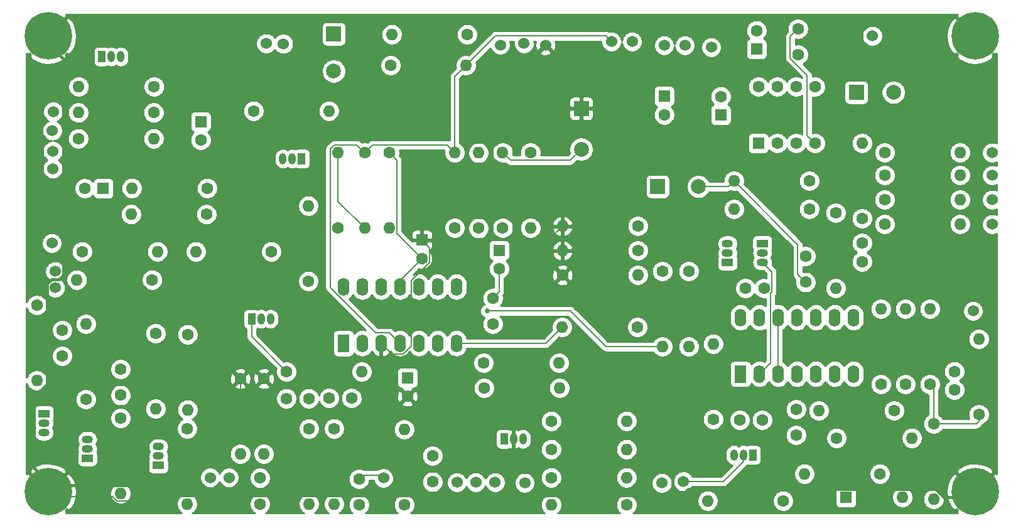
<source format=gbr>
%TF.GenerationSoftware,KiCad,Pcbnew,(5.1.8-0-10_14)*%
%TF.CreationDate,2021-02-20T12:55:23+10:00*%
%TF.ProjectId,mfos_noise_toaster,6d666f73-5f6e-46f6-9973-655f746f6173,rev?*%
%TF.SameCoordinates,Original*%
%TF.FileFunction,Copper,L2,Bot*%
%TF.FilePolarity,Positive*%
%FSLAX46Y46*%
G04 Gerber Fmt 4.6, Leading zero omitted, Abs format (unit mm)*
G04 Created by KiCad (PCBNEW (5.1.8-0-10_14)) date 2021-02-20 12:55:23*
%MOMM*%
%LPD*%
G01*
G04 APERTURE LIST*
%TA.AperFunction,ComponentPad*%
%ADD10R,1.500000X1.050000*%
%TD*%
%TA.AperFunction,ComponentPad*%
%ADD11O,1.500000X1.050000*%
%TD*%
%TA.AperFunction,ComponentPad*%
%ADD12C,1.524000*%
%TD*%
%TA.AperFunction,ComponentPad*%
%ADD13O,1.600000X1.600000*%
%TD*%
%TA.AperFunction,ComponentPad*%
%ADD14C,1.600000*%
%TD*%
%TA.AperFunction,ComponentPad*%
%ADD15C,0.800000*%
%TD*%
%TA.AperFunction,ComponentPad*%
%ADD16C,6.400000*%
%TD*%
%TA.AperFunction,ComponentPad*%
%ADD17O,1.600000X2.400000*%
%TD*%
%TA.AperFunction,ComponentPad*%
%ADD18R,1.600000X2.400000*%
%TD*%
%TA.AperFunction,ComponentPad*%
%ADD19R,1.600000X1.600000*%
%TD*%
%TA.AperFunction,ComponentPad*%
%ADD20R,1.000000X1.500000*%
%TD*%
%TA.AperFunction,ComponentPad*%
%ADD21O,1.000000X1.500000*%
%TD*%
%TA.AperFunction,ComponentPad*%
%ADD22C,2.000000*%
%TD*%
%TA.AperFunction,ComponentPad*%
%ADD23R,2.000000X2.000000*%
%TD*%
%TA.AperFunction,ViaPad*%
%ADD24C,0.685800*%
%TD*%
%TA.AperFunction,Conductor*%
%ADD25C,0.152400*%
%TD*%
%TA.AperFunction,Conductor*%
%ADD26C,0.381000*%
%TD*%
%TA.AperFunction,Conductor*%
%ADD27C,0.254000*%
%TD*%
%TA.AperFunction,Conductor*%
%ADD28C,0.100000*%
%TD*%
G04 APERTURE END LIST*
D10*
%TO.P,Q6,1*%
%TO.N,BN*%
X134520000Y-125390000D03*
D11*
%TO.P,Q6,3*%
%TO.N,Net-(Q6-Pad3)*%
X134520000Y-122850000D03*
%TO.P,Q6,2*%
%TO.N,Net-(Q6-Pad2)*%
X134520000Y-124120000D03*
%TD*%
D10*
%TO.P,Q4,1*%
%TO.N,Net-(Q3-Pad1)*%
X215940000Y-95450000D03*
D11*
%TO.P,Q4,3*%
%TO.N,Net-(C2-Pad1)*%
X215940000Y-97990000D03*
%TO.P,Q4,2*%
%TO.N,Net-(C4-Pad1)*%
X215940000Y-96720000D03*
%TD*%
D10*
%TO.P,Q3,1*%
%TO.N,Net-(Q3-Pad1)*%
X211250000Y-98020000D03*
D11*
%TO.P,Q3,3*%
%TO.N,Net-(C1-Pad1)*%
X211250000Y-95480000D03*
%TO.P,Q3,2*%
%TO.N,Net-(Q3-Pad2)*%
X211250000Y-96750000D03*
%TD*%
D10*
%TO.P,Q5,1*%
%TO.N,Net-(C3-Pad2)*%
X119080000Y-118410000D03*
D11*
%TO.P,Q5,3*%
%TO.N,Net-(Q5-Pad3)*%
X119080000Y-120950000D03*
%TO.P,Q5,2*%
%TO.N,BN*%
X119080000Y-119680000D03*
%TD*%
D10*
%TO.P,Q2,1*%
%TO.N,BN*%
X124950000Y-124420000D03*
D11*
%TO.P,Q2,3*%
%TO.N,Net-(C7-Pad2)*%
X124950000Y-121880000D03*
%TO.P,Q2,2*%
%TO.N,Net-(C3-Pad1)*%
X124950000Y-123150000D03*
%TD*%
D12*
%TO.P,X28,1*%
%TO.N,Net-(C77-Pad2)*%
X174774000Y-127664000D03*
%TD*%
%TO.P,VCOIn1,1*%
%TO.N,Net-(R1-Pad2)*%
X246910000Y-83214000D03*
%TD*%
D13*
%TO.P,R77,2*%
%TO.N,Net-(C77-Pad1)*%
X167662000Y-120552000D03*
D14*
%TO.P,R77,1*%
%TO.N,Net-(C9-Pad2)*%
X167662000Y-130712000D03*
%TD*%
D13*
%TO.P,R1,2*%
%TO.N,Net-(R1-Pad2)*%
X242592000Y-83214000D03*
D14*
%TO.P,R1,1*%
%TO.N,Net-(R1-Pad1)*%
X232432000Y-83214000D03*
%TD*%
%TO.P,C77,1*%
%TO.N,Net-(C77-Pad1)*%
X171472000Y-124108000D03*
%TO.P,C77,2*%
%TO.N,Net-(C77-Pad2)*%
X171472000Y-127608000D03*
%TD*%
D15*
%TO.P,REF\u002A\u002A,1*%
%TO.N,N/C*%
X246321056Y-127236944D03*
X244624000Y-126534000D03*
X242926944Y-127236944D03*
X242224000Y-128934000D03*
X242926944Y-130631056D03*
X244624000Y-131334000D03*
X246321056Y-130631056D03*
X247024000Y-128934000D03*
D16*
%TO.N,GND*%
X244624000Y-128934000D03*
%TD*%
D15*
%TO.P,REF\u002A\u002A,1*%
%TO.N,N/C*%
X246321056Y-65768944D03*
X244624000Y-65066000D03*
X242926944Y-65768944D03*
X242224000Y-67466000D03*
X242926944Y-69163056D03*
X244624000Y-69866000D03*
X246321056Y-69163056D03*
X247024000Y-67466000D03*
D16*
%TO.N,GND*%
X244624000Y-67466000D03*
%TD*%
D15*
%TO.P,REF\u002A\u002A,1*%
%TO.N,N/C*%
X121353056Y-65768944D03*
X119656000Y-65066000D03*
X117958944Y-65768944D03*
X117256000Y-67466000D03*
X117958944Y-69163056D03*
X119656000Y-69866000D03*
X121353056Y-69163056D03*
X122056000Y-67466000D03*
D16*
%TO.N,GND*%
X119656000Y-67466000D03*
%TD*%
D15*
%TO.P,REF\u002A\u002A,1*%
%TO.N,N/C*%
X121353056Y-127236944D03*
X119656000Y-126534000D03*
X117958944Y-127236944D03*
X117256000Y-128934000D03*
X117958944Y-130631056D03*
X119656000Y-131334000D03*
X121353056Y-130631056D03*
X122056000Y-128934000D03*
D16*
%TO.N,GND*%
X119656000Y-128934000D03*
%TD*%
D17*
%TO.P,U1,14*%
%TO.N,Net-(C1-Pad2)*%
X213001000Y-105439000D03*
%TO.P,U1,7*%
%TO.N,Net-(D1-Pad2)*%
X228241000Y-113059000D03*
%TO.P,U1,13*%
%TO.N,Net-(C1-Pad1)*%
X215541000Y-105439000D03*
%TO.P,U1,6*%
%TO.N,Net-(C6-Pad1)*%
X225701000Y-113059000D03*
%TO.P,U1,12*%
%TO.N,Net-(C4-Pad1)*%
X218081000Y-105439000D03*
%TO.P,U1,5*%
%TO.N,Net-(R12-Pad1)*%
X223161000Y-113059000D03*
%TO.P,U1,11*%
%TO.N,BN*%
X220621000Y-105439000D03*
%TO.P,U1,4*%
%TO.N,BP*%
X220621000Y-113059000D03*
%TO.P,U1,10*%
%TO.N,Net-(C4-Pad1)*%
X223161000Y-105439000D03*
%TO.P,U1,3*%
X218081000Y-113059000D03*
%TO.P,U1,9*%
%TO.N,Net-(R1-Pad1)*%
X225701000Y-105439000D03*
%TO.P,U1,2*%
%TO.N,Net-(C2-Pad1)*%
X215541000Y-113059000D03*
%TO.P,U1,8*%
%TO.N,Net-(Q3-Pad2)*%
X228241000Y-105439000D03*
D18*
%TO.P,U1,1*%
%TO.N,Net-(C2-Pad2)*%
X213001000Y-113059000D03*
%TD*%
D12*
%TO.P,GND1,1*%
%TO.N,GND*%
X186712000Y-68736000D03*
%TD*%
%TO.P,X15,1*%
%TO.N,Net-(R48-Pad1)*%
X183816400Y-68482000D03*
%TD*%
%TO.P,X27,1*%
%TO.N,Net-(R67-Pad2)*%
X209064000Y-68990000D03*
%TD*%
%TO.P,X26,1*%
%TO.N,Net-(C22-Pad2)*%
X230781000Y-67466000D03*
%TD*%
%TO.P,X25,1*%
%TO.N,Net-(C21-Pad1)*%
X202714000Y-68736000D03*
%TD*%
%TO.P,X24,1*%
%TO.N,Net-(C21-Pad2)*%
X205508000Y-68736000D03*
%TD*%
%TO.P,X23,1*%
%TO.N,Net-(R65-Pad1)*%
X180616000Y-68685200D03*
%TD*%
%TO.P,X22,1*%
%TO.N,Net-(Q10-Pad1)*%
X120354500Y-77689500D03*
%TD*%
%TO.P,X21,1*%
%TO.N,Net-(R57-Pad2)*%
X120227500Y-80229500D03*
%TD*%
%TO.P,X20,1*%
%TO.N,Net-(C19-Pad1)*%
X149069200Y-68482000D03*
%TD*%
%TO.P,X19,1*%
%TO.N,Net-(R58-Pad1)*%
X120291000Y-83023500D03*
%TD*%
%TO.P,X18,1*%
%TO.N,/attack_decay_generator/ARG*%
X120164000Y-95406000D03*
%TD*%
%TO.P,X17,1*%
%TO.N,Net-(R50-Pad2)*%
X120291000Y-85373000D03*
%TD*%
%TO.P,X16,1*%
%TO.N,Net-(R56-Pad2)*%
X151355200Y-68532800D03*
%TD*%
%TO.P,X14,1*%
%TO.N,Net-(R39-Pad2)*%
X183918000Y-127740200D03*
%TD*%
%TO.P,X13,1*%
%TO.N,Net-(Q7-Pad2)*%
X120608500Y-99216000D03*
%TD*%
%TO.P,X12,1*%
%TO.N,Net-(C10-Pad1)*%
X120608500Y-101438500D03*
%TD*%
%TO.P,X11,1*%
%TO.N,Net-(C12-Pad2)*%
X144040000Y-127029000D03*
%TD*%
%TO.P,X10,1*%
%TO.N,Net-(C10-Pad2)*%
X177314000Y-127664000D03*
%TD*%
%TO.P,X9,1*%
%TO.N,Net-(C9-Pad1)*%
X179917500Y-127664000D03*
%TD*%
%TO.P,X8,1*%
%TO.N,Net-(C8-Pad2)*%
X164868000Y-127092500D03*
%TD*%
%TO.P,X7,1*%
%TO.N,Net-(R31-Pad1)*%
X202409200Y-127765600D03*
%TD*%
%TO.P,X6,1*%
%TO.N,Net-(C6-Pad2)*%
X244370000Y-104550000D03*
%TD*%
%TO.P,X5,1*%
%TO.N,Net-(R21-Pad2)*%
X246910000Y-92866000D03*
%TD*%
%TO.P,X4,1*%
%TO.N,Net-(Q6-Pad3)*%
X141500000Y-127029000D03*
%TD*%
%TO.P,X3,1*%
%TO.N,Net-(C2-Pad2)*%
X205304800Y-127562400D03*
%TD*%
%TO.P,X2,1*%
%TO.N,Net-(R14-Pad2)*%
X246910000Y-89564000D03*
%TD*%
%TO.P,X1,1*%
%TO.N,Net-(R2-Pad2)*%
X246910000Y-86262000D03*
%TD*%
D14*
%TO.P,U3,8*%
%TO.N,Net-(COPTIONAL1-Pad2)*%
X215414000Y-74324000D03*
%TO.P,U3,7*%
%TO.N,Net-(C25-Pad1)*%
X217954000Y-74324000D03*
%TO.P,U3,6*%
%TO.N,BP*%
X220494000Y-74324000D03*
%TO.P,U3,5*%
%TO.N,Net-(C22-Pad1)*%
X223034000Y-74324000D03*
%TO.P,U3,4*%
%TO.N,BN*%
X223034000Y-81944000D03*
%TO.P,U3,3*%
%TO.N,Net-(R67-Pad1)*%
X220494000Y-81944000D03*
%TO.P,U3,2*%
%TO.N,BN*%
X217954000Y-81944000D03*
D19*
%TO.P,U3,1*%
%TO.N,Net-(COPTIONAL1-Pad1)*%
X215414000Y-81944000D03*
%TD*%
D17*
%TO.P,U2,14*%
%TO.N,Net-(R58-Pad1)*%
X159470500Y-101311500D03*
%TO.P,U2,7*%
%TO.N,Net-(R31-Pad2)*%
X174710500Y-108931500D03*
%TO.P,U2,13*%
%TO.N,/attack_decay_generator/ARG*%
X162010500Y-101311500D03*
%TO.P,U2,6*%
%TO.N,Net-(C11-Pad1)*%
X172170500Y-108931500D03*
%TO.P,U2,12*%
%TO.N,Net-(R58-Pad2)*%
X164550500Y-101311500D03*
%TO.P,U2,5*%
%TO.N,Net-(R26-Pad1)*%
X169630500Y-108931500D03*
%TO.P,U2,11*%
%TO.N,BN*%
X167090500Y-101311500D03*
%TO.P,U2,4*%
%TO.N,BP*%
X167090500Y-108931500D03*
%TO.P,U2,10*%
%TO.N,Net-(R55-Pad1)*%
X169630500Y-101311500D03*
%TO.P,U2,3*%
%TO.N,GND*%
X164550500Y-108931500D03*
%TO.P,U2,9*%
%TO.N,Net-(C16-Pad1)*%
X172170500Y-101311500D03*
%TO.P,U2,2*%
%TO.N,Net-(C9-Pad2)*%
X162010500Y-108931500D03*
%TO.P,U2,8*%
%TO.N,Net-(R56-Pad2)*%
X174710500Y-101311500D03*
D18*
%TO.P,U2,1*%
%TO.N,Net-(C10-Pad1)*%
X159470500Y-108931500D03*
%TD*%
D13*
%TO.P,R70,2*%
%TO.N,BP*%
X175993200Y-71428400D03*
D14*
%TO.P,R70,1*%
%TO.N,Net-(C26-Pad1)*%
X165833200Y-71428400D03*
%TD*%
D13*
%TO.P,R69,2*%
%TO.N,BN*%
X229384000Y-81944000D03*
D14*
%TO.P,R69,1*%
%TO.N,Net-(C24-Pad2)*%
X229384000Y-92104000D03*
%TD*%
D13*
%TO.P,R68,2*%
%TO.N,BN*%
X212112000Y-87024000D03*
D14*
%TO.P,R68,1*%
%TO.N,Net-(R67-Pad1)*%
X222272000Y-87024000D03*
%TD*%
D13*
%TO.P,R67,2*%
%TO.N,Net-(R67-Pad2)*%
X212112000Y-90834000D03*
D14*
%TO.P,R67,1*%
%TO.N,Net-(R67-Pad1)*%
X222272000Y-90834000D03*
%TD*%
D13*
%TO.P,R65,2*%
%TO.N,Net-(C26-Pad1)*%
X165985600Y-67262800D03*
D14*
%TO.P,R65,1*%
%TO.N,Net-(R65-Pad1)*%
X176145600Y-67262800D03*
%TD*%
D13*
%TO.P,R64,2*%
%TO.N,Net-(R58-Pad2)*%
X165630000Y-93374000D03*
D14*
%TO.P,R64,1*%
%TO.N,BN*%
X165630000Y-83214000D03*
%TD*%
D13*
%TO.P,R63,2*%
%TO.N,Net-(R58-Pad2)*%
X162328000Y-93374000D03*
D14*
%TO.P,R63,1*%
%TO.N,BP*%
X162328000Y-83214000D03*
%TD*%
D13*
%TO.P,R62,2*%
%TO.N,Net-(R57-Pad2)*%
X123783500Y-74324000D03*
D14*
%TO.P,R62,1*%
%TO.N,Net-(Q10-Pad2)*%
X133943500Y-74324000D03*
%TD*%
D13*
%TO.P,R61,2*%
%TO.N,BN*%
X133880000Y-81309000D03*
D14*
%TO.P,R61,1*%
%TO.N,Net-(R57-Pad2)*%
X123720000Y-81309000D03*
%TD*%
D13*
%TO.P,R60,2*%
%TO.N,Net-(R55-Pad1)*%
X177674680Y-83241940D03*
D14*
%TO.P,R60,1*%
%TO.N,Net-(R56-Pad2)*%
X177674680Y-93401940D03*
%TD*%
D13*
%TO.P,R59,2*%
%TO.N,BN*%
X180946200Y-83214000D03*
D14*
%TO.P,R59,1*%
%TO.N,Net-(R55-Pad1)*%
X180946200Y-93374000D03*
%TD*%
D13*
%TO.P,R58,2*%
%TO.N,Net-(R58-Pad2)*%
X158721200Y-83214000D03*
D14*
%TO.P,R58,1*%
%TO.N,Net-(R58-Pad1)*%
X158721200Y-93374000D03*
%TD*%
D13*
%TO.P,R57,2*%
%TO.N,Net-(R57-Pad2)*%
X123720000Y-77816500D03*
D14*
%TO.P,R57,1*%
%TO.N,Net-(Q10-Pad1)*%
X133880000Y-77816500D03*
%TD*%
D13*
%TO.P,R56,2*%
%TO.N,Net-(R56-Pad2)*%
X157502000Y-77575200D03*
D14*
%TO.P,R56,1*%
%TO.N,Net-(C19-Pad1)*%
X147342000Y-77575200D03*
%TD*%
D13*
%TO.P,R55,2*%
%TO.N,BP*%
X174469200Y-83214000D03*
D14*
%TO.P,R55,1*%
%TO.N,Net-(R55-Pad1)*%
X174469200Y-93374000D03*
%TD*%
D13*
%TO.P,R54,2*%
%TO.N,/attack_decay_generator/ARG*%
X154758800Y-90376800D03*
D14*
%TO.P,R54,1*%
%TO.N,BN*%
X154758800Y-100536800D03*
%TD*%
D13*
%TO.P,R52,2*%
%TO.N,Net-(C18-Pad1)*%
X130933600Y-87989200D03*
D14*
%TO.P,R52,1*%
%TO.N,Net-(Q9-Pad3)*%
X141093600Y-87989200D03*
%TD*%
D13*
%TO.P,R50,2*%
%TO.N,Net-(R50-Pad2)*%
X130832000Y-91532500D03*
D14*
%TO.P,R50,1*%
%TO.N,Net-(C18-Pad1)*%
X140992000Y-91532500D03*
%TD*%
D13*
%TO.P,R48,2*%
%TO.N,Net-(C16-Pad1)*%
X184680000Y-93374000D03*
D14*
%TO.P,R48,1*%
%TO.N,Net-(R48-Pad1)*%
X184680000Y-83214000D03*
%TD*%
D13*
%TO.P,R47,2*%
%TO.N,Net-(Q7-Pad2)*%
X123529500Y-100359000D03*
D14*
%TO.P,R47,1*%
%TO.N,BN*%
X133689500Y-100359000D03*
%TD*%
D13*
%TO.P,R46,2*%
%TO.N,Net-(Q7-Pad3)*%
X134388000Y-96549000D03*
D14*
%TO.P,R46,1*%
%TO.N,BN*%
X124228000Y-96549000D03*
%TD*%
D13*
%TO.P,R45,2*%
%TO.N,BN*%
X197634000Y-123219000D03*
D14*
%TO.P,R45,1*%
%TO.N,Net-(Q8-Pad3)*%
X187474000Y-123219000D03*
%TD*%
D13*
%TO.P,R44,2*%
%TO.N,BP*%
X197634000Y-119409000D03*
D14*
%TO.P,R44,1*%
%TO.N,Net-(R39-Pad1)*%
X187474000Y-119409000D03*
%TD*%
D13*
%TO.P,R42,2*%
%TO.N,GND*%
X188998000Y-93120000D03*
D14*
%TO.P,R42,1*%
%TO.N,BN*%
X199158000Y-93120000D03*
%TD*%
D13*
%TO.P,R41,2*%
%TO.N,Net-(Q7-Pad3)*%
X139595000Y-96549000D03*
D14*
%TO.P,R41,1*%
%TO.N,/attack_decay_generator/ARG*%
X149755000Y-96549000D03*
%TD*%
D13*
%TO.P,R40,2*%
%TO.N,Net-(R39-Pad1)*%
X197634000Y-127029000D03*
D14*
%TO.P,R40,1*%
%TO.N,Net-(Q8-Pad3)*%
X187474000Y-127029000D03*
%TD*%
D13*
%TO.P,R39,2*%
%TO.N,Net-(R39-Pad2)*%
X187474000Y-130712000D03*
D14*
%TO.P,R39,1*%
%TO.N,Net-(R39-Pad1)*%
X197634000Y-130712000D03*
%TD*%
D13*
%TO.P,R37,2*%
%TO.N,GND*%
X188998000Y-96422000D03*
D14*
%TO.P,R37,1*%
%TO.N,BP*%
X199158000Y-96422000D03*
%TD*%
D13*
%TO.P,R36,2*%
%TO.N,Net-(C12-Pad2)*%
X145564000Y-123854000D03*
D14*
%TO.P,R36,1*%
%TO.N,GND*%
X145564000Y-113694000D03*
%TD*%
D13*
%TO.P,R35,2*%
%TO.N,Net-(C9-Pad2)*%
X161947000Y-112741500D03*
D14*
%TO.P,R35,1*%
%TO.N,Net-(C10-Pad1)*%
X151787000Y-112741500D03*
%TD*%
D13*
%TO.P,R34,2*%
%TO.N,Net-(C12-Pad1)*%
X154835000Y-130585000D03*
D14*
%TO.P,R34,1*%
%TO.N,Net-(C9-Pad2)*%
X154835000Y-120425000D03*
%TD*%
D13*
%TO.P,R33,2*%
%TO.N,Net-(C8-Pad1)*%
X158200500Y-130585000D03*
D14*
%TO.P,R33,1*%
%TO.N,Net-(C9-Pad2)*%
X158200500Y-120425000D03*
%TD*%
D13*
%TO.P,R32,2*%
%TO.N,Net-(R31-Pad1)*%
X199158000Y-99724000D03*
D14*
%TO.P,R32,1*%
%TO.N,GND*%
X188998000Y-99724000D03*
%TD*%
D13*
%TO.P,R31,2*%
%TO.N,Net-(R31-Pad2)*%
X188947200Y-106734400D03*
D14*
%TO.P,R31,1*%
%TO.N,Net-(R31-Pad1)*%
X199107200Y-106734400D03*
%TD*%
D13*
%TO.P,R30,2*%
%TO.N,Net-(C2-Pad2)*%
X188540800Y-111560400D03*
D14*
%TO.P,R30,1*%
%TO.N,Net-(C11-Pad1)*%
X178380800Y-111560400D03*
%TD*%
D13*
%TO.P,R27,2*%
%TO.N,Net-(C8-Pad2)*%
X148739000Y-123854000D03*
D14*
%TO.P,R27,1*%
%TO.N,GND*%
X148739000Y-113694000D03*
%TD*%
D13*
%TO.P,R26,2*%
%TO.N,Net-(C2-Pad2)*%
X188591600Y-114964000D03*
D14*
%TO.P,R26,1*%
%TO.N,Net-(R26-Pad1)*%
X178431600Y-114964000D03*
%TD*%
D13*
%TO.P,R25,2*%
%TO.N,Net-(Q6-Pad2)*%
X134134000Y-117758000D03*
D14*
%TO.P,R25,1*%
%TO.N,Net-(C7-Pad1)*%
X134134000Y-107598000D03*
%TD*%
D13*
%TO.P,R24,2*%
%TO.N,Net-(C6-Pad2)*%
X245132000Y-108360000D03*
D14*
%TO.P,R24,1*%
%TO.N,BN*%
X245132000Y-118520000D03*
%TD*%
D13*
%TO.P,R23,2*%
%TO.N,Net-(C4-Pad1)*%
X235226000Y-104296000D03*
D14*
%TO.P,R23,1*%
%TO.N,BP*%
X235226000Y-114456000D03*
%TD*%
D13*
%TO.P,R22,2*%
%TO.N,Net-(C4-Pad1)*%
X238528000Y-104296000D03*
D14*
%TO.P,R22,1*%
%TO.N,BN*%
X238528000Y-114456000D03*
%TD*%
D13*
%TO.P,R21,2*%
%TO.N,Net-(R21-Pad2)*%
X242592000Y-92866000D03*
D14*
%TO.P,R21,1*%
%TO.N,Net-(R1-Pad1)*%
X232432000Y-92866000D03*
%TD*%
D13*
%TO.P,R19,2*%
%TO.N,Net-(Q6-Pad2)*%
X138388500Y-130585000D03*
D14*
%TO.P,R19,1*%
%TO.N,Net-(Q6-Pad3)*%
X138388500Y-120425000D03*
%TD*%
D13*
%TO.P,R18,2*%
%TO.N,Net-(C6-Pad1)*%
X239036000Y-129950000D03*
D14*
%TO.P,R18,1*%
%TO.N,BN*%
X239036000Y-119790000D03*
%TD*%
D13*
%TO.P,R17,2*%
%TO.N,BP*%
X236115000Y-121695000D03*
D14*
%TO.P,R17,1*%
%TO.N,Net-(C6-Pad1)*%
X225955000Y-121695000D03*
%TD*%
D13*
%TO.P,R16,2*%
%TO.N,BP*%
X202460000Y-109376000D03*
D14*
%TO.P,R16,1*%
%TO.N,Net-(C1-Pad1)*%
X202460000Y-99216000D03*
%TD*%
D13*
%TO.P,R15,2*%
%TO.N,Net-(Q6-Pad3)*%
X138452000Y-117885000D03*
D14*
%TO.P,R15,1*%
%TO.N,BP*%
X138452000Y-107725000D03*
%TD*%
D13*
%TO.P,R14,2*%
%TO.N,Net-(R14-Pad2)*%
X242592000Y-89564000D03*
D14*
%TO.P,R14,1*%
%TO.N,Net-(R1-Pad1)*%
X232432000Y-89564000D03*
%TD*%
D13*
%TO.P,R12,2*%
%TO.N,Net-(C2-Pad2)*%
X221637000Y-126521000D03*
D14*
%TO.P,R12,1*%
%TO.N,Net-(R12-Pad1)*%
X231797000Y-126521000D03*
%TD*%
D13*
%TO.P,R11,2*%
%TO.N,Net-(R1-Pad1)*%
X225828000Y-101502000D03*
D14*
%TO.P,R11,1*%
%TO.N,Net-(Q3-Pad2)*%
X225828000Y-91342000D03*
%TD*%
D13*
%TO.P,R10,2*%
%TO.N,Net-(C3-Pad1)*%
X129435000Y-129188000D03*
D14*
%TO.P,R10,1*%
%TO.N,Net-(C7-Pad2)*%
X129435000Y-119028000D03*
%TD*%
D13*
%TO.P,R9,2*%
%TO.N,BP*%
X124736000Y-106328000D03*
D14*
%TO.P,R9,1*%
%TO.N,Net-(C7-Pad2)*%
X124736000Y-116488000D03*
%TD*%
D13*
%TO.P,R8,2*%
%TO.N,Net-(C3-Pad2)*%
X118132000Y-113948000D03*
D14*
%TO.P,R8,1*%
%TO.N,BP*%
X118132000Y-103788000D03*
%TD*%
D13*
%TO.P,R7,2*%
%TO.N,Net-(R12-Pad1)*%
X223542000Y-118012000D03*
D14*
%TO.P,R7,1*%
%TO.N,Net-(D1-Pad2)*%
X233702000Y-118012000D03*
%TD*%
D13*
%TO.P,R6,2*%
%TO.N,Net-(Q1-Pad3)*%
X208606800Y-130153200D03*
D14*
%TO.P,R6,1*%
%TO.N,Net-(D1-Pad1)*%
X218766800Y-130153200D03*
%TD*%
D13*
%TO.P,R5,2*%
%TO.N,BN*%
X209318000Y-108995000D03*
D14*
%TO.P,R5,1*%
%TO.N,Net-(Q1-Pad3)*%
X209318000Y-119155000D03*
%TD*%
D13*
%TO.P,R4,2*%
%TO.N,Net-(C1-Pad2)*%
X206016000Y-109376000D03*
D14*
%TO.P,R4,1*%
%TO.N,Net-(Q3-Pad1)*%
X206016000Y-99216000D03*
%TD*%
D13*
%TO.P,R3,2*%
%TO.N,Net-(R1-Pad1)*%
X231924000Y-104296000D03*
D14*
%TO.P,R3,1*%
%TO.N,BP*%
X231924000Y-114456000D03*
%TD*%
D13*
%TO.P,R2,2*%
%TO.N,Net-(R2-Pad2)*%
X242592000Y-86262000D03*
D14*
%TO.P,R2,1*%
%TO.N,Net-(R1-Pad1)*%
X232432000Y-86262000D03*
%TD*%
D20*
%TO.P,Q10,1*%
%TO.N,Net-(Q10-Pad1)*%
X126895000Y-70260000D03*
D21*
%TO.P,Q10,3*%
%TO.N,BN*%
X129435000Y-70260000D03*
%TO.P,Q10,2*%
%TO.N,Net-(Q10-Pad2)*%
X128165000Y-70260000D03*
%TD*%
D20*
%TO.P,Q9,1*%
%TO.N,BP*%
X153844400Y-84026800D03*
D21*
%TO.P,Q9,3*%
%TO.N,Net-(Q9-Pad3)*%
X151304400Y-84026800D03*
%TO.P,Q9,2*%
%TO.N,/attack_decay_generator/ARG*%
X152574400Y-84026800D03*
%TD*%
D20*
%TO.P,Q8,1*%
%TO.N,Net-(C9-Pad1)*%
X181124000Y-121822000D03*
D21*
%TO.P,Q8,3*%
%TO.N,Net-(Q8-Pad3)*%
X183664000Y-121822000D03*
%TO.P,Q8,2*%
%TO.N,GND*%
X182394000Y-121822000D03*
%TD*%
D20*
%TO.P,Q7,1*%
%TO.N,Net-(C10-Pad1)*%
X147088000Y-105629500D03*
D21*
%TO.P,Q7,3*%
%TO.N,Net-(Q7-Pad3)*%
X149628000Y-105629500D03*
%TO.P,Q7,2*%
%TO.N,Net-(Q7-Pad2)*%
X148358000Y-105629500D03*
%TD*%
D20*
%TO.P,Q1,1*%
%TO.N,Net-(C2-Pad1)*%
X214652000Y-123981000D03*
D21*
%TO.P,Q1,3*%
%TO.N,Net-(Q1-Pad3)*%
X212112000Y-123981000D03*
%TO.P,Q1,2*%
%TO.N,Net-(C2-Pad2)*%
X213382000Y-123981000D03*
%TD*%
D13*
%TO.P,D1,2*%
%TO.N,Net-(D1-Pad2)*%
X234845000Y-129696000D03*
D19*
%TO.P,D1,1*%
%TO.N,Net-(D1-Pad1)*%
X227225000Y-129696000D03*
%TD*%
D14*
%TO.P,COPTIONAL1,2*%
%TO.N,Net-(COPTIONAL1-Pad2)*%
X210334000Y-75634000D03*
D19*
%TO.P,COPTIONAL1,1*%
%TO.N,Net-(COPTIONAL1-Pad1)*%
X210334000Y-78134000D03*
%TD*%
D22*
%TO.P,C26,2*%
%TO.N,BN*%
X158162400Y-72212000D03*
D23*
%TO.P,C26,1*%
%TO.N,Net-(C26-Pad1)*%
X158162400Y-67212000D03*
%TD*%
D14*
%TO.P,C25,2*%
%TO.N,BN*%
X215160000Y-66744000D03*
D19*
%TO.P,C25,1*%
%TO.N,Net-(C25-Pad1)*%
X215160000Y-69244000D03*
%TD*%
D14*
%TO.P,C24,2*%
%TO.N,Net-(C24-Pad2)*%
X229384000Y-97906000D03*
%TO.P,C24,1*%
%TO.N,Net-(C22-Pad1)*%
X229384000Y-95406000D03*
%TD*%
D23*
%TO.P,C23,1*%
%TO.N,BP*%
X201836000Y-87786000D03*
D22*
%TO.P,C23,2*%
%TO.N,BN*%
X207336000Y-87786000D03*
%TD*%
%TO.P,C22,2*%
%TO.N,Net-(C22-Pad2)*%
X233622000Y-75086000D03*
D23*
%TO.P,C22,1*%
%TO.N,Net-(C22-Pad1)*%
X228622000Y-75086000D03*
%TD*%
D14*
%TO.P,C21,2*%
%TO.N,Net-(C21-Pad2)*%
X202714000Y-78094000D03*
D19*
%TO.P,C21,1*%
%TO.N,Net-(C21-Pad1)*%
X202714000Y-75594000D03*
%TD*%
D14*
%TO.P,C20,1*%
%TO.N,BP*%
X220748000Y-70006000D03*
%TO.P,C20,2*%
%TO.N,BN*%
X220748000Y-66506000D03*
%TD*%
%TO.P,C19,2*%
%TO.N,BN*%
X140230000Y-81523000D03*
D19*
%TO.P,C19,1*%
%TO.N,Net-(C19-Pad1)*%
X140230000Y-79023000D03*
%TD*%
D14*
%TO.P,C18,2*%
%TO.N,BN*%
X124585500Y-88040000D03*
D19*
%TO.P,C18,1*%
%TO.N,Net-(C18-Pad1)*%
X127085500Y-88040000D03*
%TD*%
D14*
%TO.P,C16,2*%
%TO.N,BN*%
X180463600Y-98871200D03*
D19*
%TO.P,C16,1*%
%TO.N,Net-(C16-Pad1)*%
X180463600Y-96371200D03*
%TD*%
D23*
%TO.P,C15,1*%
%TO.N,GND*%
X191538000Y-77256000D03*
D22*
%TO.P,C15,2*%
%TO.N,BN*%
X191538000Y-82756000D03*
%TD*%
D14*
%TO.P,C14,2*%
%TO.N,BN*%
X170049600Y-97499600D03*
D19*
%TO.P,C14,1*%
%TO.N,GND*%
X170049600Y-94999600D03*
%TD*%
D14*
%TO.P,C13,2*%
%TO.N,GND*%
X168106500Y-116067000D03*
D19*
%TO.P,C13,1*%
%TO.N,BP*%
X168106500Y-113567000D03*
%TD*%
D14*
%TO.P,C12,1*%
%TO.N,Net-(C12-Pad1)*%
X148231000Y-130585000D03*
%TO.P,C12,2*%
%TO.N,Net-(C12-Pad2)*%
X148231000Y-127085000D03*
%TD*%
%TO.P,C11,1*%
%TO.N,Net-(C11-Pad1)*%
X179600000Y-106328000D03*
%TO.P,C11,2*%
%TO.N,BN*%
X179600000Y-102828000D03*
%TD*%
%TO.P,C10,2*%
%TO.N,Net-(C10-Pad2)*%
X154787000Y-116361000D03*
%TO.P,C10,1*%
%TO.N,Net-(C10-Pad1)*%
X151787000Y-116361000D03*
%TD*%
%TO.P,C9,2*%
%TO.N,Net-(C9-Pad2)*%
X157550000Y-116297500D03*
%TO.P,C9,1*%
%TO.N,Net-(C9-Pad1)*%
X160550000Y-116297500D03*
%TD*%
%TO.P,C8,1*%
%TO.N,Net-(C8-Pad1)*%
X161566000Y-130712000D03*
%TO.P,C8,2*%
%TO.N,Net-(C8-Pad2)*%
X161566000Y-127212000D03*
%TD*%
%TO.P,C7,1*%
%TO.N,Net-(C7-Pad1)*%
X129435000Y-112424000D03*
%TO.P,C7,2*%
%TO.N,Net-(C7-Pad2)*%
X129435000Y-115924000D03*
%TD*%
%TO.P,C6,2*%
%TO.N,Net-(C6-Pad2)*%
X241830000Y-112718000D03*
%TO.P,C6,1*%
%TO.N,Net-(C6-Pad1)*%
X241830000Y-115218000D03*
%TD*%
%TO.P,C5,1*%
%TO.N,Net-(C4-Pad1)*%
X221764000Y-97184000D03*
%TO.P,C5,2*%
%TO.N,BN*%
X221764000Y-100684000D03*
%TD*%
%TO.P,C4,1*%
%TO.N,Net-(C4-Pad1)*%
X220494000Y-121314000D03*
%TO.P,C4,2*%
%TO.N,BP*%
X220494000Y-117814000D03*
%TD*%
%TO.P,C3,1*%
%TO.N,Net-(C3-Pad1)*%
X121561000Y-110646000D03*
%TO.P,C3,2*%
%TO.N,Net-(C3-Pad2)*%
X121561000Y-107146000D03*
%TD*%
%TO.P,C2,2*%
%TO.N,Net-(C2-Pad2)*%
X212922000Y-119282000D03*
%TO.P,C2,1*%
%TO.N,Net-(C2-Pad1)*%
X215922000Y-119282000D03*
%TD*%
%TO.P,C1,2*%
%TO.N,Net-(C1-Pad2)*%
X213676000Y-101502000D03*
%TO.P,C1,1*%
%TO.N,Net-(C1-Pad1)*%
X216176000Y-101502000D03*
%TD*%
D12*
%TO.P,BP1,1*%
%TO.N,BP*%
X195602000Y-68228000D03*
%TD*%
%TO.P,BN1,1*%
%TO.N,BN*%
X198396000Y-68228000D03*
%TD*%
D24*
%TO.N,BP*%
X178838000Y-104550000D03*
%TD*%
D25*
%TO.N,BN*%
X222005399Y-80915399D02*
X223034000Y-81944000D01*
X222005399Y-72785729D02*
X222005399Y-80915399D01*
X219719399Y-67534601D02*
X219719399Y-70499729D01*
X219719399Y-70499729D02*
X222005399Y-72785729D01*
X220748000Y-66506000D02*
X219719399Y-67534601D01*
X167090500Y-100458700D02*
X167090500Y-101311500D01*
X170049600Y-97499600D02*
X167090500Y-100458700D01*
X166658601Y-84242601D02*
X165630000Y-83214000D01*
X166658601Y-94108601D02*
X166658601Y-84242601D01*
X170049600Y-97499600D02*
X166658601Y-94108601D01*
X180463600Y-101964400D02*
X179600000Y-102828000D01*
X180463600Y-98871200D02*
X180463600Y-101964400D01*
X220735399Y-95647399D02*
X212112000Y-87024000D01*
X220735399Y-99655399D02*
X220735399Y-95647399D01*
X221764000Y-100684000D02*
X220735399Y-99655399D01*
X239036000Y-119790000D02*
X244801800Y-119790000D01*
X245132000Y-119459800D02*
X245132000Y-118520000D01*
X244801800Y-119790000D02*
X245132000Y-119459800D01*
X239036000Y-114964000D02*
X238528000Y-114456000D01*
X239036000Y-119790000D02*
X239036000Y-114964000D01*
X211350000Y-87786000D02*
X212112000Y-87024000D01*
X207336000Y-87786000D02*
X211350000Y-87786000D01*
X190051399Y-84242601D02*
X191538000Y-82756000D01*
X181974801Y-84242601D02*
X190051399Y-84242601D01*
X180946200Y-83214000D02*
X181974801Y-84242601D01*
%TO.N,BP*%
X179955599Y-67466001D02*
X175993200Y-71428400D01*
X194840001Y-67466001D02*
X179955599Y-67466001D01*
X195602000Y-68228000D02*
X194840001Y-67466001D01*
X174469200Y-72952400D02*
X175993200Y-71428400D01*
X174469200Y-83214000D02*
X174469200Y-72952400D01*
X163356601Y-82185399D02*
X162328000Y-83214000D01*
X173440599Y-82185399D02*
X163356601Y-82185399D01*
X174469200Y-83214000D02*
X173440599Y-82185399D01*
X163807216Y-107502890D02*
X165661890Y-107502890D01*
X157692599Y-101388273D02*
X163807216Y-107502890D01*
X165661890Y-107502890D02*
X167090500Y-108931500D01*
X157692599Y-82720271D02*
X157692599Y-101388273D01*
X158227471Y-82185399D02*
X157692599Y-82720271D01*
X161299399Y-82185399D02*
X158227471Y-82185399D01*
X162328000Y-83214000D02*
X161299399Y-82185399D01*
X202460000Y-109376000D02*
X194840000Y-109376000D01*
X194840000Y-109376000D02*
X190014000Y-104550000D01*
X178838000Y-104550000D02*
X184172000Y-104550000D01*
X184172000Y-104550000D02*
X183918000Y-104550000D01*
X190014000Y-104550000D02*
X184172000Y-104550000D01*
%TO.N,Net-(C2-Pad2)*%
X210703000Y-127562400D02*
X213382000Y-124883400D01*
X213382000Y-124883400D02*
X213382000Y-123981000D01*
X205304800Y-127562400D02*
X210703000Y-127562400D01*
%TO.N,Net-(C2-Pad1)*%
X217204601Y-99254601D02*
X215940000Y-97990000D01*
X217204601Y-101995729D02*
X217204601Y-99254601D01*
X217052390Y-111547610D02*
X217052390Y-102147940D01*
X217052390Y-102147940D02*
X217204601Y-101995729D01*
X215541000Y-113059000D02*
X217052390Y-111547610D01*
%TO.N,Net-(C4-Pad1)*%
X218081000Y-113059000D02*
X218081000Y-105439000D01*
%TO.N,Net-(C8-Pad2)*%
X164479500Y-126704000D02*
X164868000Y-127092500D01*
X161566000Y-126704000D02*
X164479500Y-126704000D01*
%TO.N,Net-(C10-Pad1)*%
X147088000Y-108042500D02*
X147088000Y-105629500D01*
X151787000Y-112741500D02*
X147088000Y-108042500D01*
%TO.N,GND*%
X166533499Y-114493999D02*
X168106500Y-116067000D01*
X149538999Y-114493999D02*
X166533499Y-114493999D01*
X148739000Y-113694000D02*
X149538999Y-114493999D01*
X171078201Y-96028201D02*
X170049600Y-94999600D01*
X171078201Y-97993329D02*
X171078201Y-96028201D01*
X168601890Y-109274784D02*
X168601890Y-100469640D01*
X167516564Y-110360110D02*
X168601890Y-109274784D01*
X165979110Y-110360110D02*
X167516564Y-110360110D01*
X168601890Y-100469640D02*
X171078201Y-97993329D01*
X164550500Y-108931500D02*
X165979110Y-110360110D01*
X187118400Y-94999600D02*
X188998000Y-93120000D01*
X170049600Y-94999600D02*
X187118400Y-94999600D01*
X145564000Y-116971482D02*
X145564000Y-113694000D01*
X132318881Y-130216601D02*
X145564000Y-116971482D01*
X128287271Y-129562601D02*
X128941271Y-130216601D01*
X128941271Y-130216601D02*
X132318881Y-130216601D01*
X120284601Y-129562601D02*
X128287271Y-129562601D01*
X119656000Y-128934000D02*
X120284601Y-129562601D01*
D26*
X121713401Y-99746353D02*
X121713401Y-70622895D01*
X121138853Y-100320901D02*
X121713401Y-99746353D01*
X120078147Y-100320901D02*
X121138853Y-100320901D01*
X119503599Y-100895449D02*
X120078147Y-100320901D01*
X119503599Y-114427179D02*
X119503599Y-100895449D01*
X119656000Y-68565494D02*
X119656000Y-67466000D01*
X117759099Y-116171679D02*
X119503599Y-114427179D01*
X117759099Y-125736593D02*
X117759099Y-116171679D01*
X119656000Y-127633494D02*
X117759099Y-125736593D01*
X121713401Y-70622895D02*
X119656000Y-68565494D01*
X119656000Y-128934000D02*
X119656000Y-127633494D01*
X120544901Y-128045099D02*
X119656000Y-128934000D01*
X130705099Y-128045099D02*
X120544901Y-128045099D01*
X205949355Y-128553099D02*
X205060454Y-129442000D01*
X239330593Y-128553099D02*
X205949355Y-128553099D01*
X132102000Y-129442000D02*
X130705099Y-128045099D01*
X240454395Y-129676901D02*
X239330593Y-128553099D01*
X243881099Y-129676901D02*
X240454395Y-129676901D01*
X244624000Y-128934000D02*
X243881099Y-129676901D01*
X169186000Y-117146500D02*
X168106500Y-116067000D01*
X169186000Y-129442000D02*
X169186000Y-117146500D01*
X205060454Y-129442000D02*
X169186000Y-129442000D01*
X169186000Y-129442000D02*
X132102000Y-129442000D01*
D25*
%TO.N,Net-(R31-Pad2)*%
X186750100Y-108931500D02*
X188947200Y-106734400D01*
X174710500Y-108931500D02*
X186750100Y-108931500D01*
%TO.N,Net-(R58-Pad2)*%
X158721200Y-89767200D02*
X162328000Y-93374000D01*
X158721200Y-83214000D02*
X158721200Y-89767200D01*
%TD*%
D27*
%TO.N,GND*%
X242102724Y-64765119D02*
X242288416Y-64950811D01*
X242267170Y-64965007D01*
X242123007Y-65109170D01*
X242108811Y-65130416D01*
X241923119Y-64944724D01*
X241433452Y-65304912D01*
X241073151Y-65968882D01*
X240849306Y-66690385D01*
X240770520Y-67441695D01*
X240839822Y-68193938D01*
X241054548Y-68918208D01*
X241406445Y-69586670D01*
X241433452Y-69627088D01*
X241923119Y-69987276D01*
X242108811Y-69801584D01*
X242123007Y-69822830D01*
X242267170Y-69966993D01*
X242288416Y-69981189D01*
X242102724Y-70166881D01*
X242462912Y-70656548D01*
X243126882Y-71016849D01*
X243848385Y-71240694D01*
X244599695Y-71319480D01*
X245351938Y-71250178D01*
X246076208Y-71035452D01*
X246744670Y-70683555D01*
X246785088Y-70656548D01*
X247145276Y-70166881D01*
X246959584Y-69981189D01*
X246980830Y-69966993D01*
X247124993Y-69822830D01*
X247139189Y-69801584D01*
X247324881Y-69987276D01*
X247520000Y-69843751D01*
X247520000Y-81954569D01*
X247317490Y-81870686D01*
X247047592Y-81817000D01*
X246772408Y-81817000D01*
X246502510Y-81870686D01*
X246248273Y-81975995D01*
X246019465Y-82128880D01*
X245824880Y-82323465D01*
X245671995Y-82552273D01*
X245566686Y-82806510D01*
X245513000Y-83076408D01*
X245513000Y-83351592D01*
X245566686Y-83621490D01*
X245671995Y-83875727D01*
X245824880Y-84104535D01*
X246019465Y-84299120D01*
X246248273Y-84452005D01*
X246502510Y-84557314D01*
X246772408Y-84611000D01*
X247047592Y-84611000D01*
X247317490Y-84557314D01*
X247520000Y-84473431D01*
X247520000Y-85002569D01*
X247317490Y-84918686D01*
X247047592Y-84865000D01*
X246772408Y-84865000D01*
X246502510Y-84918686D01*
X246248273Y-85023995D01*
X246019465Y-85176880D01*
X245824880Y-85371465D01*
X245671995Y-85600273D01*
X245566686Y-85854510D01*
X245513000Y-86124408D01*
X245513000Y-86399592D01*
X245566686Y-86669490D01*
X245671995Y-86923727D01*
X245824880Y-87152535D01*
X246019465Y-87347120D01*
X246248273Y-87500005D01*
X246502510Y-87605314D01*
X246772408Y-87659000D01*
X247047592Y-87659000D01*
X247317490Y-87605314D01*
X247520000Y-87521431D01*
X247520000Y-88304569D01*
X247317490Y-88220686D01*
X247047592Y-88167000D01*
X246772408Y-88167000D01*
X246502510Y-88220686D01*
X246248273Y-88325995D01*
X246019465Y-88478880D01*
X245824880Y-88673465D01*
X245671995Y-88902273D01*
X245566686Y-89156510D01*
X245513000Y-89426408D01*
X245513000Y-89701592D01*
X245566686Y-89971490D01*
X245671995Y-90225727D01*
X245824880Y-90454535D01*
X246019465Y-90649120D01*
X246248273Y-90802005D01*
X246502510Y-90907314D01*
X246772408Y-90961000D01*
X247047592Y-90961000D01*
X247317490Y-90907314D01*
X247520000Y-90823431D01*
X247520000Y-91606569D01*
X247317490Y-91522686D01*
X247047592Y-91469000D01*
X246772408Y-91469000D01*
X246502510Y-91522686D01*
X246248273Y-91627995D01*
X246019465Y-91780880D01*
X245824880Y-91975465D01*
X245671995Y-92204273D01*
X245566686Y-92458510D01*
X245513000Y-92728408D01*
X245513000Y-93003592D01*
X245566686Y-93273490D01*
X245671995Y-93527727D01*
X245824880Y-93756535D01*
X246019465Y-93951120D01*
X246248273Y-94104005D01*
X246502510Y-94209314D01*
X246772408Y-94263000D01*
X247047592Y-94263000D01*
X247317490Y-94209314D01*
X247520000Y-94125431D01*
X247520001Y-126556250D01*
X247324881Y-126412724D01*
X247139189Y-126598416D01*
X247124993Y-126577170D01*
X246980830Y-126433007D01*
X246959584Y-126418811D01*
X247145276Y-126233119D01*
X246785088Y-125743452D01*
X246121118Y-125383151D01*
X245399615Y-125159306D01*
X244648305Y-125080520D01*
X243896062Y-125149822D01*
X243171792Y-125364548D01*
X242503330Y-125716445D01*
X242462912Y-125743452D01*
X242102724Y-126233119D01*
X242288416Y-126418811D01*
X242267170Y-126433007D01*
X242123007Y-126577170D01*
X242108811Y-126598416D01*
X241923119Y-126412724D01*
X241433452Y-126772912D01*
X241073151Y-127436882D01*
X240849306Y-128158385D01*
X240770520Y-128909695D01*
X240839822Y-129661938D01*
X241054548Y-130386208D01*
X241406445Y-131054670D01*
X241433452Y-131095088D01*
X241923119Y-131455276D01*
X242108811Y-131269584D01*
X242123007Y-131290830D01*
X242267170Y-131434993D01*
X242288416Y-131449189D01*
X242102724Y-131634881D01*
X242246249Y-131830000D01*
X198543726Y-131830000D01*
X198548759Y-131826637D01*
X198748637Y-131626759D01*
X198905680Y-131391727D01*
X199013853Y-131130574D01*
X199069000Y-130853335D01*
X199069000Y-130570665D01*
X199013853Y-130293426D01*
X198905680Y-130032273D01*
X198892044Y-130011865D01*
X207171800Y-130011865D01*
X207171800Y-130294535D01*
X207226947Y-130571774D01*
X207335120Y-130832927D01*
X207492163Y-131067959D01*
X207692041Y-131267837D01*
X207927073Y-131424880D01*
X208188226Y-131533053D01*
X208465465Y-131588200D01*
X208748135Y-131588200D01*
X209025374Y-131533053D01*
X209286527Y-131424880D01*
X209521559Y-131267837D01*
X209721437Y-131067959D01*
X209878480Y-130832927D01*
X209986653Y-130571774D01*
X210041800Y-130294535D01*
X210041800Y-130011865D01*
X217331800Y-130011865D01*
X217331800Y-130294535D01*
X217386947Y-130571774D01*
X217495120Y-130832927D01*
X217652163Y-131067959D01*
X217852041Y-131267837D01*
X218087073Y-131424880D01*
X218348226Y-131533053D01*
X218625465Y-131588200D01*
X218908135Y-131588200D01*
X219185374Y-131533053D01*
X219446527Y-131424880D01*
X219681559Y-131267837D01*
X219881437Y-131067959D01*
X220038480Y-130832927D01*
X220146653Y-130571774D01*
X220201800Y-130294535D01*
X220201800Y-130011865D01*
X220146653Y-129734626D01*
X220038480Y-129473473D01*
X219881437Y-129238441D01*
X219681559Y-129038563D01*
X219468198Y-128896000D01*
X225786928Y-128896000D01*
X225786928Y-130496000D01*
X225799188Y-130620482D01*
X225835498Y-130740180D01*
X225894463Y-130850494D01*
X225973815Y-130947185D01*
X226070506Y-131026537D01*
X226180820Y-131085502D01*
X226300518Y-131121812D01*
X226425000Y-131134072D01*
X228025000Y-131134072D01*
X228149482Y-131121812D01*
X228269180Y-131085502D01*
X228379494Y-131026537D01*
X228476185Y-130947185D01*
X228555537Y-130850494D01*
X228614502Y-130740180D01*
X228650812Y-130620482D01*
X228663072Y-130496000D01*
X228663072Y-129554665D01*
X233410000Y-129554665D01*
X233410000Y-129837335D01*
X233465147Y-130114574D01*
X233573320Y-130375727D01*
X233730363Y-130610759D01*
X233930241Y-130810637D01*
X234165273Y-130967680D01*
X234426426Y-131075853D01*
X234703665Y-131131000D01*
X234986335Y-131131000D01*
X235263574Y-131075853D01*
X235524727Y-130967680D01*
X235759759Y-130810637D01*
X235959637Y-130610759D01*
X236116680Y-130375727D01*
X236224853Y-130114574D01*
X236280000Y-129837335D01*
X236280000Y-129808665D01*
X237601000Y-129808665D01*
X237601000Y-130091335D01*
X237656147Y-130368574D01*
X237764320Y-130629727D01*
X237921363Y-130864759D01*
X238121241Y-131064637D01*
X238356273Y-131221680D01*
X238617426Y-131329853D01*
X238894665Y-131385000D01*
X239177335Y-131385000D01*
X239454574Y-131329853D01*
X239715727Y-131221680D01*
X239950759Y-131064637D01*
X240150637Y-130864759D01*
X240307680Y-130629727D01*
X240415853Y-130368574D01*
X240471000Y-130091335D01*
X240471000Y-129808665D01*
X240415853Y-129531426D01*
X240307680Y-129270273D01*
X240150637Y-129035241D01*
X239950759Y-128835363D01*
X239715727Y-128678320D01*
X239454574Y-128570147D01*
X239177335Y-128515000D01*
X238894665Y-128515000D01*
X238617426Y-128570147D01*
X238356273Y-128678320D01*
X238121241Y-128835363D01*
X237921363Y-129035241D01*
X237764320Y-129270273D01*
X237656147Y-129531426D01*
X237601000Y-129808665D01*
X236280000Y-129808665D01*
X236280000Y-129554665D01*
X236224853Y-129277426D01*
X236116680Y-129016273D01*
X235959637Y-128781241D01*
X235759759Y-128581363D01*
X235524727Y-128424320D01*
X235263574Y-128316147D01*
X234986335Y-128261000D01*
X234703665Y-128261000D01*
X234426426Y-128316147D01*
X234165273Y-128424320D01*
X233930241Y-128581363D01*
X233730363Y-128781241D01*
X233573320Y-129016273D01*
X233465147Y-129277426D01*
X233410000Y-129554665D01*
X228663072Y-129554665D01*
X228663072Y-128896000D01*
X228650812Y-128771518D01*
X228614502Y-128651820D01*
X228555537Y-128541506D01*
X228476185Y-128444815D01*
X228379494Y-128365463D01*
X228269180Y-128306498D01*
X228149482Y-128270188D01*
X228025000Y-128257928D01*
X226425000Y-128257928D01*
X226300518Y-128270188D01*
X226180820Y-128306498D01*
X226070506Y-128365463D01*
X225973815Y-128444815D01*
X225894463Y-128541506D01*
X225835498Y-128651820D01*
X225799188Y-128771518D01*
X225786928Y-128896000D01*
X219468198Y-128896000D01*
X219446527Y-128881520D01*
X219185374Y-128773347D01*
X218908135Y-128718200D01*
X218625465Y-128718200D01*
X218348226Y-128773347D01*
X218087073Y-128881520D01*
X217852041Y-129038563D01*
X217652163Y-129238441D01*
X217495120Y-129473473D01*
X217386947Y-129734626D01*
X217331800Y-130011865D01*
X210041800Y-130011865D01*
X209986653Y-129734626D01*
X209878480Y-129473473D01*
X209721437Y-129238441D01*
X209521559Y-129038563D01*
X209286527Y-128881520D01*
X209025374Y-128773347D01*
X208748135Y-128718200D01*
X208465465Y-128718200D01*
X208188226Y-128773347D01*
X207927073Y-128881520D01*
X207692041Y-129038563D01*
X207492163Y-129238441D01*
X207335120Y-129473473D01*
X207226947Y-129734626D01*
X207171800Y-130011865D01*
X198892044Y-130011865D01*
X198748637Y-129797241D01*
X198548759Y-129597363D01*
X198313727Y-129440320D01*
X198052574Y-129332147D01*
X197775335Y-129277000D01*
X197492665Y-129277000D01*
X197215426Y-129332147D01*
X196954273Y-129440320D01*
X196719241Y-129597363D01*
X196519363Y-129797241D01*
X196362320Y-130032273D01*
X196254147Y-130293426D01*
X196199000Y-130570665D01*
X196199000Y-130853335D01*
X196254147Y-131130574D01*
X196362320Y-131391727D01*
X196519363Y-131626759D01*
X196719241Y-131826637D01*
X196724274Y-131830000D01*
X188383726Y-131830000D01*
X188388759Y-131826637D01*
X188588637Y-131626759D01*
X188745680Y-131391727D01*
X188853853Y-131130574D01*
X188909000Y-130853335D01*
X188909000Y-130570665D01*
X188853853Y-130293426D01*
X188745680Y-130032273D01*
X188588637Y-129797241D01*
X188388759Y-129597363D01*
X188153727Y-129440320D01*
X187892574Y-129332147D01*
X187615335Y-129277000D01*
X187332665Y-129277000D01*
X187055426Y-129332147D01*
X186794273Y-129440320D01*
X186559241Y-129597363D01*
X186359363Y-129797241D01*
X186202320Y-130032273D01*
X186094147Y-130293426D01*
X186039000Y-130570665D01*
X186039000Y-130853335D01*
X186094147Y-131130574D01*
X186202320Y-131391727D01*
X186359363Y-131626759D01*
X186559241Y-131826637D01*
X186564274Y-131830000D01*
X168571726Y-131830000D01*
X168576759Y-131826637D01*
X168776637Y-131626759D01*
X168933680Y-131391727D01*
X169041853Y-131130574D01*
X169097000Y-130853335D01*
X169097000Y-130570665D01*
X169041853Y-130293426D01*
X168933680Y-130032273D01*
X168776637Y-129797241D01*
X168576759Y-129597363D01*
X168341727Y-129440320D01*
X168080574Y-129332147D01*
X167803335Y-129277000D01*
X167520665Y-129277000D01*
X167243426Y-129332147D01*
X166982273Y-129440320D01*
X166747241Y-129597363D01*
X166547363Y-129797241D01*
X166390320Y-130032273D01*
X166282147Y-130293426D01*
X166227000Y-130570665D01*
X166227000Y-130853335D01*
X166282147Y-131130574D01*
X166390320Y-131391727D01*
X166547363Y-131626759D01*
X166747241Y-131826637D01*
X166752274Y-131830000D01*
X162475726Y-131830000D01*
X162480759Y-131826637D01*
X162680637Y-131626759D01*
X162837680Y-131391727D01*
X162945853Y-131130574D01*
X163001000Y-130853335D01*
X163001000Y-130570665D01*
X162945853Y-130293426D01*
X162837680Y-130032273D01*
X162680637Y-129797241D01*
X162480759Y-129597363D01*
X162245727Y-129440320D01*
X161984574Y-129332147D01*
X161707335Y-129277000D01*
X161424665Y-129277000D01*
X161147426Y-129332147D01*
X160886273Y-129440320D01*
X160651241Y-129597363D01*
X160451363Y-129797241D01*
X160294320Y-130032273D01*
X160186147Y-130293426D01*
X160131000Y-130570665D01*
X160131000Y-130853335D01*
X160186147Y-131130574D01*
X160294320Y-131391727D01*
X160451363Y-131626759D01*
X160651241Y-131826637D01*
X160656274Y-131830000D01*
X158920157Y-131830000D01*
X159115259Y-131699637D01*
X159315137Y-131499759D01*
X159472180Y-131264727D01*
X159580353Y-131003574D01*
X159635500Y-130726335D01*
X159635500Y-130443665D01*
X159580353Y-130166426D01*
X159472180Y-129905273D01*
X159315137Y-129670241D01*
X159115259Y-129470363D01*
X158880227Y-129313320D01*
X158619074Y-129205147D01*
X158341835Y-129150000D01*
X158059165Y-129150000D01*
X157781926Y-129205147D01*
X157520773Y-129313320D01*
X157285741Y-129470363D01*
X157085863Y-129670241D01*
X156928820Y-129905273D01*
X156820647Y-130166426D01*
X156765500Y-130443665D01*
X156765500Y-130726335D01*
X156820647Y-131003574D01*
X156928820Y-131264727D01*
X157085863Y-131499759D01*
X157285741Y-131699637D01*
X157480843Y-131830000D01*
X155554657Y-131830000D01*
X155749759Y-131699637D01*
X155949637Y-131499759D01*
X156106680Y-131264727D01*
X156214853Y-131003574D01*
X156270000Y-130726335D01*
X156270000Y-130443665D01*
X156214853Y-130166426D01*
X156106680Y-129905273D01*
X155949637Y-129670241D01*
X155749759Y-129470363D01*
X155514727Y-129313320D01*
X155253574Y-129205147D01*
X154976335Y-129150000D01*
X154693665Y-129150000D01*
X154416426Y-129205147D01*
X154155273Y-129313320D01*
X153920241Y-129470363D01*
X153720363Y-129670241D01*
X153563320Y-129905273D01*
X153455147Y-130166426D01*
X153400000Y-130443665D01*
X153400000Y-130726335D01*
X153455147Y-131003574D01*
X153563320Y-131264727D01*
X153720363Y-131499759D01*
X153920241Y-131699637D01*
X154115343Y-131830000D01*
X148950657Y-131830000D01*
X149145759Y-131699637D01*
X149345637Y-131499759D01*
X149502680Y-131264727D01*
X149610853Y-131003574D01*
X149666000Y-130726335D01*
X149666000Y-130443665D01*
X149610853Y-130166426D01*
X149502680Y-129905273D01*
X149345637Y-129670241D01*
X149145759Y-129470363D01*
X148910727Y-129313320D01*
X148649574Y-129205147D01*
X148372335Y-129150000D01*
X148089665Y-129150000D01*
X147812426Y-129205147D01*
X147551273Y-129313320D01*
X147316241Y-129470363D01*
X147116363Y-129670241D01*
X146959320Y-129905273D01*
X146851147Y-130166426D01*
X146796000Y-130443665D01*
X146796000Y-130726335D01*
X146851147Y-131003574D01*
X146959320Y-131264727D01*
X147116363Y-131499759D01*
X147316241Y-131699637D01*
X147511343Y-131830000D01*
X139108157Y-131830000D01*
X139303259Y-131699637D01*
X139503137Y-131499759D01*
X139660180Y-131264727D01*
X139768353Y-131003574D01*
X139823500Y-130726335D01*
X139823500Y-130443665D01*
X139768353Y-130166426D01*
X139660180Y-129905273D01*
X139503137Y-129670241D01*
X139303259Y-129470363D01*
X139068227Y-129313320D01*
X138807074Y-129205147D01*
X138529835Y-129150000D01*
X138247165Y-129150000D01*
X137969926Y-129205147D01*
X137708773Y-129313320D01*
X137473741Y-129470363D01*
X137273863Y-129670241D01*
X137116820Y-129905273D01*
X137008647Y-130166426D01*
X136953500Y-130443665D01*
X136953500Y-130726335D01*
X137008647Y-131003574D01*
X137116820Y-131264727D01*
X137273863Y-131499759D01*
X137473741Y-131699637D01*
X137668843Y-131830000D01*
X122033751Y-131830000D01*
X122177276Y-131634881D01*
X121991584Y-131449189D01*
X122012830Y-131434993D01*
X122156993Y-131290830D01*
X122171189Y-131269584D01*
X122356881Y-131455276D01*
X122846548Y-131095088D01*
X123206849Y-130431118D01*
X123430694Y-129709615D01*
X123500214Y-129046665D01*
X128000000Y-129046665D01*
X128000000Y-129329335D01*
X128055147Y-129606574D01*
X128163320Y-129867727D01*
X128320363Y-130102759D01*
X128520241Y-130302637D01*
X128755273Y-130459680D01*
X129016426Y-130567853D01*
X129293665Y-130623000D01*
X129576335Y-130623000D01*
X129853574Y-130567853D01*
X130114727Y-130459680D01*
X130349759Y-130302637D01*
X130549637Y-130102759D01*
X130706680Y-129867727D01*
X130814853Y-129606574D01*
X130870000Y-129329335D01*
X130870000Y-129046665D01*
X130814853Y-128769426D01*
X130706680Y-128508273D01*
X130549637Y-128273241D01*
X130349759Y-128073363D01*
X130114727Y-127916320D01*
X129853574Y-127808147D01*
X129576335Y-127753000D01*
X129293665Y-127753000D01*
X129016426Y-127808147D01*
X128755273Y-127916320D01*
X128520241Y-128073363D01*
X128320363Y-128273241D01*
X128163320Y-128508273D01*
X128055147Y-128769426D01*
X128000000Y-129046665D01*
X123500214Y-129046665D01*
X123509480Y-128958305D01*
X123440178Y-128206062D01*
X123225452Y-127481792D01*
X122914658Y-126891408D01*
X140103000Y-126891408D01*
X140103000Y-127166592D01*
X140156686Y-127436490D01*
X140261995Y-127690727D01*
X140414880Y-127919535D01*
X140609465Y-128114120D01*
X140838273Y-128267005D01*
X141092510Y-128372314D01*
X141362408Y-128426000D01*
X141637592Y-128426000D01*
X141907490Y-128372314D01*
X142161727Y-128267005D01*
X142390535Y-128114120D01*
X142585120Y-127919535D01*
X142738005Y-127690727D01*
X142770000Y-127613485D01*
X142801995Y-127690727D01*
X142954880Y-127919535D01*
X143149465Y-128114120D01*
X143378273Y-128267005D01*
X143632510Y-128372314D01*
X143902408Y-128426000D01*
X144177592Y-128426000D01*
X144447490Y-128372314D01*
X144701727Y-128267005D01*
X144930535Y-128114120D01*
X145125120Y-127919535D01*
X145278005Y-127690727D01*
X145383314Y-127436490D01*
X145437000Y-127166592D01*
X145437000Y-126943665D01*
X146796000Y-126943665D01*
X146796000Y-127226335D01*
X146851147Y-127503574D01*
X146959320Y-127764727D01*
X147116363Y-127999759D01*
X147316241Y-128199637D01*
X147551273Y-128356680D01*
X147812426Y-128464853D01*
X148089665Y-128520000D01*
X148372335Y-128520000D01*
X148649574Y-128464853D01*
X148910727Y-128356680D01*
X149145759Y-128199637D01*
X149345637Y-127999759D01*
X149502680Y-127764727D01*
X149610853Y-127503574D01*
X149666000Y-127226335D01*
X149666000Y-127070665D01*
X160131000Y-127070665D01*
X160131000Y-127353335D01*
X160186147Y-127630574D01*
X160294320Y-127891727D01*
X160451363Y-128126759D01*
X160651241Y-128326637D01*
X160886273Y-128483680D01*
X161147426Y-128591853D01*
X161424665Y-128647000D01*
X161707335Y-128647000D01*
X161984574Y-128591853D01*
X162245727Y-128483680D01*
X162480759Y-128326637D01*
X162680637Y-128126759D01*
X162837680Y-127891727D01*
X162945853Y-127630574D01*
X162988694Y-127415200D01*
X163507820Y-127415200D01*
X163524686Y-127499990D01*
X163629995Y-127754227D01*
X163782880Y-127983035D01*
X163977465Y-128177620D01*
X164206273Y-128330505D01*
X164460510Y-128435814D01*
X164730408Y-128489500D01*
X165005592Y-128489500D01*
X165275490Y-128435814D01*
X165529727Y-128330505D01*
X165758535Y-128177620D01*
X165953120Y-127983035D01*
X166106005Y-127754227D01*
X166211314Y-127499990D01*
X166217942Y-127466665D01*
X170037000Y-127466665D01*
X170037000Y-127749335D01*
X170092147Y-128026574D01*
X170200320Y-128287727D01*
X170357363Y-128522759D01*
X170557241Y-128722637D01*
X170792273Y-128879680D01*
X171053426Y-128987853D01*
X171330665Y-129043000D01*
X171613335Y-129043000D01*
X171890574Y-128987853D01*
X172151727Y-128879680D01*
X172386759Y-128722637D01*
X172586637Y-128522759D01*
X172743680Y-128287727D01*
X172851853Y-128026574D01*
X172907000Y-127749335D01*
X172907000Y-127526408D01*
X173377000Y-127526408D01*
X173377000Y-127801592D01*
X173430686Y-128071490D01*
X173535995Y-128325727D01*
X173688880Y-128554535D01*
X173883465Y-128749120D01*
X174112273Y-128902005D01*
X174366510Y-129007314D01*
X174636408Y-129061000D01*
X174911592Y-129061000D01*
X175181490Y-129007314D01*
X175435727Y-128902005D01*
X175664535Y-128749120D01*
X175859120Y-128554535D01*
X176012005Y-128325727D01*
X176044000Y-128248485D01*
X176075995Y-128325727D01*
X176228880Y-128554535D01*
X176423465Y-128749120D01*
X176652273Y-128902005D01*
X176906510Y-129007314D01*
X177176408Y-129061000D01*
X177451592Y-129061000D01*
X177721490Y-129007314D01*
X177975727Y-128902005D01*
X178204535Y-128749120D01*
X178399120Y-128554535D01*
X178552005Y-128325727D01*
X178615750Y-128171834D01*
X178679495Y-128325727D01*
X178832380Y-128554535D01*
X179026965Y-128749120D01*
X179255773Y-128902005D01*
X179510010Y-129007314D01*
X179779908Y-129061000D01*
X180055092Y-129061000D01*
X180324990Y-129007314D01*
X180579227Y-128902005D01*
X180808035Y-128749120D01*
X181002620Y-128554535D01*
X181155505Y-128325727D01*
X181260814Y-128071490D01*
X181314500Y-127801592D01*
X181314500Y-127602608D01*
X182521000Y-127602608D01*
X182521000Y-127877792D01*
X182574686Y-128147690D01*
X182679995Y-128401927D01*
X182832880Y-128630735D01*
X183027465Y-128825320D01*
X183256273Y-128978205D01*
X183510510Y-129083514D01*
X183780408Y-129137200D01*
X184055592Y-129137200D01*
X184325490Y-129083514D01*
X184579727Y-128978205D01*
X184808535Y-128825320D01*
X185003120Y-128630735D01*
X185156005Y-128401927D01*
X185261314Y-128147690D01*
X185315000Y-127877792D01*
X185315000Y-127602608D01*
X185261314Y-127332710D01*
X185156005Y-127078473D01*
X185028511Y-126887665D01*
X186039000Y-126887665D01*
X186039000Y-127170335D01*
X186094147Y-127447574D01*
X186202320Y-127708727D01*
X186359363Y-127943759D01*
X186559241Y-128143637D01*
X186794273Y-128300680D01*
X187055426Y-128408853D01*
X187332665Y-128464000D01*
X187615335Y-128464000D01*
X187892574Y-128408853D01*
X188153727Y-128300680D01*
X188388759Y-128143637D01*
X188588637Y-127943759D01*
X188745680Y-127708727D01*
X188853853Y-127447574D01*
X188909000Y-127170335D01*
X188909000Y-126887665D01*
X196199000Y-126887665D01*
X196199000Y-127170335D01*
X196254147Y-127447574D01*
X196362320Y-127708727D01*
X196519363Y-127943759D01*
X196719241Y-128143637D01*
X196954273Y-128300680D01*
X197215426Y-128408853D01*
X197492665Y-128464000D01*
X197775335Y-128464000D01*
X198052574Y-128408853D01*
X198313727Y-128300680D01*
X198548759Y-128143637D01*
X198748637Y-127943759D01*
X198905680Y-127708727D01*
X198939114Y-127628008D01*
X201012200Y-127628008D01*
X201012200Y-127903192D01*
X201065886Y-128173090D01*
X201171195Y-128427327D01*
X201324080Y-128656135D01*
X201518665Y-128850720D01*
X201747473Y-129003605D01*
X202001710Y-129108914D01*
X202271608Y-129162600D01*
X202546792Y-129162600D01*
X202816690Y-129108914D01*
X203070927Y-129003605D01*
X203299735Y-128850720D01*
X203494320Y-128656135D01*
X203647205Y-128427327D01*
X203752514Y-128173090D01*
X203806200Y-127903192D01*
X203806200Y-127628008D01*
X203765782Y-127424808D01*
X203907800Y-127424808D01*
X203907800Y-127699992D01*
X203961486Y-127969890D01*
X204066795Y-128224127D01*
X204219680Y-128452935D01*
X204414265Y-128647520D01*
X204643073Y-128800405D01*
X204897310Y-128905714D01*
X205167208Y-128959400D01*
X205442392Y-128959400D01*
X205712290Y-128905714D01*
X205966527Y-128800405D01*
X206195335Y-128647520D01*
X206389920Y-128452935D01*
X206509748Y-128273600D01*
X210668074Y-128273600D01*
X210703000Y-128277040D01*
X210737926Y-128273600D01*
X210737936Y-128273600D01*
X210842420Y-128263309D01*
X210976481Y-128222642D01*
X211100033Y-128156602D01*
X211208327Y-128067727D01*
X211230602Y-128040585D01*
X212891522Y-126379665D01*
X220202000Y-126379665D01*
X220202000Y-126662335D01*
X220257147Y-126939574D01*
X220365320Y-127200727D01*
X220522363Y-127435759D01*
X220722241Y-127635637D01*
X220957273Y-127792680D01*
X221218426Y-127900853D01*
X221495665Y-127956000D01*
X221778335Y-127956000D01*
X222055574Y-127900853D01*
X222316727Y-127792680D01*
X222551759Y-127635637D01*
X222751637Y-127435759D01*
X222908680Y-127200727D01*
X223016853Y-126939574D01*
X223072000Y-126662335D01*
X223072000Y-126379665D01*
X230362000Y-126379665D01*
X230362000Y-126662335D01*
X230417147Y-126939574D01*
X230525320Y-127200727D01*
X230682363Y-127435759D01*
X230882241Y-127635637D01*
X231117273Y-127792680D01*
X231378426Y-127900853D01*
X231655665Y-127956000D01*
X231938335Y-127956000D01*
X232215574Y-127900853D01*
X232476727Y-127792680D01*
X232711759Y-127635637D01*
X232911637Y-127435759D01*
X233068680Y-127200727D01*
X233176853Y-126939574D01*
X233232000Y-126662335D01*
X233232000Y-126379665D01*
X233176853Y-126102426D01*
X233068680Y-125841273D01*
X232911637Y-125606241D01*
X232711759Y-125406363D01*
X232476727Y-125249320D01*
X232215574Y-125141147D01*
X231938335Y-125086000D01*
X231655665Y-125086000D01*
X231378426Y-125141147D01*
X231117273Y-125249320D01*
X230882241Y-125406363D01*
X230682363Y-125606241D01*
X230525320Y-125841273D01*
X230417147Y-126102426D01*
X230362000Y-126379665D01*
X223072000Y-126379665D01*
X223016853Y-126102426D01*
X222908680Y-125841273D01*
X222751637Y-125606241D01*
X222551759Y-125406363D01*
X222316727Y-125249320D01*
X222055574Y-125141147D01*
X221778335Y-125086000D01*
X221495665Y-125086000D01*
X221218426Y-125141147D01*
X220957273Y-125249320D01*
X220722241Y-125406363D01*
X220522363Y-125606241D01*
X220365320Y-125841273D01*
X220257147Y-126102426D01*
X220202000Y-126379665D01*
X212891522Y-126379665D01*
X213860195Y-125410993D01*
X213887326Y-125388727D01*
X213909593Y-125361595D01*
X213909597Y-125361591D01*
X213936242Y-125329124D01*
X214027518Y-125356812D01*
X214152000Y-125369072D01*
X215152000Y-125369072D01*
X215276482Y-125356812D01*
X215396180Y-125320502D01*
X215506494Y-125261537D01*
X215603185Y-125182185D01*
X215682537Y-125085494D01*
X215741502Y-124975180D01*
X215777812Y-124855482D01*
X215790072Y-124731000D01*
X215790072Y-123231000D01*
X215777812Y-123106518D01*
X215741502Y-122986820D01*
X215682537Y-122876506D01*
X215603185Y-122779815D01*
X215506494Y-122700463D01*
X215396180Y-122641498D01*
X215276482Y-122605188D01*
X215152000Y-122592928D01*
X214152000Y-122592928D01*
X214027518Y-122605188D01*
X213907820Y-122641498D01*
X213829621Y-122683297D01*
X213818446Y-122677324D01*
X213604498Y-122612423D01*
X213382000Y-122590509D01*
X213159501Y-122612423D01*
X212945553Y-122677324D01*
X212748377Y-122782716D01*
X212747000Y-122783846D01*
X212745623Y-122782716D01*
X212548446Y-122677324D01*
X212334498Y-122612423D01*
X212112000Y-122590509D01*
X211889501Y-122612423D01*
X211675553Y-122677324D01*
X211478377Y-122782716D01*
X211305551Y-122924551D01*
X211163716Y-123097377D01*
X211058324Y-123294554D01*
X210993423Y-123508502D01*
X210977000Y-123675249D01*
X210977000Y-124286752D01*
X210993423Y-124453499D01*
X211058324Y-124667447D01*
X211163717Y-124864623D01*
X211305552Y-125037449D01*
X211478378Y-125179284D01*
X211675554Y-125284676D01*
X211889502Y-125349577D01*
X211908194Y-125351418D01*
X210408413Y-126851200D01*
X206509748Y-126851200D01*
X206389920Y-126671865D01*
X206195335Y-126477280D01*
X205966527Y-126324395D01*
X205712290Y-126219086D01*
X205442392Y-126165400D01*
X205167208Y-126165400D01*
X204897310Y-126219086D01*
X204643073Y-126324395D01*
X204414265Y-126477280D01*
X204219680Y-126671865D01*
X204066795Y-126900673D01*
X203961486Y-127154910D01*
X203907800Y-127424808D01*
X203765782Y-127424808D01*
X203752514Y-127358110D01*
X203647205Y-127103873D01*
X203494320Y-126875065D01*
X203299735Y-126680480D01*
X203070927Y-126527595D01*
X202816690Y-126422286D01*
X202546792Y-126368600D01*
X202271608Y-126368600D01*
X202001710Y-126422286D01*
X201747473Y-126527595D01*
X201518665Y-126680480D01*
X201324080Y-126875065D01*
X201171195Y-127103873D01*
X201065886Y-127358110D01*
X201012200Y-127628008D01*
X198939114Y-127628008D01*
X199013853Y-127447574D01*
X199069000Y-127170335D01*
X199069000Y-126887665D01*
X199013853Y-126610426D01*
X198905680Y-126349273D01*
X198748637Y-126114241D01*
X198548759Y-125914363D01*
X198313727Y-125757320D01*
X198052574Y-125649147D01*
X197775335Y-125594000D01*
X197492665Y-125594000D01*
X197215426Y-125649147D01*
X196954273Y-125757320D01*
X196719241Y-125914363D01*
X196519363Y-126114241D01*
X196362320Y-126349273D01*
X196254147Y-126610426D01*
X196199000Y-126887665D01*
X188909000Y-126887665D01*
X188853853Y-126610426D01*
X188745680Y-126349273D01*
X188588637Y-126114241D01*
X188388759Y-125914363D01*
X188153727Y-125757320D01*
X187892574Y-125649147D01*
X187615335Y-125594000D01*
X187332665Y-125594000D01*
X187055426Y-125649147D01*
X186794273Y-125757320D01*
X186559241Y-125914363D01*
X186359363Y-126114241D01*
X186202320Y-126349273D01*
X186094147Y-126610426D01*
X186039000Y-126887665D01*
X185028511Y-126887665D01*
X185003120Y-126849665D01*
X184808535Y-126655080D01*
X184579727Y-126502195D01*
X184325490Y-126396886D01*
X184055592Y-126343200D01*
X183780408Y-126343200D01*
X183510510Y-126396886D01*
X183256273Y-126502195D01*
X183027465Y-126655080D01*
X182832880Y-126849665D01*
X182679995Y-127078473D01*
X182574686Y-127332710D01*
X182521000Y-127602608D01*
X181314500Y-127602608D01*
X181314500Y-127526408D01*
X181260814Y-127256510D01*
X181155505Y-127002273D01*
X181002620Y-126773465D01*
X180808035Y-126578880D01*
X180579227Y-126425995D01*
X180324990Y-126320686D01*
X180055092Y-126267000D01*
X179779908Y-126267000D01*
X179510010Y-126320686D01*
X179255773Y-126425995D01*
X179026965Y-126578880D01*
X178832380Y-126773465D01*
X178679495Y-127002273D01*
X178615750Y-127156166D01*
X178552005Y-127002273D01*
X178399120Y-126773465D01*
X178204535Y-126578880D01*
X177975727Y-126425995D01*
X177721490Y-126320686D01*
X177451592Y-126267000D01*
X177176408Y-126267000D01*
X176906510Y-126320686D01*
X176652273Y-126425995D01*
X176423465Y-126578880D01*
X176228880Y-126773465D01*
X176075995Y-127002273D01*
X176044000Y-127079515D01*
X176012005Y-127002273D01*
X175859120Y-126773465D01*
X175664535Y-126578880D01*
X175435727Y-126425995D01*
X175181490Y-126320686D01*
X174911592Y-126267000D01*
X174636408Y-126267000D01*
X174366510Y-126320686D01*
X174112273Y-126425995D01*
X173883465Y-126578880D01*
X173688880Y-126773465D01*
X173535995Y-127002273D01*
X173430686Y-127256510D01*
X173377000Y-127526408D01*
X172907000Y-127526408D01*
X172907000Y-127466665D01*
X172851853Y-127189426D01*
X172743680Y-126928273D01*
X172586637Y-126693241D01*
X172386759Y-126493363D01*
X172151727Y-126336320D01*
X171890574Y-126228147D01*
X171613335Y-126173000D01*
X171330665Y-126173000D01*
X171053426Y-126228147D01*
X170792273Y-126336320D01*
X170557241Y-126493363D01*
X170357363Y-126693241D01*
X170200320Y-126928273D01*
X170092147Y-127189426D01*
X170037000Y-127466665D01*
X166217942Y-127466665D01*
X166265000Y-127230092D01*
X166265000Y-126954908D01*
X166211314Y-126685010D01*
X166106005Y-126430773D01*
X165953120Y-126201965D01*
X165758535Y-126007380D01*
X165529727Y-125854495D01*
X165275490Y-125749186D01*
X165005592Y-125695500D01*
X164730408Y-125695500D01*
X164460510Y-125749186D01*
X164206273Y-125854495D01*
X163999285Y-125992800D01*
X162324269Y-125992800D01*
X162245727Y-125940320D01*
X161984574Y-125832147D01*
X161707335Y-125777000D01*
X161424665Y-125777000D01*
X161147426Y-125832147D01*
X160886273Y-125940320D01*
X160651241Y-126097363D01*
X160451363Y-126297241D01*
X160294320Y-126532273D01*
X160186147Y-126793426D01*
X160131000Y-127070665D01*
X149666000Y-127070665D01*
X149666000Y-126943665D01*
X149610853Y-126666426D01*
X149502680Y-126405273D01*
X149345637Y-126170241D01*
X149145759Y-125970363D01*
X148910727Y-125813320D01*
X148649574Y-125705147D01*
X148372335Y-125650000D01*
X148089665Y-125650000D01*
X147812426Y-125705147D01*
X147551273Y-125813320D01*
X147316241Y-125970363D01*
X147116363Y-126170241D01*
X146959320Y-126405273D01*
X146851147Y-126666426D01*
X146796000Y-126943665D01*
X145437000Y-126943665D01*
X145437000Y-126891408D01*
X145383314Y-126621510D01*
X145278005Y-126367273D01*
X145125120Y-126138465D01*
X144930535Y-125943880D01*
X144701727Y-125790995D01*
X144447490Y-125685686D01*
X144177592Y-125632000D01*
X143902408Y-125632000D01*
X143632510Y-125685686D01*
X143378273Y-125790995D01*
X143149465Y-125943880D01*
X142954880Y-126138465D01*
X142801995Y-126367273D01*
X142770000Y-126444515D01*
X142738005Y-126367273D01*
X142585120Y-126138465D01*
X142390535Y-125943880D01*
X142161727Y-125790995D01*
X141907490Y-125685686D01*
X141637592Y-125632000D01*
X141362408Y-125632000D01*
X141092510Y-125685686D01*
X140838273Y-125790995D01*
X140609465Y-125943880D01*
X140414880Y-126138465D01*
X140261995Y-126367273D01*
X140156686Y-126621510D01*
X140103000Y-126891408D01*
X122914658Y-126891408D01*
X122873555Y-126813330D01*
X122846548Y-126772912D01*
X122356881Y-126412724D01*
X122171189Y-126598416D01*
X122156993Y-126577170D01*
X122012830Y-126433007D01*
X121991584Y-126418811D01*
X122177276Y-126233119D01*
X121817088Y-125743452D01*
X121153118Y-125383151D01*
X120431615Y-125159306D01*
X119680305Y-125080520D01*
X118928062Y-125149822D01*
X118203792Y-125364548D01*
X117535330Y-125716445D01*
X117494912Y-125743452D01*
X117134724Y-126233119D01*
X117320416Y-126418811D01*
X117299170Y-126433007D01*
X117155007Y-126577170D01*
X117140811Y-126598416D01*
X116955119Y-126412724D01*
X116760000Y-126556249D01*
X116760000Y-119680000D01*
X117689388Y-119680000D01*
X117711785Y-119907400D01*
X117778115Y-120126060D01*
X117879105Y-120315000D01*
X117778115Y-120503940D01*
X117711785Y-120722600D01*
X117689388Y-120950000D01*
X117711785Y-121177400D01*
X117778115Y-121396060D01*
X117885829Y-121597579D01*
X118030788Y-121774212D01*
X118207421Y-121919171D01*
X118408940Y-122026885D01*
X118627600Y-122093215D01*
X118798021Y-122110000D01*
X119361979Y-122110000D01*
X119532400Y-122093215D01*
X119751060Y-122026885D01*
X119952579Y-121919171D01*
X120000308Y-121880000D01*
X123559388Y-121880000D01*
X123581785Y-122107400D01*
X123648115Y-122326060D01*
X123749105Y-122515000D01*
X123648115Y-122703940D01*
X123581785Y-122922600D01*
X123559388Y-123150000D01*
X123581785Y-123377400D01*
X123645093Y-123586098D01*
X123610498Y-123650820D01*
X123574188Y-123770518D01*
X123561928Y-123895000D01*
X123561928Y-124945000D01*
X123574188Y-125069482D01*
X123610498Y-125189180D01*
X123669463Y-125299494D01*
X123748815Y-125396185D01*
X123845506Y-125475537D01*
X123955820Y-125534502D01*
X124075518Y-125570812D01*
X124200000Y-125583072D01*
X125700000Y-125583072D01*
X125824482Y-125570812D01*
X125944180Y-125534502D01*
X126054494Y-125475537D01*
X126151185Y-125396185D01*
X126230537Y-125299494D01*
X126289502Y-125189180D01*
X126325812Y-125069482D01*
X126338072Y-124945000D01*
X126338072Y-123895000D01*
X126325812Y-123770518D01*
X126289502Y-123650820D01*
X126254907Y-123586098D01*
X126318215Y-123377400D01*
X126340612Y-123150000D01*
X126318215Y-122922600D01*
X126296192Y-122850000D01*
X133129388Y-122850000D01*
X133151785Y-123077400D01*
X133218115Y-123296060D01*
X133319105Y-123485000D01*
X133218115Y-123673940D01*
X133151785Y-123892600D01*
X133129388Y-124120000D01*
X133151785Y-124347400D01*
X133215093Y-124556098D01*
X133180498Y-124620820D01*
X133144188Y-124740518D01*
X133131928Y-124865000D01*
X133131928Y-125915000D01*
X133144188Y-126039482D01*
X133180498Y-126159180D01*
X133239463Y-126269494D01*
X133318815Y-126366185D01*
X133415506Y-126445537D01*
X133525820Y-126504502D01*
X133645518Y-126540812D01*
X133770000Y-126553072D01*
X135270000Y-126553072D01*
X135394482Y-126540812D01*
X135514180Y-126504502D01*
X135624494Y-126445537D01*
X135721185Y-126366185D01*
X135800537Y-126269494D01*
X135859502Y-126159180D01*
X135895812Y-126039482D01*
X135908072Y-125915000D01*
X135908072Y-124865000D01*
X135895812Y-124740518D01*
X135859502Y-124620820D01*
X135824907Y-124556098D01*
X135888215Y-124347400D01*
X135910612Y-124120000D01*
X135888215Y-123892600D01*
X135833633Y-123712665D01*
X144129000Y-123712665D01*
X144129000Y-123995335D01*
X144184147Y-124272574D01*
X144292320Y-124533727D01*
X144449363Y-124768759D01*
X144649241Y-124968637D01*
X144884273Y-125125680D01*
X145145426Y-125233853D01*
X145422665Y-125289000D01*
X145705335Y-125289000D01*
X145982574Y-125233853D01*
X146243727Y-125125680D01*
X146478759Y-124968637D01*
X146678637Y-124768759D01*
X146835680Y-124533727D01*
X146943853Y-124272574D01*
X146999000Y-123995335D01*
X146999000Y-123712665D01*
X147304000Y-123712665D01*
X147304000Y-123995335D01*
X147359147Y-124272574D01*
X147467320Y-124533727D01*
X147624363Y-124768759D01*
X147824241Y-124968637D01*
X148059273Y-125125680D01*
X148320426Y-125233853D01*
X148597665Y-125289000D01*
X148880335Y-125289000D01*
X149157574Y-125233853D01*
X149418727Y-125125680D01*
X149653759Y-124968637D01*
X149853637Y-124768759D01*
X150010680Y-124533727D01*
X150118853Y-124272574D01*
X150174000Y-123995335D01*
X150174000Y-123966665D01*
X170037000Y-123966665D01*
X170037000Y-124249335D01*
X170092147Y-124526574D01*
X170200320Y-124787727D01*
X170357363Y-125022759D01*
X170557241Y-125222637D01*
X170792273Y-125379680D01*
X171053426Y-125487853D01*
X171330665Y-125543000D01*
X171613335Y-125543000D01*
X171890574Y-125487853D01*
X172151727Y-125379680D01*
X172386759Y-125222637D01*
X172586637Y-125022759D01*
X172743680Y-124787727D01*
X172851853Y-124526574D01*
X172907000Y-124249335D01*
X172907000Y-123966665D01*
X172851853Y-123689426D01*
X172743680Y-123428273D01*
X172586637Y-123193241D01*
X172386759Y-122993363D01*
X172151727Y-122836320D01*
X171890574Y-122728147D01*
X171613335Y-122673000D01*
X171330665Y-122673000D01*
X171053426Y-122728147D01*
X170792273Y-122836320D01*
X170557241Y-122993363D01*
X170357363Y-123193241D01*
X170200320Y-123428273D01*
X170092147Y-123689426D01*
X170037000Y-123966665D01*
X150174000Y-123966665D01*
X150174000Y-123712665D01*
X150118853Y-123435426D01*
X150010680Y-123174273D01*
X149853637Y-122939241D01*
X149653759Y-122739363D01*
X149418727Y-122582320D01*
X149157574Y-122474147D01*
X148880335Y-122419000D01*
X148597665Y-122419000D01*
X148320426Y-122474147D01*
X148059273Y-122582320D01*
X147824241Y-122739363D01*
X147624363Y-122939241D01*
X147467320Y-123174273D01*
X147359147Y-123435426D01*
X147304000Y-123712665D01*
X146999000Y-123712665D01*
X146943853Y-123435426D01*
X146835680Y-123174273D01*
X146678637Y-122939241D01*
X146478759Y-122739363D01*
X146243727Y-122582320D01*
X145982574Y-122474147D01*
X145705335Y-122419000D01*
X145422665Y-122419000D01*
X145145426Y-122474147D01*
X144884273Y-122582320D01*
X144649241Y-122739363D01*
X144449363Y-122939241D01*
X144292320Y-123174273D01*
X144184147Y-123435426D01*
X144129000Y-123712665D01*
X135833633Y-123712665D01*
X135821885Y-123673940D01*
X135720895Y-123485000D01*
X135821885Y-123296060D01*
X135888215Y-123077400D01*
X135910612Y-122850000D01*
X135888215Y-122622600D01*
X135821885Y-122403940D01*
X135714171Y-122202421D01*
X135569212Y-122025788D01*
X135392579Y-121880829D01*
X135191060Y-121773115D01*
X134972400Y-121706785D01*
X134801979Y-121690000D01*
X134238021Y-121690000D01*
X134067600Y-121706785D01*
X133848940Y-121773115D01*
X133647421Y-121880829D01*
X133470788Y-122025788D01*
X133325829Y-122202421D01*
X133218115Y-122403940D01*
X133151785Y-122622600D01*
X133129388Y-122850000D01*
X126296192Y-122850000D01*
X126251885Y-122703940D01*
X126150895Y-122515000D01*
X126251885Y-122326060D01*
X126318215Y-122107400D01*
X126340612Y-121880000D01*
X126318215Y-121652600D01*
X126251885Y-121433940D01*
X126144171Y-121232421D01*
X125999212Y-121055788D01*
X125822579Y-120910829D01*
X125621060Y-120803115D01*
X125402400Y-120736785D01*
X125231979Y-120720000D01*
X124668021Y-120720000D01*
X124497600Y-120736785D01*
X124278940Y-120803115D01*
X124077421Y-120910829D01*
X123900788Y-121055788D01*
X123755829Y-121232421D01*
X123648115Y-121433940D01*
X123581785Y-121652600D01*
X123559388Y-121880000D01*
X120000308Y-121880000D01*
X120129212Y-121774212D01*
X120274171Y-121597579D01*
X120381885Y-121396060D01*
X120448215Y-121177400D01*
X120470612Y-120950000D01*
X120448215Y-120722600D01*
X120381885Y-120503940D01*
X120280895Y-120315000D01*
X120381885Y-120126060D01*
X120448215Y-119907400D01*
X120470612Y-119680000D01*
X120448215Y-119452600D01*
X120384907Y-119243902D01*
X120419502Y-119179180D01*
X120455812Y-119059482D01*
X120468072Y-118935000D01*
X120468072Y-118886665D01*
X128000000Y-118886665D01*
X128000000Y-119169335D01*
X128055147Y-119446574D01*
X128163320Y-119707727D01*
X128320363Y-119942759D01*
X128520241Y-120142637D01*
X128755273Y-120299680D01*
X129016426Y-120407853D01*
X129293665Y-120463000D01*
X129576335Y-120463000D01*
X129853574Y-120407853D01*
X130114727Y-120299680D01*
X130138695Y-120283665D01*
X136953500Y-120283665D01*
X136953500Y-120566335D01*
X137008647Y-120843574D01*
X137116820Y-121104727D01*
X137273863Y-121339759D01*
X137473741Y-121539637D01*
X137708773Y-121696680D01*
X137969926Y-121804853D01*
X138247165Y-121860000D01*
X138529835Y-121860000D01*
X138807074Y-121804853D01*
X139068227Y-121696680D01*
X139303259Y-121539637D01*
X139503137Y-121339759D01*
X139660180Y-121104727D01*
X139768353Y-120843574D01*
X139823500Y-120566335D01*
X139823500Y-120283665D01*
X153400000Y-120283665D01*
X153400000Y-120566335D01*
X153455147Y-120843574D01*
X153563320Y-121104727D01*
X153720363Y-121339759D01*
X153920241Y-121539637D01*
X154155273Y-121696680D01*
X154416426Y-121804853D01*
X154693665Y-121860000D01*
X154976335Y-121860000D01*
X155253574Y-121804853D01*
X155514727Y-121696680D01*
X155749759Y-121539637D01*
X155949637Y-121339759D01*
X156106680Y-121104727D01*
X156214853Y-120843574D01*
X156270000Y-120566335D01*
X156270000Y-120283665D01*
X156765500Y-120283665D01*
X156765500Y-120566335D01*
X156820647Y-120843574D01*
X156928820Y-121104727D01*
X157085863Y-121339759D01*
X157285741Y-121539637D01*
X157520773Y-121696680D01*
X157781926Y-121804853D01*
X158059165Y-121860000D01*
X158341835Y-121860000D01*
X158619074Y-121804853D01*
X158880227Y-121696680D01*
X159115259Y-121539637D01*
X159315137Y-121339759D01*
X159472180Y-121104727D01*
X159580353Y-120843574D01*
X159635500Y-120566335D01*
X159635500Y-120410665D01*
X166227000Y-120410665D01*
X166227000Y-120693335D01*
X166282147Y-120970574D01*
X166390320Y-121231727D01*
X166547363Y-121466759D01*
X166747241Y-121666637D01*
X166982273Y-121823680D01*
X167243426Y-121931853D01*
X167520665Y-121987000D01*
X167803335Y-121987000D01*
X168080574Y-121931853D01*
X168341727Y-121823680D01*
X168576759Y-121666637D01*
X168776637Y-121466759D01*
X168933680Y-121231727D01*
X168999841Y-121072000D01*
X179985928Y-121072000D01*
X179985928Y-122572000D01*
X179998188Y-122696482D01*
X180034498Y-122816180D01*
X180093463Y-122926494D01*
X180172815Y-123023185D01*
X180269506Y-123102537D01*
X180379820Y-123161502D01*
X180499518Y-123197812D01*
X180624000Y-123210072D01*
X181624000Y-123210072D01*
X181748482Y-123197812D01*
X181868180Y-123161502D01*
X181941538Y-123122291D01*
X182007837Y-123153592D01*
X182092126Y-123166119D01*
X182267000Y-123039954D01*
X182267000Y-121949000D01*
X182262072Y-121949000D01*
X182262072Y-121695000D01*
X182267000Y-121695000D01*
X182267000Y-120604046D01*
X182521000Y-120604046D01*
X182521000Y-121695000D01*
X182529000Y-121695000D01*
X182529000Y-121949000D01*
X182521000Y-121949000D01*
X182521000Y-123039954D01*
X182695874Y-123166119D01*
X182780163Y-123153592D01*
X182983751Y-123057473D01*
X183032462Y-123021398D01*
X183227553Y-123125676D01*
X183441501Y-123190577D01*
X183664000Y-123212491D01*
X183886498Y-123190577D01*
X184100446Y-123125676D01*
X184190269Y-123077665D01*
X186039000Y-123077665D01*
X186039000Y-123360335D01*
X186094147Y-123637574D01*
X186202320Y-123898727D01*
X186359363Y-124133759D01*
X186559241Y-124333637D01*
X186794273Y-124490680D01*
X187055426Y-124598853D01*
X187332665Y-124654000D01*
X187615335Y-124654000D01*
X187892574Y-124598853D01*
X188153727Y-124490680D01*
X188388759Y-124333637D01*
X188588637Y-124133759D01*
X188745680Y-123898727D01*
X188853853Y-123637574D01*
X188909000Y-123360335D01*
X188909000Y-123077665D01*
X196199000Y-123077665D01*
X196199000Y-123360335D01*
X196254147Y-123637574D01*
X196362320Y-123898727D01*
X196519363Y-124133759D01*
X196719241Y-124333637D01*
X196954273Y-124490680D01*
X197215426Y-124598853D01*
X197492665Y-124654000D01*
X197775335Y-124654000D01*
X198052574Y-124598853D01*
X198313727Y-124490680D01*
X198548759Y-124333637D01*
X198748637Y-124133759D01*
X198905680Y-123898727D01*
X199013853Y-123637574D01*
X199069000Y-123360335D01*
X199069000Y-123077665D01*
X199013853Y-122800426D01*
X198905680Y-122539273D01*
X198748637Y-122304241D01*
X198548759Y-122104363D01*
X198313727Y-121947320D01*
X198052574Y-121839147D01*
X197775335Y-121784000D01*
X197492665Y-121784000D01*
X197215426Y-121839147D01*
X196954273Y-121947320D01*
X196719241Y-122104363D01*
X196519363Y-122304241D01*
X196362320Y-122539273D01*
X196254147Y-122800426D01*
X196199000Y-123077665D01*
X188909000Y-123077665D01*
X188853853Y-122800426D01*
X188745680Y-122539273D01*
X188588637Y-122304241D01*
X188388759Y-122104363D01*
X188153727Y-121947320D01*
X187892574Y-121839147D01*
X187615335Y-121784000D01*
X187332665Y-121784000D01*
X187055426Y-121839147D01*
X186794273Y-121947320D01*
X186559241Y-122104363D01*
X186359363Y-122304241D01*
X186202320Y-122539273D01*
X186094147Y-122800426D01*
X186039000Y-123077665D01*
X184190269Y-123077665D01*
X184297623Y-123020284D01*
X184470449Y-122878449D01*
X184612284Y-122705623D01*
X184717676Y-122508447D01*
X184782577Y-122294499D01*
X184799000Y-122127752D01*
X184799000Y-121516249D01*
X184782577Y-121349502D01*
X184728934Y-121172665D01*
X219059000Y-121172665D01*
X219059000Y-121455335D01*
X219114147Y-121732574D01*
X219222320Y-121993727D01*
X219379363Y-122228759D01*
X219579241Y-122428637D01*
X219814273Y-122585680D01*
X220075426Y-122693853D01*
X220352665Y-122749000D01*
X220635335Y-122749000D01*
X220912574Y-122693853D01*
X221173727Y-122585680D01*
X221408759Y-122428637D01*
X221608637Y-122228759D01*
X221765680Y-121993727D01*
X221873853Y-121732574D01*
X221909440Y-121553665D01*
X224520000Y-121553665D01*
X224520000Y-121836335D01*
X224575147Y-122113574D01*
X224683320Y-122374727D01*
X224840363Y-122609759D01*
X225040241Y-122809637D01*
X225275273Y-122966680D01*
X225536426Y-123074853D01*
X225813665Y-123130000D01*
X226096335Y-123130000D01*
X226373574Y-123074853D01*
X226634727Y-122966680D01*
X226869759Y-122809637D01*
X227069637Y-122609759D01*
X227226680Y-122374727D01*
X227334853Y-122113574D01*
X227390000Y-121836335D01*
X227390000Y-121553665D01*
X234680000Y-121553665D01*
X234680000Y-121836335D01*
X234735147Y-122113574D01*
X234843320Y-122374727D01*
X235000363Y-122609759D01*
X235200241Y-122809637D01*
X235435273Y-122966680D01*
X235696426Y-123074853D01*
X235973665Y-123130000D01*
X236256335Y-123130000D01*
X236533574Y-123074853D01*
X236794727Y-122966680D01*
X237029759Y-122809637D01*
X237229637Y-122609759D01*
X237386680Y-122374727D01*
X237494853Y-122113574D01*
X237550000Y-121836335D01*
X237550000Y-121553665D01*
X237494853Y-121276426D01*
X237386680Y-121015273D01*
X237229637Y-120780241D01*
X237029759Y-120580363D01*
X236794727Y-120423320D01*
X236533574Y-120315147D01*
X236256335Y-120260000D01*
X235973665Y-120260000D01*
X235696426Y-120315147D01*
X235435273Y-120423320D01*
X235200241Y-120580363D01*
X235000363Y-120780241D01*
X234843320Y-121015273D01*
X234735147Y-121276426D01*
X234680000Y-121553665D01*
X227390000Y-121553665D01*
X227334853Y-121276426D01*
X227226680Y-121015273D01*
X227069637Y-120780241D01*
X226869759Y-120580363D01*
X226634727Y-120423320D01*
X226373574Y-120315147D01*
X226096335Y-120260000D01*
X225813665Y-120260000D01*
X225536426Y-120315147D01*
X225275273Y-120423320D01*
X225040241Y-120580363D01*
X224840363Y-120780241D01*
X224683320Y-121015273D01*
X224575147Y-121276426D01*
X224520000Y-121553665D01*
X221909440Y-121553665D01*
X221929000Y-121455335D01*
X221929000Y-121172665D01*
X221873853Y-120895426D01*
X221765680Y-120634273D01*
X221608637Y-120399241D01*
X221408759Y-120199363D01*
X221173727Y-120042320D01*
X220912574Y-119934147D01*
X220635335Y-119879000D01*
X220352665Y-119879000D01*
X220075426Y-119934147D01*
X219814273Y-120042320D01*
X219579241Y-120199363D01*
X219379363Y-120399241D01*
X219222320Y-120634273D01*
X219114147Y-120895426D01*
X219059000Y-121172665D01*
X184728934Y-121172665D01*
X184717676Y-121135554D01*
X184612284Y-120938377D01*
X184470449Y-120765551D01*
X184297623Y-120623716D01*
X184100447Y-120518324D01*
X183886499Y-120453423D01*
X183664000Y-120431509D01*
X183441502Y-120453423D01*
X183227554Y-120518324D01*
X183032462Y-120622602D01*
X182983751Y-120586527D01*
X182780163Y-120490408D01*
X182695874Y-120477881D01*
X182521000Y-120604046D01*
X182267000Y-120604046D01*
X182092126Y-120477881D01*
X182007837Y-120490408D01*
X181941538Y-120521709D01*
X181868180Y-120482498D01*
X181748482Y-120446188D01*
X181624000Y-120433928D01*
X180624000Y-120433928D01*
X180499518Y-120446188D01*
X180379820Y-120482498D01*
X180269506Y-120541463D01*
X180172815Y-120620815D01*
X180093463Y-120717506D01*
X180034498Y-120827820D01*
X179998188Y-120947518D01*
X179985928Y-121072000D01*
X168999841Y-121072000D01*
X169041853Y-120970574D01*
X169097000Y-120693335D01*
X169097000Y-120410665D01*
X169041853Y-120133426D01*
X168933680Y-119872273D01*
X168776637Y-119637241D01*
X168576759Y-119437363D01*
X168341727Y-119280320D01*
X168311176Y-119267665D01*
X186039000Y-119267665D01*
X186039000Y-119550335D01*
X186094147Y-119827574D01*
X186202320Y-120088727D01*
X186359363Y-120323759D01*
X186559241Y-120523637D01*
X186794273Y-120680680D01*
X187055426Y-120788853D01*
X187332665Y-120844000D01*
X187615335Y-120844000D01*
X187892574Y-120788853D01*
X188153727Y-120680680D01*
X188388759Y-120523637D01*
X188588637Y-120323759D01*
X188745680Y-120088727D01*
X188853853Y-119827574D01*
X188909000Y-119550335D01*
X188909000Y-119267665D01*
X196199000Y-119267665D01*
X196199000Y-119550335D01*
X196254147Y-119827574D01*
X196362320Y-120088727D01*
X196519363Y-120323759D01*
X196719241Y-120523637D01*
X196954273Y-120680680D01*
X197215426Y-120788853D01*
X197492665Y-120844000D01*
X197775335Y-120844000D01*
X198052574Y-120788853D01*
X198313727Y-120680680D01*
X198548759Y-120523637D01*
X198748637Y-120323759D01*
X198905680Y-120088727D01*
X199013853Y-119827574D01*
X199069000Y-119550335D01*
X199069000Y-119267665D01*
X199018476Y-119013665D01*
X207883000Y-119013665D01*
X207883000Y-119296335D01*
X207938147Y-119573574D01*
X208046320Y-119834727D01*
X208203363Y-120069759D01*
X208403241Y-120269637D01*
X208638273Y-120426680D01*
X208899426Y-120534853D01*
X209176665Y-120590000D01*
X209459335Y-120590000D01*
X209736574Y-120534853D01*
X209997727Y-120426680D01*
X210232759Y-120269637D01*
X210432637Y-120069759D01*
X210589680Y-119834727D01*
X210697853Y-119573574D01*
X210753000Y-119296335D01*
X210753000Y-119140665D01*
X211487000Y-119140665D01*
X211487000Y-119423335D01*
X211542147Y-119700574D01*
X211650320Y-119961727D01*
X211807363Y-120196759D01*
X212007241Y-120396637D01*
X212242273Y-120553680D01*
X212503426Y-120661853D01*
X212780665Y-120717000D01*
X213063335Y-120717000D01*
X213340574Y-120661853D01*
X213601727Y-120553680D01*
X213836759Y-120396637D01*
X214036637Y-120196759D01*
X214193680Y-119961727D01*
X214301853Y-119700574D01*
X214357000Y-119423335D01*
X214357000Y-119140665D01*
X214487000Y-119140665D01*
X214487000Y-119423335D01*
X214542147Y-119700574D01*
X214650320Y-119961727D01*
X214807363Y-120196759D01*
X215007241Y-120396637D01*
X215242273Y-120553680D01*
X215503426Y-120661853D01*
X215780665Y-120717000D01*
X216063335Y-120717000D01*
X216340574Y-120661853D01*
X216601727Y-120553680D01*
X216836759Y-120396637D01*
X217036637Y-120196759D01*
X217193680Y-119961727D01*
X217301853Y-119700574D01*
X217357000Y-119423335D01*
X217357000Y-119140665D01*
X217301853Y-118863426D01*
X217193680Y-118602273D01*
X217036637Y-118367241D01*
X216836759Y-118167363D01*
X216601727Y-118010320D01*
X216340574Y-117902147D01*
X216063335Y-117847000D01*
X215780665Y-117847000D01*
X215503426Y-117902147D01*
X215242273Y-118010320D01*
X215007241Y-118167363D01*
X214807363Y-118367241D01*
X214650320Y-118602273D01*
X214542147Y-118863426D01*
X214487000Y-119140665D01*
X214357000Y-119140665D01*
X214301853Y-118863426D01*
X214193680Y-118602273D01*
X214036637Y-118367241D01*
X213836759Y-118167363D01*
X213601727Y-118010320D01*
X213340574Y-117902147D01*
X213063335Y-117847000D01*
X212780665Y-117847000D01*
X212503426Y-117902147D01*
X212242273Y-118010320D01*
X212007241Y-118167363D01*
X211807363Y-118367241D01*
X211650320Y-118602273D01*
X211542147Y-118863426D01*
X211487000Y-119140665D01*
X210753000Y-119140665D01*
X210753000Y-119013665D01*
X210697853Y-118736426D01*
X210589680Y-118475273D01*
X210432637Y-118240241D01*
X210232759Y-118040363D01*
X209997727Y-117883320D01*
X209736574Y-117775147D01*
X209459335Y-117720000D01*
X209176665Y-117720000D01*
X208899426Y-117775147D01*
X208638273Y-117883320D01*
X208403241Y-118040363D01*
X208203363Y-118240241D01*
X208046320Y-118475273D01*
X207938147Y-118736426D01*
X207883000Y-119013665D01*
X199018476Y-119013665D01*
X199013853Y-118990426D01*
X198905680Y-118729273D01*
X198748637Y-118494241D01*
X198548759Y-118294363D01*
X198313727Y-118137320D01*
X198052574Y-118029147D01*
X197775335Y-117974000D01*
X197492665Y-117974000D01*
X197215426Y-118029147D01*
X196954273Y-118137320D01*
X196719241Y-118294363D01*
X196519363Y-118494241D01*
X196362320Y-118729273D01*
X196254147Y-118990426D01*
X196199000Y-119267665D01*
X188909000Y-119267665D01*
X188853853Y-118990426D01*
X188745680Y-118729273D01*
X188588637Y-118494241D01*
X188388759Y-118294363D01*
X188153727Y-118137320D01*
X187892574Y-118029147D01*
X187615335Y-117974000D01*
X187332665Y-117974000D01*
X187055426Y-118029147D01*
X186794273Y-118137320D01*
X186559241Y-118294363D01*
X186359363Y-118494241D01*
X186202320Y-118729273D01*
X186094147Y-118990426D01*
X186039000Y-119267665D01*
X168311176Y-119267665D01*
X168080574Y-119172147D01*
X167803335Y-119117000D01*
X167520665Y-119117000D01*
X167243426Y-119172147D01*
X166982273Y-119280320D01*
X166747241Y-119437363D01*
X166547363Y-119637241D01*
X166390320Y-119872273D01*
X166282147Y-120133426D01*
X166227000Y-120410665D01*
X159635500Y-120410665D01*
X159635500Y-120283665D01*
X159580353Y-120006426D01*
X159472180Y-119745273D01*
X159315137Y-119510241D01*
X159115259Y-119310363D01*
X158880227Y-119153320D01*
X158619074Y-119045147D01*
X158341835Y-118990000D01*
X158059165Y-118990000D01*
X157781926Y-119045147D01*
X157520773Y-119153320D01*
X157285741Y-119310363D01*
X157085863Y-119510241D01*
X156928820Y-119745273D01*
X156820647Y-120006426D01*
X156765500Y-120283665D01*
X156270000Y-120283665D01*
X156214853Y-120006426D01*
X156106680Y-119745273D01*
X155949637Y-119510241D01*
X155749759Y-119310363D01*
X155514727Y-119153320D01*
X155253574Y-119045147D01*
X154976335Y-118990000D01*
X154693665Y-118990000D01*
X154416426Y-119045147D01*
X154155273Y-119153320D01*
X153920241Y-119310363D01*
X153720363Y-119510241D01*
X153563320Y-119745273D01*
X153455147Y-120006426D01*
X153400000Y-120283665D01*
X139823500Y-120283665D01*
X139768353Y-120006426D01*
X139660180Y-119745273D01*
X139503137Y-119510241D01*
X139303259Y-119310363D01*
X139095632Y-119171631D01*
X139131727Y-119156680D01*
X139366759Y-118999637D01*
X139566637Y-118799759D01*
X139723680Y-118564727D01*
X139831853Y-118303574D01*
X139887000Y-118026335D01*
X139887000Y-117743665D01*
X139831853Y-117466426D01*
X139723680Y-117205273D01*
X139566637Y-116970241D01*
X139366759Y-116770363D01*
X139131727Y-116613320D01*
X138870574Y-116505147D01*
X138593335Y-116450000D01*
X138310665Y-116450000D01*
X138033426Y-116505147D01*
X137772273Y-116613320D01*
X137537241Y-116770363D01*
X137337363Y-116970241D01*
X137180320Y-117205273D01*
X137072147Y-117466426D01*
X137017000Y-117743665D01*
X137017000Y-118026335D01*
X137072147Y-118303574D01*
X137180320Y-118564727D01*
X137337363Y-118799759D01*
X137537241Y-118999637D01*
X137744868Y-119138369D01*
X137708773Y-119153320D01*
X137473741Y-119310363D01*
X137273863Y-119510241D01*
X137116820Y-119745273D01*
X137008647Y-120006426D01*
X136953500Y-120283665D01*
X130138695Y-120283665D01*
X130349759Y-120142637D01*
X130549637Y-119942759D01*
X130706680Y-119707727D01*
X130814853Y-119446574D01*
X130870000Y-119169335D01*
X130870000Y-118886665D01*
X130814853Y-118609426D01*
X130706680Y-118348273D01*
X130549637Y-118113241D01*
X130349759Y-117913363D01*
X130114727Y-117756320D01*
X129853574Y-117648147D01*
X129695306Y-117616665D01*
X132699000Y-117616665D01*
X132699000Y-117899335D01*
X132754147Y-118176574D01*
X132862320Y-118437727D01*
X133019363Y-118672759D01*
X133219241Y-118872637D01*
X133454273Y-119029680D01*
X133715426Y-119137853D01*
X133992665Y-119193000D01*
X134275335Y-119193000D01*
X134552574Y-119137853D01*
X134813727Y-119029680D01*
X135048759Y-118872637D01*
X135248637Y-118672759D01*
X135405680Y-118437727D01*
X135513853Y-118176574D01*
X135569000Y-117899335D01*
X135569000Y-117616665D01*
X135513853Y-117339426D01*
X135405680Y-117078273D01*
X135248637Y-116843241D01*
X135048759Y-116643363D01*
X134813727Y-116486320D01*
X134552574Y-116378147D01*
X134275335Y-116323000D01*
X133992665Y-116323000D01*
X133715426Y-116378147D01*
X133454273Y-116486320D01*
X133219241Y-116643363D01*
X133019363Y-116843241D01*
X132862320Y-117078273D01*
X132754147Y-117339426D01*
X132699000Y-117616665D01*
X129695306Y-117616665D01*
X129576335Y-117593000D01*
X129293665Y-117593000D01*
X129016426Y-117648147D01*
X128755273Y-117756320D01*
X128520241Y-117913363D01*
X128320363Y-118113241D01*
X128163320Y-118348273D01*
X128055147Y-118609426D01*
X128000000Y-118886665D01*
X120468072Y-118886665D01*
X120468072Y-117885000D01*
X120455812Y-117760518D01*
X120419502Y-117640820D01*
X120360537Y-117530506D01*
X120281185Y-117433815D01*
X120184494Y-117354463D01*
X120074180Y-117295498D01*
X119954482Y-117259188D01*
X119830000Y-117246928D01*
X118330000Y-117246928D01*
X118205518Y-117259188D01*
X118085820Y-117295498D01*
X117975506Y-117354463D01*
X117878815Y-117433815D01*
X117799463Y-117530506D01*
X117740498Y-117640820D01*
X117704188Y-117760518D01*
X117691928Y-117885000D01*
X117691928Y-118935000D01*
X117704188Y-119059482D01*
X117740498Y-119179180D01*
X117775093Y-119243902D01*
X117711785Y-119452600D01*
X117689388Y-119680000D01*
X116760000Y-119680000D01*
X116760000Y-116346665D01*
X123301000Y-116346665D01*
X123301000Y-116629335D01*
X123356147Y-116906574D01*
X123464320Y-117167727D01*
X123621363Y-117402759D01*
X123821241Y-117602637D01*
X124056273Y-117759680D01*
X124317426Y-117867853D01*
X124594665Y-117923000D01*
X124877335Y-117923000D01*
X125154574Y-117867853D01*
X125415727Y-117759680D01*
X125650759Y-117602637D01*
X125850637Y-117402759D01*
X126007680Y-117167727D01*
X126115853Y-116906574D01*
X126171000Y-116629335D01*
X126171000Y-116346665D01*
X126115853Y-116069426D01*
X126007680Y-115808273D01*
X125990570Y-115782665D01*
X128000000Y-115782665D01*
X128000000Y-116065335D01*
X128055147Y-116342574D01*
X128163320Y-116603727D01*
X128320363Y-116838759D01*
X128520241Y-117038637D01*
X128755273Y-117195680D01*
X129016426Y-117303853D01*
X129293665Y-117359000D01*
X129576335Y-117359000D01*
X129853574Y-117303853D01*
X130114727Y-117195680D01*
X130349759Y-117038637D01*
X130549637Y-116838759D01*
X130706680Y-116603727D01*
X130814853Y-116342574D01*
X130839301Y-116219665D01*
X150352000Y-116219665D01*
X150352000Y-116502335D01*
X150407147Y-116779574D01*
X150515320Y-117040727D01*
X150672363Y-117275759D01*
X150872241Y-117475637D01*
X151107273Y-117632680D01*
X151368426Y-117740853D01*
X151645665Y-117796000D01*
X151928335Y-117796000D01*
X152205574Y-117740853D01*
X152466727Y-117632680D01*
X152701759Y-117475637D01*
X152901637Y-117275759D01*
X153058680Y-117040727D01*
X153166853Y-116779574D01*
X153222000Y-116502335D01*
X153222000Y-116219665D01*
X153352000Y-116219665D01*
X153352000Y-116502335D01*
X153407147Y-116779574D01*
X153515320Y-117040727D01*
X153672363Y-117275759D01*
X153872241Y-117475637D01*
X154107273Y-117632680D01*
X154368426Y-117740853D01*
X154645665Y-117796000D01*
X154928335Y-117796000D01*
X155205574Y-117740853D01*
X155466727Y-117632680D01*
X155701759Y-117475637D01*
X155901637Y-117275759D01*
X156058680Y-117040727D01*
X156166853Y-116779574D01*
X156176455Y-116731303D01*
X156278320Y-116977227D01*
X156435363Y-117212259D01*
X156635241Y-117412137D01*
X156870273Y-117569180D01*
X157131426Y-117677353D01*
X157408665Y-117732500D01*
X157691335Y-117732500D01*
X157968574Y-117677353D01*
X158229727Y-117569180D01*
X158464759Y-117412137D01*
X158664637Y-117212259D01*
X158821680Y-116977227D01*
X158929853Y-116716074D01*
X158985000Y-116438835D01*
X158985000Y-116156165D01*
X159115000Y-116156165D01*
X159115000Y-116438835D01*
X159170147Y-116716074D01*
X159278320Y-116977227D01*
X159435363Y-117212259D01*
X159635241Y-117412137D01*
X159870273Y-117569180D01*
X160131426Y-117677353D01*
X160408665Y-117732500D01*
X160691335Y-117732500D01*
X160968574Y-117677353D01*
X160979891Y-117672665D01*
X219059000Y-117672665D01*
X219059000Y-117955335D01*
X219114147Y-118232574D01*
X219222320Y-118493727D01*
X219379363Y-118728759D01*
X219579241Y-118928637D01*
X219814273Y-119085680D01*
X220075426Y-119193853D01*
X220352665Y-119249000D01*
X220635335Y-119249000D01*
X220912574Y-119193853D01*
X221173727Y-119085680D01*
X221408759Y-118928637D01*
X221608637Y-118728759D01*
X221765680Y-118493727D01*
X221873853Y-118232574D01*
X221929000Y-117955335D01*
X221929000Y-117870665D01*
X222107000Y-117870665D01*
X222107000Y-118153335D01*
X222162147Y-118430574D01*
X222270320Y-118691727D01*
X222427363Y-118926759D01*
X222627241Y-119126637D01*
X222862273Y-119283680D01*
X223123426Y-119391853D01*
X223400665Y-119447000D01*
X223683335Y-119447000D01*
X223960574Y-119391853D01*
X224221727Y-119283680D01*
X224456759Y-119126637D01*
X224656637Y-118926759D01*
X224813680Y-118691727D01*
X224921853Y-118430574D01*
X224977000Y-118153335D01*
X224977000Y-117870665D01*
X232267000Y-117870665D01*
X232267000Y-118153335D01*
X232322147Y-118430574D01*
X232430320Y-118691727D01*
X232587363Y-118926759D01*
X232787241Y-119126637D01*
X233022273Y-119283680D01*
X233283426Y-119391853D01*
X233560665Y-119447000D01*
X233843335Y-119447000D01*
X234120574Y-119391853D01*
X234381727Y-119283680D01*
X234616759Y-119126637D01*
X234816637Y-118926759D01*
X234973680Y-118691727D01*
X235081853Y-118430574D01*
X235137000Y-118153335D01*
X235137000Y-117870665D01*
X235081853Y-117593426D01*
X234973680Y-117332273D01*
X234816637Y-117097241D01*
X234616759Y-116897363D01*
X234381727Y-116740320D01*
X234120574Y-116632147D01*
X233843335Y-116577000D01*
X233560665Y-116577000D01*
X233283426Y-116632147D01*
X233022273Y-116740320D01*
X232787241Y-116897363D01*
X232587363Y-117097241D01*
X232430320Y-117332273D01*
X232322147Y-117593426D01*
X232267000Y-117870665D01*
X224977000Y-117870665D01*
X224921853Y-117593426D01*
X224813680Y-117332273D01*
X224656637Y-117097241D01*
X224456759Y-116897363D01*
X224221727Y-116740320D01*
X223960574Y-116632147D01*
X223683335Y-116577000D01*
X223400665Y-116577000D01*
X223123426Y-116632147D01*
X222862273Y-116740320D01*
X222627241Y-116897363D01*
X222427363Y-117097241D01*
X222270320Y-117332273D01*
X222162147Y-117593426D01*
X222107000Y-117870665D01*
X221929000Y-117870665D01*
X221929000Y-117672665D01*
X221873853Y-117395426D01*
X221765680Y-117134273D01*
X221608637Y-116899241D01*
X221408759Y-116699363D01*
X221173727Y-116542320D01*
X220912574Y-116434147D01*
X220635335Y-116379000D01*
X220352665Y-116379000D01*
X220075426Y-116434147D01*
X219814273Y-116542320D01*
X219579241Y-116699363D01*
X219379363Y-116899241D01*
X219222320Y-117134273D01*
X219114147Y-117395426D01*
X219059000Y-117672665D01*
X160979891Y-117672665D01*
X161229727Y-117569180D01*
X161464759Y-117412137D01*
X161664637Y-117212259D01*
X161766572Y-117059702D01*
X167293403Y-117059702D01*
X167364986Y-117303671D01*
X167620496Y-117424571D01*
X167894684Y-117493300D01*
X168177012Y-117507217D01*
X168456630Y-117465787D01*
X168722792Y-117370603D01*
X168848014Y-117303671D01*
X168919597Y-117059702D01*
X168106500Y-116246605D01*
X167293403Y-117059702D01*
X161766572Y-117059702D01*
X161821680Y-116977227D01*
X161929853Y-116716074D01*
X161985000Y-116438835D01*
X161985000Y-116156165D01*
X161981290Y-116137512D01*
X166666283Y-116137512D01*
X166707713Y-116417130D01*
X166802897Y-116683292D01*
X166869829Y-116808514D01*
X167113798Y-116880097D01*
X167926895Y-116067000D01*
X168286105Y-116067000D01*
X169099202Y-116880097D01*
X169343171Y-116808514D01*
X169464071Y-116553004D01*
X169532800Y-116278816D01*
X169546717Y-115996488D01*
X169505287Y-115716870D01*
X169410103Y-115450708D01*
X169343171Y-115325486D01*
X169099202Y-115253903D01*
X168286105Y-116067000D01*
X167926895Y-116067000D01*
X167113798Y-115253903D01*
X166869829Y-115325486D01*
X166748929Y-115580996D01*
X166680200Y-115855184D01*
X166666283Y-116137512D01*
X161981290Y-116137512D01*
X161929853Y-115878926D01*
X161821680Y-115617773D01*
X161664637Y-115382741D01*
X161464759Y-115182863D01*
X161229727Y-115025820D01*
X160968574Y-114917647D01*
X160691335Y-114862500D01*
X160408665Y-114862500D01*
X160131426Y-114917647D01*
X159870273Y-115025820D01*
X159635241Y-115182863D01*
X159435363Y-115382741D01*
X159278320Y-115617773D01*
X159170147Y-115878926D01*
X159115000Y-116156165D01*
X158985000Y-116156165D01*
X158929853Y-115878926D01*
X158821680Y-115617773D01*
X158664637Y-115382741D01*
X158464759Y-115182863D01*
X158229727Y-115025820D01*
X157968574Y-114917647D01*
X157691335Y-114862500D01*
X157408665Y-114862500D01*
X157131426Y-114917647D01*
X156870273Y-115025820D01*
X156635241Y-115182863D01*
X156435363Y-115382741D01*
X156278320Y-115617773D01*
X156170147Y-115878926D01*
X156160545Y-115927197D01*
X156058680Y-115681273D01*
X155901637Y-115446241D01*
X155701759Y-115246363D01*
X155466727Y-115089320D01*
X155205574Y-114981147D01*
X154928335Y-114926000D01*
X154645665Y-114926000D01*
X154368426Y-114981147D01*
X154107273Y-115089320D01*
X153872241Y-115246363D01*
X153672363Y-115446241D01*
X153515320Y-115681273D01*
X153407147Y-115942426D01*
X153352000Y-116219665D01*
X153222000Y-116219665D01*
X153166853Y-115942426D01*
X153058680Y-115681273D01*
X152901637Y-115446241D01*
X152701759Y-115246363D01*
X152466727Y-115089320D01*
X152205574Y-114981147D01*
X151928335Y-114926000D01*
X151645665Y-114926000D01*
X151368426Y-114981147D01*
X151107273Y-115089320D01*
X150872241Y-115246363D01*
X150672363Y-115446241D01*
X150515320Y-115681273D01*
X150407147Y-115942426D01*
X150352000Y-116219665D01*
X130839301Y-116219665D01*
X130870000Y-116065335D01*
X130870000Y-115782665D01*
X130814853Y-115505426D01*
X130706680Y-115244273D01*
X130549637Y-115009241D01*
X130349759Y-114809363D01*
X130166184Y-114686702D01*
X144750903Y-114686702D01*
X144822486Y-114930671D01*
X145077996Y-115051571D01*
X145352184Y-115120300D01*
X145634512Y-115134217D01*
X145914130Y-115092787D01*
X146180292Y-114997603D01*
X146305514Y-114930671D01*
X146377097Y-114686702D01*
X147925903Y-114686702D01*
X147997486Y-114930671D01*
X148252996Y-115051571D01*
X148527184Y-115120300D01*
X148809512Y-115134217D01*
X149089130Y-115092787D01*
X149355292Y-114997603D01*
X149480514Y-114930671D01*
X149552097Y-114686702D01*
X148739000Y-113873605D01*
X147925903Y-114686702D01*
X146377097Y-114686702D01*
X145564000Y-113873605D01*
X144750903Y-114686702D01*
X130166184Y-114686702D01*
X130114727Y-114652320D01*
X129853574Y-114544147D01*
X129576335Y-114489000D01*
X129293665Y-114489000D01*
X129016426Y-114544147D01*
X128755273Y-114652320D01*
X128520241Y-114809363D01*
X128320363Y-115009241D01*
X128163320Y-115244273D01*
X128055147Y-115505426D01*
X128000000Y-115782665D01*
X125990570Y-115782665D01*
X125850637Y-115573241D01*
X125650759Y-115373363D01*
X125415727Y-115216320D01*
X125154574Y-115108147D01*
X124877335Y-115053000D01*
X124594665Y-115053000D01*
X124317426Y-115108147D01*
X124056273Y-115216320D01*
X123821241Y-115373363D01*
X123621363Y-115573241D01*
X123464320Y-115808273D01*
X123356147Y-116069426D01*
X123301000Y-116346665D01*
X116760000Y-116346665D01*
X116760000Y-114385533D01*
X116860320Y-114627727D01*
X117017363Y-114862759D01*
X117217241Y-115062637D01*
X117452273Y-115219680D01*
X117713426Y-115327853D01*
X117990665Y-115383000D01*
X118273335Y-115383000D01*
X118550574Y-115327853D01*
X118811727Y-115219680D01*
X119046759Y-115062637D01*
X119246637Y-114862759D01*
X119403680Y-114627727D01*
X119511853Y-114366574D01*
X119567000Y-114089335D01*
X119567000Y-113806665D01*
X119511853Y-113529426D01*
X119403680Y-113268273D01*
X119246637Y-113033241D01*
X119046759Y-112833363D01*
X118811727Y-112676320D01*
X118550574Y-112568147D01*
X118273335Y-112513000D01*
X117990665Y-112513000D01*
X117713426Y-112568147D01*
X117452273Y-112676320D01*
X117217241Y-112833363D01*
X117017363Y-113033241D01*
X116860320Y-113268273D01*
X116760000Y-113510467D01*
X116760000Y-112282665D01*
X128000000Y-112282665D01*
X128000000Y-112565335D01*
X128055147Y-112842574D01*
X128163320Y-113103727D01*
X128320363Y-113338759D01*
X128520241Y-113538637D01*
X128755273Y-113695680D01*
X129016426Y-113803853D01*
X129293665Y-113859000D01*
X129576335Y-113859000D01*
X129853574Y-113803853D01*
X129948551Y-113764512D01*
X144123783Y-113764512D01*
X144165213Y-114044130D01*
X144260397Y-114310292D01*
X144327329Y-114435514D01*
X144571298Y-114507097D01*
X145384395Y-113694000D01*
X145743605Y-113694000D01*
X146556702Y-114507097D01*
X146800671Y-114435514D01*
X146921571Y-114180004D01*
X146990300Y-113905816D01*
X146997265Y-113764512D01*
X147298783Y-113764512D01*
X147340213Y-114044130D01*
X147435397Y-114310292D01*
X147502329Y-114435514D01*
X147746298Y-114507097D01*
X148559395Y-113694000D01*
X148918605Y-113694000D01*
X149731702Y-114507097D01*
X149975671Y-114435514D01*
X150096571Y-114180004D01*
X150165300Y-113905816D01*
X150179217Y-113623488D01*
X150137787Y-113343870D01*
X150042603Y-113077708D01*
X149975671Y-112952486D01*
X149731702Y-112880903D01*
X148918605Y-113694000D01*
X148559395Y-113694000D01*
X147746298Y-112880903D01*
X147502329Y-112952486D01*
X147381429Y-113207996D01*
X147312700Y-113482184D01*
X147298783Y-113764512D01*
X146997265Y-113764512D01*
X147004217Y-113623488D01*
X146962787Y-113343870D01*
X146867603Y-113077708D01*
X146800671Y-112952486D01*
X146556702Y-112880903D01*
X145743605Y-113694000D01*
X145384395Y-113694000D01*
X144571298Y-112880903D01*
X144327329Y-112952486D01*
X144206429Y-113207996D01*
X144137700Y-113482184D01*
X144123783Y-113764512D01*
X129948551Y-113764512D01*
X130114727Y-113695680D01*
X130349759Y-113538637D01*
X130549637Y-113338759D01*
X130706680Y-113103727D01*
X130814853Y-112842574D01*
X130842954Y-112701298D01*
X144750903Y-112701298D01*
X145564000Y-113514395D01*
X146377097Y-112701298D01*
X147925903Y-112701298D01*
X148739000Y-113514395D01*
X149552097Y-112701298D01*
X149480514Y-112457329D01*
X149225004Y-112336429D01*
X148950816Y-112267700D01*
X148668488Y-112253783D01*
X148388870Y-112295213D01*
X148122708Y-112390397D01*
X147997486Y-112457329D01*
X147925903Y-112701298D01*
X146377097Y-112701298D01*
X146305514Y-112457329D01*
X146050004Y-112336429D01*
X145775816Y-112267700D01*
X145493488Y-112253783D01*
X145213870Y-112295213D01*
X144947708Y-112390397D01*
X144822486Y-112457329D01*
X144750903Y-112701298D01*
X130842954Y-112701298D01*
X130870000Y-112565335D01*
X130870000Y-112282665D01*
X130814853Y-112005426D01*
X130706680Y-111744273D01*
X130549637Y-111509241D01*
X130349759Y-111309363D01*
X130114727Y-111152320D01*
X129853574Y-111044147D01*
X129576335Y-110989000D01*
X129293665Y-110989000D01*
X129016426Y-111044147D01*
X128755273Y-111152320D01*
X128520241Y-111309363D01*
X128320363Y-111509241D01*
X128163320Y-111744273D01*
X128055147Y-112005426D01*
X128000000Y-112282665D01*
X116760000Y-112282665D01*
X116760000Y-110504665D01*
X120126000Y-110504665D01*
X120126000Y-110787335D01*
X120181147Y-111064574D01*
X120289320Y-111325727D01*
X120446363Y-111560759D01*
X120646241Y-111760637D01*
X120881273Y-111917680D01*
X121142426Y-112025853D01*
X121419665Y-112081000D01*
X121702335Y-112081000D01*
X121979574Y-112025853D01*
X122240727Y-111917680D01*
X122475759Y-111760637D01*
X122675637Y-111560759D01*
X122832680Y-111325727D01*
X122940853Y-111064574D01*
X122996000Y-110787335D01*
X122996000Y-110504665D01*
X122940853Y-110227426D01*
X122832680Y-109966273D01*
X122675637Y-109731241D01*
X122475759Y-109531363D01*
X122240727Y-109374320D01*
X121979574Y-109266147D01*
X121702335Y-109211000D01*
X121419665Y-109211000D01*
X121142426Y-109266147D01*
X120881273Y-109374320D01*
X120646241Y-109531363D01*
X120446363Y-109731241D01*
X120289320Y-109966273D01*
X120181147Y-110227426D01*
X120126000Y-110504665D01*
X116760000Y-110504665D01*
X116760000Y-107004665D01*
X120126000Y-107004665D01*
X120126000Y-107287335D01*
X120181147Y-107564574D01*
X120289320Y-107825727D01*
X120446363Y-108060759D01*
X120646241Y-108260637D01*
X120881273Y-108417680D01*
X121142426Y-108525853D01*
X121419665Y-108581000D01*
X121702335Y-108581000D01*
X121979574Y-108525853D01*
X122240727Y-108417680D01*
X122475759Y-108260637D01*
X122675637Y-108060759D01*
X122832680Y-107825727D01*
X122940853Y-107564574D01*
X122996000Y-107287335D01*
X122996000Y-107004665D01*
X122940853Y-106727426D01*
X122832680Y-106466273D01*
X122675637Y-106231241D01*
X122631061Y-106186665D01*
X123301000Y-106186665D01*
X123301000Y-106469335D01*
X123356147Y-106746574D01*
X123464320Y-107007727D01*
X123621363Y-107242759D01*
X123821241Y-107442637D01*
X124056273Y-107599680D01*
X124317426Y-107707853D01*
X124594665Y-107763000D01*
X124877335Y-107763000D01*
X125154574Y-107707853D01*
X125415727Y-107599680D01*
X125629764Y-107456665D01*
X132699000Y-107456665D01*
X132699000Y-107739335D01*
X132754147Y-108016574D01*
X132862320Y-108277727D01*
X133019363Y-108512759D01*
X133219241Y-108712637D01*
X133454273Y-108869680D01*
X133715426Y-108977853D01*
X133992665Y-109033000D01*
X134275335Y-109033000D01*
X134552574Y-108977853D01*
X134813727Y-108869680D01*
X135048759Y-108712637D01*
X135248637Y-108512759D01*
X135405680Y-108277727D01*
X135513853Y-108016574D01*
X135569000Y-107739335D01*
X135569000Y-107583665D01*
X137017000Y-107583665D01*
X137017000Y-107866335D01*
X137072147Y-108143574D01*
X137180320Y-108404727D01*
X137337363Y-108639759D01*
X137537241Y-108839637D01*
X137772273Y-108996680D01*
X138033426Y-109104853D01*
X138310665Y-109160000D01*
X138593335Y-109160000D01*
X138870574Y-109104853D01*
X139131727Y-108996680D01*
X139366759Y-108839637D01*
X139566637Y-108639759D01*
X139723680Y-108404727D01*
X139831853Y-108143574D01*
X139887000Y-107866335D01*
X139887000Y-107583665D01*
X139831853Y-107306426D01*
X139723680Y-107045273D01*
X139566637Y-106810241D01*
X139366759Y-106610363D01*
X139131727Y-106453320D01*
X138870574Y-106345147D01*
X138593335Y-106290000D01*
X138310665Y-106290000D01*
X138033426Y-106345147D01*
X137772273Y-106453320D01*
X137537241Y-106610363D01*
X137337363Y-106810241D01*
X137180320Y-107045273D01*
X137072147Y-107306426D01*
X137017000Y-107583665D01*
X135569000Y-107583665D01*
X135569000Y-107456665D01*
X135513853Y-107179426D01*
X135405680Y-106918273D01*
X135248637Y-106683241D01*
X135048759Y-106483363D01*
X134813727Y-106326320D01*
X134552574Y-106218147D01*
X134275335Y-106163000D01*
X133992665Y-106163000D01*
X133715426Y-106218147D01*
X133454273Y-106326320D01*
X133219241Y-106483363D01*
X133019363Y-106683241D01*
X132862320Y-106918273D01*
X132754147Y-107179426D01*
X132699000Y-107456665D01*
X125629764Y-107456665D01*
X125650759Y-107442637D01*
X125850637Y-107242759D01*
X126007680Y-107007727D01*
X126115853Y-106746574D01*
X126171000Y-106469335D01*
X126171000Y-106186665D01*
X126115853Y-105909426D01*
X126007680Y-105648273D01*
X125850637Y-105413241D01*
X125650759Y-105213363D01*
X125415727Y-105056320D01*
X125154574Y-104948147D01*
X124877335Y-104893000D01*
X124594665Y-104893000D01*
X124317426Y-104948147D01*
X124056273Y-105056320D01*
X123821241Y-105213363D01*
X123621363Y-105413241D01*
X123464320Y-105648273D01*
X123356147Y-105909426D01*
X123301000Y-106186665D01*
X122631061Y-106186665D01*
X122475759Y-106031363D01*
X122240727Y-105874320D01*
X121979574Y-105766147D01*
X121702335Y-105711000D01*
X121419665Y-105711000D01*
X121142426Y-105766147D01*
X120881273Y-105874320D01*
X120646241Y-106031363D01*
X120446363Y-106231241D01*
X120289320Y-106466273D01*
X120181147Y-106727426D01*
X120126000Y-107004665D01*
X116760000Y-107004665D01*
X116760000Y-104225533D01*
X116860320Y-104467727D01*
X117017363Y-104702759D01*
X117217241Y-104902637D01*
X117452273Y-105059680D01*
X117713426Y-105167853D01*
X117990665Y-105223000D01*
X118273335Y-105223000D01*
X118550574Y-105167853D01*
X118811727Y-105059680D01*
X119046759Y-104902637D01*
X119069896Y-104879500D01*
X145949928Y-104879500D01*
X145949928Y-106379500D01*
X145962188Y-106503982D01*
X145998498Y-106623680D01*
X146057463Y-106733994D01*
X146136815Y-106830685D01*
X146233506Y-106910037D01*
X146343820Y-106969002D01*
X146376800Y-106979007D01*
X146376800Y-108007574D01*
X146373360Y-108042500D01*
X146376800Y-108077426D01*
X146376800Y-108077435D01*
X146387091Y-108181919D01*
X146427758Y-108315980D01*
X146493798Y-108439532D01*
X146582673Y-108547826D01*
X146609811Y-108570098D01*
X150399762Y-112360051D01*
X150352000Y-112600165D01*
X150352000Y-112882835D01*
X150407147Y-113160074D01*
X150515320Y-113421227D01*
X150672363Y-113656259D01*
X150872241Y-113856137D01*
X151107273Y-114013180D01*
X151368426Y-114121353D01*
X151645665Y-114176500D01*
X151928335Y-114176500D01*
X152205574Y-114121353D01*
X152466727Y-114013180D01*
X152701759Y-113856137D01*
X152901637Y-113656259D01*
X153058680Y-113421227D01*
X153166853Y-113160074D01*
X153222000Y-112882835D01*
X153222000Y-112600165D01*
X160512000Y-112600165D01*
X160512000Y-112882835D01*
X160567147Y-113160074D01*
X160675320Y-113421227D01*
X160832363Y-113656259D01*
X161032241Y-113856137D01*
X161267273Y-114013180D01*
X161528426Y-114121353D01*
X161805665Y-114176500D01*
X162088335Y-114176500D01*
X162365574Y-114121353D01*
X162626727Y-114013180D01*
X162861759Y-113856137D01*
X163061637Y-113656259D01*
X163218680Y-113421227D01*
X163326853Y-113160074D01*
X163382000Y-112882835D01*
X163382000Y-112767000D01*
X166668428Y-112767000D01*
X166668428Y-114367000D01*
X166680688Y-114491482D01*
X166716998Y-114611180D01*
X166775963Y-114721494D01*
X166855315Y-114818185D01*
X166952006Y-114897537D01*
X167062320Y-114956502D01*
X167182018Y-114992812D01*
X167306500Y-115005072D01*
X167313715Y-115005072D01*
X167293403Y-115074298D01*
X168106500Y-115887395D01*
X168919597Y-115074298D01*
X168899285Y-115005072D01*
X168906500Y-115005072D01*
X169030982Y-114992812D01*
X169150680Y-114956502D01*
X169260994Y-114897537D01*
X169352226Y-114822665D01*
X176996600Y-114822665D01*
X176996600Y-115105335D01*
X177051747Y-115382574D01*
X177159920Y-115643727D01*
X177316963Y-115878759D01*
X177516841Y-116078637D01*
X177751873Y-116235680D01*
X178013026Y-116343853D01*
X178290265Y-116399000D01*
X178572935Y-116399000D01*
X178850174Y-116343853D01*
X179111327Y-116235680D01*
X179346359Y-116078637D01*
X179546237Y-115878759D01*
X179703280Y-115643727D01*
X179811453Y-115382574D01*
X179866600Y-115105335D01*
X179866600Y-114822665D01*
X187156600Y-114822665D01*
X187156600Y-115105335D01*
X187211747Y-115382574D01*
X187319920Y-115643727D01*
X187476963Y-115878759D01*
X187676841Y-116078637D01*
X187911873Y-116235680D01*
X188173026Y-116343853D01*
X188450265Y-116399000D01*
X188732935Y-116399000D01*
X189010174Y-116343853D01*
X189271327Y-116235680D01*
X189506359Y-116078637D01*
X189706237Y-115878759D01*
X189863280Y-115643727D01*
X189971453Y-115382574D01*
X190026600Y-115105335D01*
X190026600Y-114822665D01*
X189971453Y-114545426D01*
X189863280Y-114284273D01*
X189706237Y-114049241D01*
X189506359Y-113849363D01*
X189271327Y-113692320D01*
X189010174Y-113584147D01*
X188732935Y-113529000D01*
X188450265Y-113529000D01*
X188173026Y-113584147D01*
X187911873Y-113692320D01*
X187676841Y-113849363D01*
X187476963Y-114049241D01*
X187319920Y-114284273D01*
X187211747Y-114545426D01*
X187156600Y-114822665D01*
X179866600Y-114822665D01*
X179811453Y-114545426D01*
X179703280Y-114284273D01*
X179546237Y-114049241D01*
X179346359Y-113849363D01*
X179111327Y-113692320D01*
X178850174Y-113584147D01*
X178572935Y-113529000D01*
X178290265Y-113529000D01*
X178013026Y-113584147D01*
X177751873Y-113692320D01*
X177516841Y-113849363D01*
X177316963Y-114049241D01*
X177159920Y-114284273D01*
X177051747Y-114545426D01*
X176996600Y-114822665D01*
X169352226Y-114822665D01*
X169357685Y-114818185D01*
X169437037Y-114721494D01*
X169496002Y-114611180D01*
X169532312Y-114491482D01*
X169544572Y-114367000D01*
X169544572Y-112767000D01*
X169532312Y-112642518D01*
X169496002Y-112522820D01*
X169437037Y-112412506D01*
X169357685Y-112315815D01*
X169260994Y-112236463D01*
X169150680Y-112177498D01*
X169030982Y-112141188D01*
X168906500Y-112128928D01*
X167306500Y-112128928D01*
X167182018Y-112141188D01*
X167062320Y-112177498D01*
X166952006Y-112236463D01*
X166855315Y-112315815D01*
X166775963Y-112412506D01*
X166716998Y-112522820D01*
X166680688Y-112642518D01*
X166668428Y-112767000D01*
X163382000Y-112767000D01*
X163382000Y-112600165D01*
X163326853Y-112322926D01*
X163218680Y-112061773D01*
X163061637Y-111826741D01*
X162861759Y-111626863D01*
X162626727Y-111469820D01*
X162504194Y-111419065D01*
X176945800Y-111419065D01*
X176945800Y-111701735D01*
X177000947Y-111978974D01*
X177109120Y-112240127D01*
X177266163Y-112475159D01*
X177466041Y-112675037D01*
X177701073Y-112832080D01*
X177962226Y-112940253D01*
X178239465Y-112995400D01*
X178522135Y-112995400D01*
X178799374Y-112940253D01*
X179060527Y-112832080D01*
X179295559Y-112675037D01*
X179495437Y-112475159D01*
X179652480Y-112240127D01*
X179760653Y-111978974D01*
X179815800Y-111701735D01*
X179815800Y-111419065D01*
X187105800Y-111419065D01*
X187105800Y-111701735D01*
X187160947Y-111978974D01*
X187269120Y-112240127D01*
X187426163Y-112475159D01*
X187626041Y-112675037D01*
X187861073Y-112832080D01*
X188122226Y-112940253D01*
X188399465Y-112995400D01*
X188682135Y-112995400D01*
X188959374Y-112940253D01*
X189220527Y-112832080D01*
X189455559Y-112675037D01*
X189655437Y-112475159D01*
X189812480Y-112240127D01*
X189920653Y-111978974D01*
X189944517Y-111859000D01*
X211562928Y-111859000D01*
X211562928Y-114259000D01*
X211575188Y-114383482D01*
X211611498Y-114503180D01*
X211670463Y-114613494D01*
X211749815Y-114710185D01*
X211846506Y-114789537D01*
X211956820Y-114848502D01*
X212076518Y-114884812D01*
X212201000Y-114897072D01*
X213801000Y-114897072D01*
X213925482Y-114884812D01*
X214045180Y-114848502D01*
X214155494Y-114789537D01*
X214252185Y-114710185D01*
X214331537Y-114613494D01*
X214390502Y-114503180D01*
X214426812Y-114383482D01*
X214428581Y-114365517D01*
X214521393Y-114478608D01*
X214739900Y-114657932D01*
X214989193Y-114791182D01*
X215259692Y-114873236D01*
X215541000Y-114900943D01*
X215822309Y-114873236D01*
X216092808Y-114791182D01*
X216342101Y-114657932D01*
X216560608Y-114478608D01*
X216739932Y-114260101D01*
X216811000Y-114127142D01*
X216882068Y-114260101D01*
X217061393Y-114478608D01*
X217279900Y-114657932D01*
X217529193Y-114791182D01*
X217799692Y-114873236D01*
X218081000Y-114900943D01*
X218362309Y-114873236D01*
X218632808Y-114791182D01*
X218882101Y-114657932D01*
X219100608Y-114478608D01*
X219279932Y-114260101D01*
X219351000Y-114127142D01*
X219422068Y-114260101D01*
X219601393Y-114478608D01*
X219819900Y-114657932D01*
X220069193Y-114791182D01*
X220339692Y-114873236D01*
X220621000Y-114900943D01*
X220902309Y-114873236D01*
X221172808Y-114791182D01*
X221422101Y-114657932D01*
X221640608Y-114478608D01*
X221819932Y-114260101D01*
X221891000Y-114127142D01*
X221962068Y-114260101D01*
X222141393Y-114478608D01*
X222359900Y-114657932D01*
X222609193Y-114791182D01*
X222879692Y-114873236D01*
X223161000Y-114900943D01*
X223442309Y-114873236D01*
X223712808Y-114791182D01*
X223962101Y-114657932D01*
X224180608Y-114478608D01*
X224359932Y-114260101D01*
X224431000Y-114127142D01*
X224502068Y-114260101D01*
X224681393Y-114478608D01*
X224899900Y-114657932D01*
X225149193Y-114791182D01*
X225419692Y-114873236D01*
X225701000Y-114900943D01*
X225982309Y-114873236D01*
X226252808Y-114791182D01*
X226502101Y-114657932D01*
X226720608Y-114478608D01*
X226899932Y-114260101D01*
X226971000Y-114127142D01*
X227042068Y-114260101D01*
X227221393Y-114478608D01*
X227439900Y-114657932D01*
X227689193Y-114791182D01*
X227959692Y-114873236D01*
X228241000Y-114900943D01*
X228522309Y-114873236D01*
X228792808Y-114791182D01*
X229042101Y-114657932D01*
X229260608Y-114478608D01*
X229395152Y-114314665D01*
X230489000Y-114314665D01*
X230489000Y-114597335D01*
X230544147Y-114874574D01*
X230652320Y-115135727D01*
X230809363Y-115370759D01*
X231009241Y-115570637D01*
X231244273Y-115727680D01*
X231505426Y-115835853D01*
X231782665Y-115891000D01*
X232065335Y-115891000D01*
X232342574Y-115835853D01*
X232603727Y-115727680D01*
X232838759Y-115570637D01*
X233038637Y-115370759D01*
X233195680Y-115135727D01*
X233303853Y-114874574D01*
X233359000Y-114597335D01*
X233359000Y-114314665D01*
X233791000Y-114314665D01*
X233791000Y-114597335D01*
X233846147Y-114874574D01*
X233954320Y-115135727D01*
X234111363Y-115370759D01*
X234311241Y-115570637D01*
X234546273Y-115727680D01*
X234807426Y-115835853D01*
X235084665Y-115891000D01*
X235367335Y-115891000D01*
X235644574Y-115835853D01*
X235905727Y-115727680D01*
X236140759Y-115570637D01*
X236340637Y-115370759D01*
X236497680Y-115135727D01*
X236605853Y-114874574D01*
X236661000Y-114597335D01*
X236661000Y-114314665D01*
X237093000Y-114314665D01*
X237093000Y-114597335D01*
X237148147Y-114874574D01*
X237256320Y-115135727D01*
X237413363Y-115370759D01*
X237613241Y-115570637D01*
X237848273Y-115727680D01*
X238109426Y-115835853D01*
X238324801Y-115878694D01*
X238324800Y-118539349D01*
X238121241Y-118675363D01*
X237921363Y-118875241D01*
X237764320Y-119110273D01*
X237656147Y-119371426D01*
X237601000Y-119648665D01*
X237601000Y-119931335D01*
X237656147Y-120208574D01*
X237764320Y-120469727D01*
X237921363Y-120704759D01*
X238121241Y-120904637D01*
X238356273Y-121061680D01*
X238617426Y-121169853D01*
X238894665Y-121225000D01*
X239177335Y-121225000D01*
X239454574Y-121169853D01*
X239715727Y-121061680D01*
X239950759Y-120904637D01*
X240150637Y-120704759D01*
X240286650Y-120501200D01*
X244766874Y-120501200D01*
X244801800Y-120504640D01*
X244836726Y-120501200D01*
X244836736Y-120501200D01*
X244941220Y-120490909D01*
X245075281Y-120450242D01*
X245198833Y-120384202D01*
X245307127Y-120295327D01*
X245329401Y-120268186D01*
X245610195Y-119987393D01*
X245637326Y-119965127D01*
X245659593Y-119937995D01*
X245659597Y-119937991D01*
X245690896Y-119899853D01*
X245726202Y-119856833D01*
X245746610Y-119818652D01*
X245811727Y-119791680D01*
X246046759Y-119634637D01*
X246246637Y-119434759D01*
X246403680Y-119199727D01*
X246511853Y-118938574D01*
X246567000Y-118661335D01*
X246567000Y-118378665D01*
X246511853Y-118101426D01*
X246403680Y-117840273D01*
X246246637Y-117605241D01*
X246046759Y-117405363D01*
X245811727Y-117248320D01*
X245550574Y-117140147D01*
X245273335Y-117085000D01*
X244990665Y-117085000D01*
X244713426Y-117140147D01*
X244452273Y-117248320D01*
X244217241Y-117405363D01*
X244017363Y-117605241D01*
X243860320Y-117840273D01*
X243752147Y-118101426D01*
X243697000Y-118378665D01*
X243697000Y-118661335D01*
X243752147Y-118938574D01*
X243810230Y-119078800D01*
X240286650Y-119078800D01*
X240150637Y-118875241D01*
X239950759Y-118675363D01*
X239747200Y-118539350D01*
X239747200Y-115214269D01*
X239799680Y-115135727D01*
X239907853Y-114874574D01*
X239963000Y-114597335D01*
X239963000Y-114314665D01*
X239907853Y-114037426D01*
X239799680Y-113776273D01*
X239642637Y-113541241D01*
X239442759Y-113341363D01*
X239207727Y-113184320D01*
X238946574Y-113076147D01*
X238669335Y-113021000D01*
X238386665Y-113021000D01*
X238109426Y-113076147D01*
X237848273Y-113184320D01*
X237613241Y-113341363D01*
X237413363Y-113541241D01*
X237256320Y-113776273D01*
X237148147Y-114037426D01*
X237093000Y-114314665D01*
X236661000Y-114314665D01*
X236605853Y-114037426D01*
X236497680Y-113776273D01*
X236340637Y-113541241D01*
X236140759Y-113341363D01*
X235905727Y-113184320D01*
X235644574Y-113076147D01*
X235367335Y-113021000D01*
X235084665Y-113021000D01*
X234807426Y-113076147D01*
X234546273Y-113184320D01*
X234311241Y-113341363D01*
X234111363Y-113541241D01*
X233954320Y-113776273D01*
X233846147Y-114037426D01*
X233791000Y-114314665D01*
X233359000Y-114314665D01*
X233303853Y-114037426D01*
X233195680Y-113776273D01*
X233038637Y-113541241D01*
X232838759Y-113341363D01*
X232603727Y-113184320D01*
X232342574Y-113076147D01*
X232065335Y-113021000D01*
X231782665Y-113021000D01*
X231505426Y-113076147D01*
X231244273Y-113184320D01*
X231009241Y-113341363D01*
X230809363Y-113541241D01*
X230652320Y-113776273D01*
X230544147Y-114037426D01*
X230489000Y-114314665D01*
X229395152Y-114314665D01*
X229439932Y-114260101D01*
X229573182Y-114010808D01*
X229655236Y-113740309D01*
X229676000Y-113529491D01*
X229676000Y-112588508D01*
X229674834Y-112576665D01*
X240395000Y-112576665D01*
X240395000Y-112859335D01*
X240450147Y-113136574D01*
X240558320Y-113397727D01*
X240715363Y-113632759D01*
X240915241Y-113832637D01*
X241117827Y-113968000D01*
X240915241Y-114103363D01*
X240715363Y-114303241D01*
X240558320Y-114538273D01*
X240450147Y-114799426D01*
X240395000Y-115076665D01*
X240395000Y-115359335D01*
X240450147Y-115636574D01*
X240558320Y-115897727D01*
X240715363Y-116132759D01*
X240915241Y-116332637D01*
X241150273Y-116489680D01*
X241411426Y-116597853D01*
X241688665Y-116653000D01*
X241971335Y-116653000D01*
X242248574Y-116597853D01*
X242509727Y-116489680D01*
X242744759Y-116332637D01*
X242944637Y-116132759D01*
X243101680Y-115897727D01*
X243209853Y-115636574D01*
X243265000Y-115359335D01*
X243265000Y-115076665D01*
X243209853Y-114799426D01*
X243101680Y-114538273D01*
X242944637Y-114303241D01*
X242744759Y-114103363D01*
X242542173Y-113968000D01*
X242744759Y-113832637D01*
X242944637Y-113632759D01*
X243101680Y-113397727D01*
X243209853Y-113136574D01*
X243265000Y-112859335D01*
X243265000Y-112576665D01*
X243209853Y-112299426D01*
X243101680Y-112038273D01*
X242944637Y-111803241D01*
X242744759Y-111603363D01*
X242509727Y-111446320D01*
X242248574Y-111338147D01*
X241971335Y-111283000D01*
X241688665Y-111283000D01*
X241411426Y-111338147D01*
X241150273Y-111446320D01*
X240915241Y-111603363D01*
X240715363Y-111803241D01*
X240558320Y-112038273D01*
X240450147Y-112299426D01*
X240395000Y-112576665D01*
X229674834Y-112576665D01*
X229655236Y-112377691D01*
X229573182Y-112107192D01*
X229439932Y-111857899D01*
X229260607Y-111639392D01*
X229042100Y-111460068D01*
X228792807Y-111326818D01*
X228522308Y-111244764D01*
X228241000Y-111217057D01*
X227959691Y-111244764D01*
X227689192Y-111326818D01*
X227439899Y-111460068D01*
X227221392Y-111639393D01*
X227042068Y-111857900D01*
X226971000Y-111990858D01*
X226899932Y-111857899D01*
X226720607Y-111639392D01*
X226502100Y-111460068D01*
X226252807Y-111326818D01*
X225982308Y-111244764D01*
X225701000Y-111217057D01*
X225419691Y-111244764D01*
X225149192Y-111326818D01*
X224899899Y-111460068D01*
X224681392Y-111639393D01*
X224502068Y-111857900D01*
X224431000Y-111990858D01*
X224359932Y-111857899D01*
X224180607Y-111639392D01*
X223962100Y-111460068D01*
X223712807Y-111326818D01*
X223442308Y-111244764D01*
X223161000Y-111217057D01*
X222879691Y-111244764D01*
X222609192Y-111326818D01*
X222359899Y-111460068D01*
X222141392Y-111639393D01*
X221962068Y-111857900D01*
X221891000Y-111990858D01*
X221819932Y-111857899D01*
X221640607Y-111639392D01*
X221422100Y-111460068D01*
X221172807Y-111326818D01*
X220902308Y-111244764D01*
X220621000Y-111217057D01*
X220339691Y-111244764D01*
X220069192Y-111326818D01*
X219819899Y-111460068D01*
X219601392Y-111639393D01*
X219422068Y-111857900D01*
X219351000Y-111990858D01*
X219279932Y-111857899D01*
X219100607Y-111639392D01*
X218882100Y-111460068D01*
X218792200Y-111412015D01*
X218792200Y-108218665D01*
X243697000Y-108218665D01*
X243697000Y-108501335D01*
X243752147Y-108778574D01*
X243860320Y-109039727D01*
X244017363Y-109274759D01*
X244217241Y-109474637D01*
X244452273Y-109631680D01*
X244713426Y-109739853D01*
X244990665Y-109795000D01*
X245273335Y-109795000D01*
X245550574Y-109739853D01*
X245811727Y-109631680D01*
X246046759Y-109474637D01*
X246246637Y-109274759D01*
X246403680Y-109039727D01*
X246511853Y-108778574D01*
X246567000Y-108501335D01*
X246567000Y-108218665D01*
X246511853Y-107941426D01*
X246403680Y-107680273D01*
X246246637Y-107445241D01*
X246046759Y-107245363D01*
X245811727Y-107088320D01*
X245550574Y-106980147D01*
X245273335Y-106925000D01*
X244990665Y-106925000D01*
X244713426Y-106980147D01*
X244452273Y-107088320D01*
X244217241Y-107245363D01*
X244017363Y-107445241D01*
X243860320Y-107680273D01*
X243752147Y-107941426D01*
X243697000Y-108218665D01*
X218792200Y-108218665D01*
X218792200Y-107085985D01*
X218882101Y-107037932D01*
X219100608Y-106858608D01*
X219279932Y-106640101D01*
X219351000Y-106507142D01*
X219422068Y-106640101D01*
X219601393Y-106858608D01*
X219819900Y-107037932D01*
X220069193Y-107171182D01*
X220339692Y-107253236D01*
X220621000Y-107280943D01*
X220902309Y-107253236D01*
X221172808Y-107171182D01*
X221422101Y-107037932D01*
X221640608Y-106858608D01*
X221819932Y-106640101D01*
X221891000Y-106507142D01*
X221962068Y-106640101D01*
X222141393Y-106858608D01*
X222359900Y-107037932D01*
X222609193Y-107171182D01*
X222879692Y-107253236D01*
X223161000Y-107280943D01*
X223442309Y-107253236D01*
X223712808Y-107171182D01*
X223962101Y-107037932D01*
X224180608Y-106858608D01*
X224359932Y-106640101D01*
X224431000Y-106507142D01*
X224502068Y-106640101D01*
X224681393Y-106858608D01*
X224899900Y-107037932D01*
X225149193Y-107171182D01*
X225419692Y-107253236D01*
X225701000Y-107280943D01*
X225982309Y-107253236D01*
X226252808Y-107171182D01*
X226502101Y-107037932D01*
X226720608Y-106858608D01*
X226899932Y-106640101D01*
X226971000Y-106507142D01*
X227042068Y-106640101D01*
X227221393Y-106858608D01*
X227439900Y-107037932D01*
X227689193Y-107171182D01*
X227959692Y-107253236D01*
X228241000Y-107280943D01*
X228522309Y-107253236D01*
X228792808Y-107171182D01*
X229042101Y-107037932D01*
X229260608Y-106858608D01*
X229439932Y-106640101D01*
X229573182Y-106390808D01*
X229655236Y-106120309D01*
X229676000Y-105909491D01*
X229676000Y-104968508D01*
X229655236Y-104757691D01*
X229573182Y-104487192D01*
X229439932Y-104237899D01*
X229371624Y-104154665D01*
X230489000Y-104154665D01*
X230489000Y-104437335D01*
X230544147Y-104714574D01*
X230652320Y-104975727D01*
X230809363Y-105210759D01*
X231009241Y-105410637D01*
X231244273Y-105567680D01*
X231505426Y-105675853D01*
X231782665Y-105731000D01*
X232065335Y-105731000D01*
X232342574Y-105675853D01*
X232603727Y-105567680D01*
X232838759Y-105410637D01*
X233038637Y-105210759D01*
X233195680Y-104975727D01*
X233303853Y-104714574D01*
X233359000Y-104437335D01*
X233359000Y-104154665D01*
X233791000Y-104154665D01*
X233791000Y-104437335D01*
X233846147Y-104714574D01*
X233954320Y-104975727D01*
X234111363Y-105210759D01*
X234311241Y-105410637D01*
X234546273Y-105567680D01*
X234807426Y-105675853D01*
X235084665Y-105731000D01*
X235367335Y-105731000D01*
X235644574Y-105675853D01*
X235905727Y-105567680D01*
X236140759Y-105410637D01*
X236340637Y-105210759D01*
X236497680Y-104975727D01*
X236605853Y-104714574D01*
X236661000Y-104437335D01*
X236661000Y-104154665D01*
X237093000Y-104154665D01*
X237093000Y-104437335D01*
X237148147Y-104714574D01*
X237256320Y-104975727D01*
X237413363Y-105210759D01*
X237613241Y-105410637D01*
X237848273Y-105567680D01*
X238109426Y-105675853D01*
X238386665Y-105731000D01*
X238669335Y-105731000D01*
X238946574Y-105675853D01*
X239207727Y-105567680D01*
X239442759Y-105410637D01*
X239642637Y-105210759D01*
X239799680Y-104975727D01*
X239907853Y-104714574D01*
X239963000Y-104437335D01*
X239963000Y-104412408D01*
X242973000Y-104412408D01*
X242973000Y-104687592D01*
X243026686Y-104957490D01*
X243131995Y-105211727D01*
X243284880Y-105440535D01*
X243479465Y-105635120D01*
X243708273Y-105788005D01*
X243962510Y-105893314D01*
X244232408Y-105947000D01*
X244507592Y-105947000D01*
X244777490Y-105893314D01*
X245031727Y-105788005D01*
X245260535Y-105635120D01*
X245455120Y-105440535D01*
X245608005Y-105211727D01*
X245713314Y-104957490D01*
X245767000Y-104687592D01*
X245767000Y-104412408D01*
X245713314Y-104142510D01*
X245608005Y-103888273D01*
X245455120Y-103659465D01*
X245260535Y-103464880D01*
X245031727Y-103311995D01*
X244777490Y-103206686D01*
X244507592Y-103153000D01*
X244232408Y-103153000D01*
X243962510Y-103206686D01*
X243708273Y-103311995D01*
X243479465Y-103464880D01*
X243284880Y-103659465D01*
X243131995Y-103888273D01*
X243026686Y-104142510D01*
X242973000Y-104412408D01*
X239963000Y-104412408D01*
X239963000Y-104154665D01*
X239907853Y-103877426D01*
X239799680Y-103616273D01*
X239642637Y-103381241D01*
X239442759Y-103181363D01*
X239207727Y-103024320D01*
X238946574Y-102916147D01*
X238669335Y-102861000D01*
X238386665Y-102861000D01*
X238109426Y-102916147D01*
X237848273Y-103024320D01*
X237613241Y-103181363D01*
X237413363Y-103381241D01*
X237256320Y-103616273D01*
X237148147Y-103877426D01*
X237093000Y-104154665D01*
X236661000Y-104154665D01*
X236605853Y-103877426D01*
X236497680Y-103616273D01*
X236340637Y-103381241D01*
X236140759Y-103181363D01*
X235905727Y-103024320D01*
X235644574Y-102916147D01*
X235367335Y-102861000D01*
X235084665Y-102861000D01*
X234807426Y-102916147D01*
X234546273Y-103024320D01*
X234311241Y-103181363D01*
X234111363Y-103381241D01*
X233954320Y-103616273D01*
X233846147Y-103877426D01*
X233791000Y-104154665D01*
X233359000Y-104154665D01*
X233303853Y-103877426D01*
X233195680Y-103616273D01*
X233038637Y-103381241D01*
X232838759Y-103181363D01*
X232603727Y-103024320D01*
X232342574Y-102916147D01*
X232065335Y-102861000D01*
X231782665Y-102861000D01*
X231505426Y-102916147D01*
X231244273Y-103024320D01*
X231009241Y-103181363D01*
X230809363Y-103381241D01*
X230652320Y-103616273D01*
X230544147Y-103877426D01*
X230489000Y-104154665D01*
X229371624Y-104154665D01*
X229260607Y-104019392D01*
X229042100Y-103840068D01*
X228792807Y-103706818D01*
X228522308Y-103624764D01*
X228241000Y-103597057D01*
X227959691Y-103624764D01*
X227689192Y-103706818D01*
X227439899Y-103840068D01*
X227221392Y-104019393D01*
X227042068Y-104237900D01*
X226971000Y-104370858D01*
X226899932Y-104237899D01*
X226720607Y-104019392D01*
X226502100Y-103840068D01*
X226252807Y-103706818D01*
X225982308Y-103624764D01*
X225701000Y-103597057D01*
X225419691Y-103624764D01*
X225149192Y-103706818D01*
X224899899Y-103840068D01*
X224681392Y-104019393D01*
X224502068Y-104237900D01*
X224431000Y-104370858D01*
X224359932Y-104237899D01*
X224180607Y-104019392D01*
X223962100Y-103840068D01*
X223712807Y-103706818D01*
X223442308Y-103624764D01*
X223161000Y-103597057D01*
X222879691Y-103624764D01*
X222609192Y-103706818D01*
X222359899Y-103840068D01*
X222141392Y-104019393D01*
X221962068Y-104237900D01*
X221891000Y-104370858D01*
X221819932Y-104237899D01*
X221640607Y-104019392D01*
X221422100Y-103840068D01*
X221172807Y-103706818D01*
X220902308Y-103624764D01*
X220621000Y-103597057D01*
X220339691Y-103624764D01*
X220069192Y-103706818D01*
X219819899Y-103840068D01*
X219601392Y-104019393D01*
X219422068Y-104237900D01*
X219351000Y-104370858D01*
X219279932Y-104237899D01*
X219100607Y-104019392D01*
X218882100Y-103840068D01*
X218632807Y-103706818D01*
X218362308Y-103624764D01*
X218081000Y-103597057D01*
X217799691Y-103624764D01*
X217763590Y-103635715D01*
X217763590Y-102435668D01*
X217798803Y-102392762D01*
X217864843Y-102269210D01*
X217905510Y-102135149D01*
X217915801Y-102030665D01*
X217915801Y-102030658D01*
X217919241Y-101995729D01*
X217915801Y-101960801D01*
X217915801Y-99289529D01*
X217919241Y-99254601D01*
X217915801Y-99219672D01*
X217915801Y-99219665D01*
X217905510Y-99115181D01*
X217864843Y-98981120D01*
X217798803Y-98857568D01*
X217709928Y-98749274D01*
X217682792Y-98727004D01*
X217276788Y-98321000D01*
X217308215Y-98217400D01*
X217330612Y-97990000D01*
X217308215Y-97762600D01*
X217241885Y-97543940D01*
X217140895Y-97355000D01*
X217241885Y-97166060D01*
X217308215Y-96947400D01*
X217330612Y-96720000D01*
X217308215Y-96492600D01*
X217244907Y-96283902D01*
X217279502Y-96219180D01*
X217315812Y-96099482D01*
X217328072Y-95975000D01*
X217328072Y-94925000D01*
X217315812Y-94800518D01*
X217279502Y-94680820D01*
X217220537Y-94570506D01*
X217141185Y-94473815D01*
X217044494Y-94394463D01*
X216934180Y-94335498D01*
X216814482Y-94299188D01*
X216690000Y-94286928D01*
X215190000Y-94286928D01*
X215065518Y-94299188D01*
X214945820Y-94335498D01*
X214835506Y-94394463D01*
X214738815Y-94473815D01*
X214659463Y-94570506D01*
X214600498Y-94680820D01*
X214564188Y-94800518D01*
X214551928Y-94925000D01*
X214551928Y-95975000D01*
X214564188Y-96099482D01*
X214600498Y-96219180D01*
X214635093Y-96283902D01*
X214571785Y-96492600D01*
X214549388Y-96720000D01*
X214571785Y-96947400D01*
X214638115Y-97166060D01*
X214739105Y-97355000D01*
X214638115Y-97543940D01*
X214571785Y-97762600D01*
X214549388Y-97990000D01*
X214571785Y-98217400D01*
X214638115Y-98436060D01*
X214745829Y-98637579D01*
X214890788Y-98814212D01*
X215067421Y-98959171D01*
X215268940Y-99066885D01*
X215487600Y-99133215D01*
X215658021Y-99150000D01*
X216094212Y-99150000D01*
X216493402Y-99549190D01*
X216493402Y-100102022D01*
X216317335Y-100067000D01*
X216034665Y-100067000D01*
X215757426Y-100122147D01*
X215496273Y-100230320D01*
X215261241Y-100387363D01*
X215061363Y-100587241D01*
X214926000Y-100789827D01*
X214790637Y-100587241D01*
X214590759Y-100387363D01*
X214355727Y-100230320D01*
X214094574Y-100122147D01*
X213817335Y-100067000D01*
X213534665Y-100067000D01*
X213257426Y-100122147D01*
X212996273Y-100230320D01*
X212761241Y-100387363D01*
X212561363Y-100587241D01*
X212404320Y-100822273D01*
X212296147Y-101083426D01*
X212241000Y-101360665D01*
X212241000Y-101643335D01*
X212296147Y-101920574D01*
X212404320Y-102181727D01*
X212561363Y-102416759D01*
X212761241Y-102616637D01*
X212996273Y-102773680D01*
X213257426Y-102881853D01*
X213534665Y-102937000D01*
X213817335Y-102937000D01*
X214094574Y-102881853D01*
X214355727Y-102773680D01*
X214590759Y-102616637D01*
X214790637Y-102416759D01*
X214926000Y-102214173D01*
X215061363Y-102416759D01*
X215261241Y-102616637D01*
X215496273Y-102773680D01*
X215757426Y-102881853D01*
X216034665Y-102937000D01*
X216317335Y-102937000D01*
X216341191Y-102932255D01*
X216341191Y-103839582D01*
X216092807Y-103706818D01*
X215822308Y-103624764D01*
X215541000Y-103597057D01*
X215259691Y-103624764D01*
X214989192Y-103706818D01*
X214739899Y-103840068D01*
X214521392Y-104019393D01*
X214342068Y-104237900D01*
X214271000Y-104370858D01*
X214199932Y-104237899D01*
X214020607Y-104019392D01*
X213802100Y-103840068D01*
X213552807Y-103706818D01*
X213282308Y-103624764D01*
X213001000Y-103597057D01*
X212719691Y-103624764D01*
X212449192Y-103706818D01*
X212199899Y-103840068D01*
X211981392Y-104019393D01*
X211802068Y-104237900D01*
X211668818Y-104487193D01*
X211586764Y-104757692D01*
X211566000Y-104968509D01*
X211566000Y-105909492D01*
X211586764Y-106120309D01*
X211668818Y-106390808D01*
X211802068Y-106640101D01*
X211981393Y-106858608D01*
X212199900Y-107037932D01*
X212449193Y-107171182D01*
X212719692Y-107253236D01*
X213001000Y-107280943D01*
X213282309Y-107253236D01*
X213552808Y-107171182D01*
X213802101Y-107037932D01*
X214020608Y-106858608D01*
X214199932Y-106640101D01*
X214271000Y-106507142D01*
X214342068Y-106640101D01*
X214521393Y-106858608D01*
X214739900Y-107037932D01*
X214989193Y-107171182D01*
X215259692Y-107253236D01*
X215541000Y-107280943D01*
X215822309Y-107253236D01*
X216092808Y-107171182D01*
X216341190Y-107038419D01*
X216341190Y-111253021D01*
X216206580Y-111387631D01*
X216092807Y-111326818D01*
X215822308Y-111244764D01*
X215541000Y-111217057D01*
X215259691Y-111244764D01*
X214989192Y-111326818D01*
X214739899Y-111460068D01*
X214521392Y-111639393D01*
X214428581Y-111752483D01*
X214426812Y-111734518D01*
X214390502Y-111614820D01*
X214331537Y-111504506D01*
X214252185Y-111407815D01*
X214155494Y-111328463D01*
X214045180Y-111269498D01*
X213925482Y-111233188D01*
X213801000Y-111220928D01*
X212201000Y-111220928D01*
X212076518Y-111233188D01*
X211956820Y-111269498D01*
X211846506Y-111328463D01*
X211749815Y-111407815D01*
X211670463Y-111504506D01*
X211611498Y-111614820D01*
X211575188Y-111734518D01*
X211562928Y-111859000D01*
X189944517Y-111859000D01*
X189975800Y-111701735D01*
X189975800Y-111419065D01*
X189920653Y-111141826D01*
X189812480Y-110880673D01*
X189655437Y-110645641D01*
X189455559Y-110445763D01*
X189220527Y-110288720D01*
X188959374Y-110180547D01*
X188682135Y-110125400D01*
X188399465Y-110125400D01*
X188122226Y-110180547D01*
X187861073Y-110288720D01*
X187626041Y-110445763D01*
X187426163Y-110645641D01*
X187269120Y-110880673D01*
X187160947Y-111141826D01*
X187105800Y-111419065D01*
X179815800Y-111419065D01*
X179760653Y-111141826D01*
X179652480Y-110880673D01*
X179495437Y-110645641D01*
X179295559Y-110445763D01*
X179060527Y-110288720D01*
X178799374Y-110180547D01*
X178522135Y-110125400D01*
X178239465Y-110125400D01*
X177962226Y-110180547D01*
X177701073Y-110288720D01*
X177466041Y-110445763D01*
X177266163Y-110645641D01*
X177109120Y-110880673D01*
X177000947Y-111141826D01*
X176945800Y-111419065D01*
X162504194Y-111419065D01*
X162365574Y-111361647D01*
X162088335Y-111306500D01*
X161805665Y-111306500D01*
X161528426Y-111361647D01*
X161267273Y-111469820D01*
X161032241Y-111626863D01*
X160832363Y-111826741D01*
X160675320Y-112061773D01*
X160567147Y-112322926D01*
X160512000Y-112600165D01*
X153222000Y-112600165D01*
X153166853Y-112322926D01*
X153058680Y-112061773D01*
X152901637Y-111826741D01*
X152701759Y-111626863D01*
X152466727Y-111469820D01*
X152205574Y-111361647D01*
X151928335Y-111306500D01*
X151645665Y-111306500D01*
X151405551Y-111354262D01*
X147799200Y-107747913D01*
X147799200Y-106979006D01*
X147832180Y-106969002D01*
X147910379Y-106927203D01*
X147921553Y-106933176D01*
X148135501Y-106998077D01*
X148358000Y-107019991D01*
X148580498Y-106998077D01*
X148794446Y-106933176D01*
X148991623Y-106827784D01*
X148993000Y-106826654D01*
X148994377Y-106827784D01*
X149191553Y-106933176D01*
X149405501Y-106998077D01*
X149628000Y-107019991D01*
X149850498Y-106998077D01*
X150064446Y-106933176D01*
X150261623Y-106827784D01*
X150434449Y-106685949D01*
X150576284Y-106513123D01*
X150681676Y-106315947D01*
X150746577Y-106101999D01*
X150763000Y-105935252D01*
X150763000Y-105323749D01*
X150746577Y-105157002D01*
X150681676Y-104943054D01*
X150576284Y-104745877D01*
X150434449Y-104573051D01*
X150261623Y-104431216D01*
X150064447Y-104325824D01*
X149850499Y-104260923D01*
X149628000Y-104239009D01*
X149405502Y-104260923D01*
X149191554Y-104325824D01*
X148994378Y-104431216D01*
X148993001Y-104432346D01*
X148991623Y-104431216D01*
X148794447Y-104325824D01*
X148580499Y-104260923D01*
X148358000Y-104239009D01*
X148135502Y-104260923D01*
X147921554Y-104325824D01*
X147910379Y-104331797D01*
X147832180Y-104289998D01*
X147712482Y-104253688D01*
X147588000Y-104241428D01*
X146588000Y-104241428D01*
X146463518Y-104253688D01*
X146343820Y-104289998D01*
X146233506Y-104348963D01*
X146136815Y-104428315D01*
X146057463Y-104525006D01*
X145998498Y-104635320D01*
X145962188Y-104755018D01*
X145949928Y-104879500D01*
X119069896Y-104879500D01*
X119246637Y-104702759D01*
X119403680Y-104467727D01*
X119511853Y-104206574D01*
X119567000Y-103929335D01*
X119567000Y-103646665D01*
X119511853Y-103369426D01*
X119403680Y-103108273D01*
X119246637Y-102873241D01*
X119046759Y-102673363D01*
X118811727Y-102516320D01*
X118550574Y-102408147D01*
X118273335Y-102353000D01*
X117990665Y-102353000D01*
X117713426Y-102408147D01*
X117452273Y-102516320D01*
X117217241Y-102673363D01*
X117017363Y-102873241D01*
X116860320Y-103108273D01*
X116760000Y-103350467D01*
X116760000Y-99078408D01*
X119211500Y-99078408D01*
X119211500Y-99353592D01*
X119265186Y-99623490D01*
X119370495Y-99877727D01*
X119523380Y-100106535D01*
X119717965Y-100301120D01*
X119757071Y-100327250D01*
X119717965Y-100353380D01*
X119523380Y-100547965D01*
X119370495Y-100776773D01*
X119265186Y-101031010D01*
X119211500Y-101300908D01*
X119211500Y-101576092D01*
X119265186Y-101845990D01*
X119370495Y-102100227D01*
X119523380Y-102329035D01*
X119717965Y-102523620D01*
X119946773Y-102676505D01*
X120201010Y-102781814D01*
X120470908Y-102835500D01*
X120746092Y-102835500D01*
X121015990Y-102781814D01*
X121270227Y-102676505D01*
X121499035Y-102523620D01*
X121693620Y-102329035D01*
X121846505Y-102100227D01*
X121951814Y-101845990D01*
X122005500Y-101576092D01*
X122005500Y-101300908D01*
X121951814Y-101031010D01*
X121846505Y-100776773D01*
X121693620Y-100547965D01*
X121499035Y-100353380D01*
X121459929Y-100327250D01*
X121499035Y-100301120D01*
X121582490Y-100217665D01*
X122094500Y-100217665D01*
X122094500Y-100500335D01*
X122149647Y-100777574D01*
X122257820Y-101038727D01*
X122414863Y-101273759D01*
X122614741Y-101473637D01*
X122849773Y-101630680D01*
X123110926Y-101738853D01*
X123388165Y-101794000D01*
X123670835Y-101794000D01*
X123948074Y-101738853D01*
X124209227Y-101630680D01*
X124444259Y-101473637D01*
X124644137Y-101273759D01*
X124801180Y-101038727D01*
X124909353Y-100777574D01*
X124964500Y-100500335D01*
X124964500Y-100217665D01*
X132254500Y-100217665D01*
X132254500Y-100500335D01*
X132309647Y-100777574D01*
X132417820Y-101038727D01*
X132574863Y-101273759D01*
X132774741Y-101473637D01*
X133009773Y-101630680D01*
X133270926Y-101738853D01*
X133548165Y-101794000D01*
X133830835Y-101794000D01*
X134108074Y-101738853D01*
X134369227Y-101630680D01*
X134604259Y-101473637D01*
X134804137Y-101273759D01*
X134961180Y-101038727D01*
X135069353Y-100777574D01*
X135124500Y-100500335D01*
X135124500Y-100395465D01*
X153323800Y-100395465D01*
X153323800Y-100678135D01*
X153378947Y-100955374D01*
X153487120Y-101216527D01*
X153644163Y-101451559D01*
X153844041Y-101651437D01*
X154079073Y-101808480D01*
X154340226Y-101916653D01*
X154617465Y-101971800D01*
X154900135Y-101971800D01*
X155177374Y-101916653D01*
X155438527Y-101808480D01*
X155673559Y-101651437D01*
X155873437Y-101451559D01*
X156030480Y-101216527D01*
X156138653Y-100955374D01*
X156193800Y-100678135D01*
X156193800Y-100395465D01*
X156138653Y-100118226D01*
X156030480Y-99857073D01*
X155873437Y-99622041D01*
X155673559Y-99422163D01*
X155438527Y-99265120D01*
X155177374Y-99156947D01*
X154900135Y-99101800D01*
X154617465Y-99101800D01*
X154340226Y-99156947D01*
X154079073Y-99265120D01*
X153844041Y-99422163D01*
X153644163Y-99622041D01*
X153487120Y-99857073D01*
X153378947Y-100118226D01*
X153323800Y-100395465D01*
X135124500Y-100395465D01*
X135124500Y-100217665D01*
X135069353Y-99940426D01*
X134961180Y-99679273D01*
X134804137Y-99444241D01*
X134604259Y-99244363D01*
X134369227Y-99087320D01*
X134108074Y-98979147D01*
X133830835Y-98924000D01*
X133548165Y-98924000D01*
X133270926Y-98979147D01*
X133009773Y-99087320D01*
X132774741Y-99244363D01*
X132574863Y-99444241D01*
X132417820Y-99679273D01*
X132309647Y-99940426D01*
X132254500Y-100217665D01*
X124964500Y-100217665D01*
X124909353Y-99940426D01*
X124801180Y-99679273D01*
X124644137Y-99444241D01*
X124444259Y-99244363D01*
X124209227Y-99087320D01*
X123948074Y-98979147D01*
X123670835Y-98924000D01*
X123388165Y-98924000D01*
X123110926Y-98979147D01*
X122849773Y-99087320D01*
X122614741Y-99244363D01*
X122414863Y-99444241D01*
X122257820Y-99679273D01*
X122149647Y-99940426D01*
X122094500Y-100217665D01*
X121582490Y-100217665D01*
X121693620Y-100106535D01*
X121846505Y-99877727D01*
X121951814Y-99623490D01*
X122005500Y-99353592D01*
X122005500Y-99078408D01*
X121951814Y-98808510D01*
X121846505Y-98554273D01*
X121693620Y-98325465D01*
X121499035Y-98130880D01*
X121270227Y-97977995D01*
X121015990Y-97872686D01*
X120746092Y-97819000D01*
X120470908Y-97819000D01*
X120201010Y-97872686D01*
X119946773Y-97977995D01*
X119717965Y-98130880D01*
X119523380Y-98325465D01*
X119370495Y-98554273D01*
X119265186Y-98808510D01*
X119211500Y-99078408D01*
X116760000Y-99078408D01*
X116760000Y-95268408D01*
X118767000Y-95268408D01*
X118767000Y-95543592D01*
X118820686Y-95813490D01*
X118925995Y-96067727D01*
X119078880Y-96296535D01*
X119273465Y-96491120D01*
X119502273Y-96644005D01*
X119756510Y-96749314D01*
X120026408Y-96803000D01*
X120301592Y-96803000D01*
X120571490Y-96749314D01*
X120825727Y-96644005D01*
X121054535Y-96491120D01*
X121137990Y-96407665D01*
X122793000Y-96407665D01*
X122793000Y-96690335D01*
X122848147Y-96967574D01*
X122956320Y-97228727D01*
X123113363Y-97463759D01*
X123313241Y-97663637D01*
X123548273Y-97820680D01*
X123809426Y-97928853D01*
X124086665Y-97984000D01*
X124369335Y-97984000D01*
X124646574Y-97928853D01*
X124907727Y-97820680D01*
X125142759Y-97663637D01*
X125342637Y-97463759D01*
X125499680Y-97228727D01*
X125607853Y-96967574D01*
X125663000Y-96690335D01*
X125663000Y-96407665D01*
X132953000Y-96407665D01*
X132953000Y-96690335D01*
X133008147Y-96967574D01*
X133116320Y-97228727D01*
X133273363Y-97463759D01*
X133473241Y-97663637D01*
X133708273Y-97820680D01*
X133969426Y-97928853D01*
X134246665Y-97984000D01*
X134529335Y-97984000D01*
X134806574Y-97928853D01*
X135067727Y-97820680D01*
X135302759Y-97663637D01*
X135502637Y-97463759D01*
X135659680Y-97228727D01*
X135767853Y-96967574D01*
X135823000Y-96690335D01*
X135823000Y-96407665D01*
X138160000Y-96407665D01*
X138160000Y-96690335D01*
X138215147Y-96967574D01*
X138323320Y-97228727D01*
X138480363Y-97463759D01*
X138680241Y-97663637D01*
X138915273Y-97820680D01*
X139176426Y-97928853D01*
X139453665Y-97984000D01*
X139736335Y-97984000D01*
X140013574Y-97928853D01*
X140274727Y-97820680D01*
X140509759Y-97663637D01*
X140709637Y-97463759D01*
X140866680Y-97228727D01*
X140974853Y-96967574D01*
X141030000Y-96690335D01*
X141030000Y-96407665D01*
X148320000Y-96407665D01*
X148320000Y-96690335D01*
X148375147Y-96967574D01*
X148483320Y-97228727D01*
X148640363Y-97463759D01*
X148840241Y-97663637D01*
X149075273Y-97820680D01*
X149336426Y-97928853D01*
X149613665Y-97984000D01*
X149896335Y-97984000D01*
X150173574Y-97928853D01*
X150434727Y-97820680D01*
X150669759Y-97663637D01*
X150869637Y-97463759D01*
X151026680Y-97228727D01*
X151134853Y-96967574D01*
X151190000Y-96690335D01*
X151190000Y-96407665D01*
X151134853Y-96130426D01*
X151026680Y-95869273D01*
X150869637Y-95634241D01*
X150669759Y-95434363D01*
X150434727Y-95277320D01*
X150173574Y-95169147D01*
X149896335Y-95114000D01*
X149613665Y-95114000D01*
X149336426Y-95169147D01*
X149075273Y-95277320D01*
X148840241Y-95434363D01*
X148640363Y-95634241D01*
X148483320Y-95869273D01*
X148375147Y-96130426D01*
X148320000Y-96407665D01*
X141030000Y-96407665D01*
X140974853Y-96130426D01*
X140866680Y-95869273D01*
X140709637Y-95634241D01*
X140509759Y-95434363D01*
X140274727Y-95277320D01*
X140013574Y-95169147D01*
X139736335Y-95114000D01*
X139453665Y-95114000D01*
X139176426Y-95169147D01*
X138915273Y-95277320D01*
X138680241Y-95434363D01*
X138480363Y-95634241D01*
X138323320Y-95869273D01*
X138215147Y-96130426D01*
X138160000Y-96407665D01*
X135823000Y-96407665D01*
X135767853Y-96130426D01*
X135659680Y-95869273D01*
X135502637Y-95634241D01*
X135302759Y-95434363D01*
X135067727Y-95277320D01*
X134806574Y-95169147D01*
X134529335Y-95114000D01*
X134246665Y-95114000D01*
X133969426Y-95169147D01*
X133708273Y-95277320D01*
X133473241Y-95434363D01*
X133273363Y-95634241D01*
X133116320Y-95869273D01*
X133008147Y-96130426D01*
X132953000Y-96407665D01*
X125663000Y-96407665D01*
X125607853Y-96130426D01*
X125499680Y-95869273D01*
X125342637Y-95634241D01*
X125142759Y-95434363D01*
X124907727Y-95277320D01*
X124646574Y-95169147D01*
X124369335Y-95114000D01*
X124086665Y-95114000D01*
X123809426Y-95169147D01*
X123548273Y-95277320D01*
X123313241Y-95434363D01*
X123113363Y-95634241D01*
X122956320Y-95869273D01*
X122848147Y-96130426D01*
X122793000Y-96407665D01*
X121137990Y-96407665D01*
X121249120Y-96296535D01*
X121402005Y-96067727D01*
X121507314Y-95813490D01*
X121561000Y-95543592D01*
X121561000Y-95268408D01*
X121507314Y-94998510D01*
X121402005Y-94744273D01*
X121249120Y-94515465D01*
X121054535Y-94320880D01*
X120825727Y-94167995D01*
X120571490Y-94062686D01*
X120301592Y-94009000D01*
X120026408Y-94009000D01*
X119756510Y-94062686D01*
X119502273Y-94167995D01*
X119273465Y-94320880D01*
X119078880Y-94515465D01*
X118925995Y-94744273D01*
X118820686Y-94998510D01*
X118767000Y-95268408D01*
X116760000Y-95268408D01*
X116760000Y-91391165D01*
X129397000Y-91391165D01*
X129397000Y-91673835D01*
X129452147Y-91951074D01*
X129560320Y-92212227D01*
X129717363Y-92447259D01*
X129917241Y-92647137D01*
X130152273Y-92804180D01*
X130413426Y-92912353D01*
X130690665Y-92967500D01*
X130973335Y-92967500D01*
X131250574Y-92912353D01*
X131511727Y-92804180D01*
X131746759Y-92647137D01*
X131946637Y-92447259D01*
X132103680Y-92212227D01*
X132211853Y-91951074D01*
X132267000Y-91673835D01*
X132267000Y-91391165D01*
X139557000Y-91391165D01*
X139557000Y-91673835D01*
X139612147Y-91951074D01*
X139720320Y-92212227D01*
X139877363Y-92447259D01*
X140077241Y-92647137D01*
X140312273Y-92804180D01*
X140573426Y-92912353D01*
X140850665Y-92967500D01*
X141133335Y-92967500D01*
X141410574Y-92912353D01*
X141671727Y-92804180D01*
X141906759Y-92647137D01*
X142106637Y-92447259D01*
X142263680Y-92212227D01*
X142371853Y-91951074D01*
X142427000Y-91673835D01*
X142427000Y-91391165D01*
X142371853Y-91113926D01*
X142263680Y-90852773D01*
X142106637Y-90617741D01*
X141906759Y-90417863D01*
X141671727Y-90260820D01*
X141610515Y-90235465D01*
X153323800Y-90235465D01*
X153323800Y-90518135D01*
X153378947Y-90795374D01*
X153487120Y-91056527D01*
X153644163Y-91291559D01*
X153844041Y-91491437D01*
X154079073Y-91648480D01*
X154340226Y-91756653D01*
X154617465Y-91811800D01*
X154900135Y-91811800D01*
X155177374Y-91756653D01*
X155438527Y-91648480D01*
X155673559Y-91491437D01*
X155873437Y-91291559D01*
X156030480Y-91056527D01*
X156138653Y-90795374D01*
X156193800Y-90518135D01*
X156193800Y-90235465D01*
X156138653Y-89958226D01*
X156030480Y-89697073D01*
X155873437Y-89462041D01*
X155673559Y-89262163D01*
X155438527Y-89105120D01*
X155177374Y-88996947D01*
X154900135Y-88941800D01*
X154617465Y-88941800D01*
X154340226Y-88996947D01*
X154079073Y-89105120D01*
X153844041Y-89262163D01*
X153644163Y-89462041D01*
X153487120Y-89697073D01*
X153378947Y-89958226D01*
X153323800Y-90235465D01*
X141610515Y-90235465D01*
X141410574Y-90152647D01*
X141133335Y-90097500D01*
X140850665Y-90097500D01*
X140573426Y-90152647D01*
X140312273Y-90260820D01*
X140077241Y-90417863D01*
X139877363Y-90617741D01*
X139720320Y-90852773D01*
X139612147Y-91113926D01*
X139557000Y-91391165D01*
X132267000Y-91391165D01*
X132211853Y-91113926D01*
X132103680Y-90852773D01*
X131946637Y-90617741D01*
X131746759Y-90417863D01*
X131511727Y-90260820D01*
X131250574Y-90152647D01*
X130973335Y-90097500D01*
X130690665Y-90097500D01*
X130413426Y-90152647D01*
X130152273Y-90260820D01*
X129917241Y-90417863D01*
X129717363Y-90617741D01*
X129560320Y-90852773D01*
X129452147Y-91113926D01*
X129397000Y-91391165D01*
X116760000Y-91391165D01*
X116760000Y-87898665D01*
X123150500Y-87898665D01*
X123150500Y-88181335D01*
X123205647Y-88458574D01*
X123313820Y-88719727D01*
X123470863Y-88954759D01*
X123670741Y-89154637D01*
X123905773Y-89311680D01*
X124166926Y-89419853D01*
X124444165Y-89475000D01*
X124726835Y-89475000D01*
X125004074Y-89419853D01*
X125265227Y-89311680D01*
X125500259Y-89154637D01*
X125666839Y-88988057D01*
X125695998Y-89084180D01*
X125754963Y-89194494D01*
X125834315Y-89291185D01*
X125931006Y-89370537D01*
X126041320Y-89429502D01*
X126161018Y-89465812D01*
X126285500Y-89478072D01*
X127885500Y-89478072D01*
X128009982Y-89465812D01*
X128129680Y-89429502D01*
X128239994Y-89370537D01*
X128336685Y-89291185D01*
X128416037Y-89194494D01*
X128475002Y-89084180D01*
X128511312Y-88964482D01*
X128523572Y-88840000D01*
X128523572Y-87847865D01*
X129498600Y-87847865D01*
X129498600Y-88130535D01*
X129553747Y-88407774D01*
X129661920Y-88668927D01*
X129818963Y-88903959D01*
X130018841Y-89103837D01*
X130253873Y-89260880D01*
X130515026Y-89369053D01*
X130792265Y-89424200D01*
X131074935Y-89424200D01*
X131352174Y-89369053D01*
X131613327Y-89260880D01*
X131848359Y-89103837D01*
X132048237Y-88903959D01*
X132205280Y-88668927D01*
X132313453Y-88407774D01*
X132368600Y-88130535D01*
X132368600Y-87847865D01*
X139658600Y-87847865D01*
X139658600Y-88130535D01*
X139713747Y-88407774D01*
X139821920Y-88668927D01*
X139978963Y-88903959D01*
X140178841Y-89103837D01*
X140413873Y-89260880D01*
X140675026Y-89369053D01*
X140952265Y-89424200D01*
X141234935Y-89424200D01*
X141512174Y-89369053D01*
X141773327Y-89260880D01*
X142008359Y-89103837D01*
X142208237Y-88903959D01*
X142365280Y-88668927D01*
X142473453Y-88407774D01*
X142528600Y-88130535D01*
X142528600Y-87847865D01*
X142473453Y-87570626D01*
X142365280Y-87309473D01*
X142208237Y-87074441D01*
X142008359Y-86874563D01*
X141773327Y-86717520D01*
X141512174Y-86609347D01*
X141234935Y-86554200D01*
X140952265Y-86554200D01*
X140675026Y-86609347D01*
X140413873Y-86717520D01*
X140178841Y-86874563D01*
X139978963Y-87074441D01*
X139821920Y-87309473D01*
X139713747Y-87570626D01*
X139658600Y-87847865D01*
X132368600Y-87847865D01*
X132313453Y-87570626D01*
X132205280Y-87309473D01*
X132048237Y-87074441D01*
X131848359Y-86874563D01*
X131613327Y-86717520D01*
X131352174Y-86609347D01*
X131074935Y-86554200D01*
X130792265Y-86554200D01*
X130515026Y-86609347D01*
X130253873Y-86717520D01*
X130018841Y-86874563D01*
X129818963Y-87074441D01*
X129661920Y-87309473D01*
X129553747Y-87570626D01*
X129498600Y-87847865D01*
X128523572Y-87847865D01*
X128523572Y-87240000D01*
X128511312Y-87115518D01*
X128475002Y-86995820D01*
X128416037Y-86885506D01*
X128336685Y-86788815D01*
X128239994Y-86709463D01*
X128129680Y-86650498D01*
X128009982Y-86614188D01*
X127885500Y-86601928D01*
X126285500Y-86601928D01*
X126161018Y-86614188D01*
X126041320Y-86650498D01*
X125931006Y-86709463D01*
X125834315Y-86788815D01*
X125754963Y-86885506D01*
X125695998Y-86995820D01*
X125666839Y-87091943D01*
X125500259Y-86925363D01*
X125265227Y-86768320D01*
X125004074Y-86660147D01*
X124726835Y-86605000D01*
X124444165Y-86605000D01*
X124166926Y-86660147D01*
X123905773Y-86768320D01*
X123670741Y-86925363D01*
X123470863Y-87125241D01*
X123313820Y-87360273D01*
X123205647Y-87621426D01*
X123150500Y-87898665D01*
X116760000Y-87898665D01*
X116760000Y-80091908D01*
X118830500Y-80091908D01*
X118830500Y-80367092D01*
X118884186Y-80636990D01*
X118989495Y-80891227D01*
X119142380Y-81120035D01*
X119336965Y-81314620D01*
X119565773Y-81467505D01*
X119820010Y-81572814D01*
X120089908Y-81626500D01*
X120153408Y-81626500D01*
X119883510Y-81680186D01*
X119629273Y-81785495D01*
X119400465Y-81938380D01*
X119205880Y-82132965D01*
X119052995Y-82361773D01*
X118947686Y-82616010D01*
X118894000Y-82885908D01*
X118894000Y-83161092D01*
X118947686Y-83430990D01*
X119052995Y-83685227D01*
X119205880Y-83914035D01*
X119400465Y-84108620D01*
X119534605Y-84198250D01*
X119400465Y-84287880D01*
X119205880Y-84482465D01*
X119052995Y-84711273D01*
X118947686Y-84965510D01*
X118894000Y-85235408D01*
X118894000Y-85510592D01*
X118947686Y-85780490D01*
X119052995Y-86034727D01*
X119205880Y-86263535D01*
X119400465Y-86458120D01*
X119629273Y-86611005D01*
X119883510Y-86716314D01*
X120153408Y-86770000D01*
X120428592Y-86770000D01*
X120698490Y-86716314D01*
X120952727Y-86611005D01*
X121181535Y-86458120D01*
X121376120Y-86263535D01*
X121529005Y-86034727D01*
X121634314Y-85780490D01*
X121688000Y-85510592D01*
X121688000Y-85235408D01*
X121634314Y-84965510D01*
X121529005Y-84711273D01*
X121376120Y-84482465D01*
X121181535Y-84287880D01*
X121047395Y-84198250D01*
X121181535Y-84108620D01*
X121376120Y-83914035D01*
X121505069Y-83721049D01*
X150169400Y-83721049D01*
X150169400Y-84332552D01*
X150185823Y-84499299D01*
X150250724Y-84713247D01*
X150356117Y-84910423D01*
X150497952Y-85083249D01*
X150670778Y-85225084D01*
X150867954Y-85330476D01*
X151081902Y-85395377D01*
X151304400Y-85417291D01*
X151526899Y-85395377D01*
X151740847Y-85330476D01*
X151938023Y-85225084D01*
X151939401Y-85223954D01*
X151940778Y-85225084D01*
X152137954Y-85330476D01*
X152351902Y-85395377D01*
X152574400Y-85417291D01*
X152796899Y-85395377D01*
X153010847Y-85330476D01*
X153022021Y-85324503D01*
X153100220Y-85366302D01*
X153219918Y-85402612D01*
X153344400Y-85414872D01*
X154344400Y-85414872D01*
X154468882Y-85402612D01*
X154588580Y-85366302D01*
X154698894Y-85307337D01*
X154795585Y-85227985D01*
X154874937Y-85131294D01*
X154933902Y-85020980D01*
X154970212Y-84901282D01*
X154982472Y-84776800D01*
X154982472Y-83276800D01*
X154970212Y-83152318D01*
X154933902Y-83032620D01*
X154874937Y-82922306D01*
X154795585Y-82825615D01*
X154698894Y-82746263D01*
X154650268Y-82720271D01*
X156977959Y-82720271D01*
X156981399Y-82755197D01*
X156981400Y-101353337D01*
X156977959Y-101388273D01*
X156981400Y-101423209D01*
X156991691Y-101527693D01*
X157006373Y-101576092D01*
X157032358Y-101661754D01*
X157098397Y-101785305D01*
X157148200Y-101845990D01*
X157187273Y-101893600D01*
X157214409Y-101915870D01*
X162469791Y-107171254D01*
X162291808Y-107117264D01*
X162010500Y-107089557D01*
X161729191Y-107117264D01*
X161458692Y-107199318D01*
X161209399Y-107332568D01*
X160990892Y-107511893D01*
X160898081Y-107624983D01*
X160896312Y-107607018D01*
X160860002Y-107487320D01*
X160801037Y-107377006D01*
X160721685Y-107280315D01*
X160624994Y-107200963D01*
X160514680Y-107141998D01*
X160394982Y-107105688D01*
X160270500Y-107093428D01*
X158670500Y-107093428D01*
X158546018Y-107105688D01*
X158426320Y-107141998D01*
X158316006Y-107200963D01*
X158219315Y-107280315D01*
X158139963Y-107377006D01*
X158080998Y-107487320D01*
X158044688Y-107607018D01*
X158032428Y-107731500D01*
X158032428Y-110131500D01*
X158044688Y-110255982D01*
X158080998Y-110375680D01*
X158139963Y-110485994D01*
X158219315Y-110582685D01*
X158316006Y-110662037D01*
X158426320Y-110721002D01*
X158546018Y-110757312D01*
X158670500Y-110769572D01*
X160270500Y-110769572D01*
X160394982Y-110757312D01*
X160514680Y-110721002D01*
X160624994Y-110662037D01*
X160721685Y-110582685D01*
X160801037Y-110485994D01*
X160860002Y-110375680D01*
X160896312Y-110255982D01*
X160898081Y-110238017D01*
X160990893Y-110351108D01*
X161209400Y-110530432D01*
X161458693Y-110663682D01*
X161729192Y-110745736D01*
X162010500Y-110773443D01*
X162291809Y-110745736D01*
X162562308Y-110663682D01*
X162811601Y-110530432D01*
X163030108Y-110351108D01*
X163209432Y-110132601D01*
X163277765Y-110004759D01*
X163427899Y-110234339D01*
X163625605Y-110436000D01*
X163858854Y-110595215D01*
X164118682Y-110705867D01*
X164201461Y-110723404D01*
X164423500Y-110601415D01*
X164423500Y-109058500D01*
X164403500Y-109058500D01*
X164403500Y-108804500D01*
X164423500Y-108804500D01*
X164423500Y-108784500D01*
X164677500Y-108784500D01*
X164677500Y-108804500D01*
X164697500Y-108804500D01*
X164697500Y-109058500D01*
X164677500Y-109058500D01*
X164677500Y-110601415D01*
X164899539Y-110723404D01*
X164982318Y-110705867D01*
X165242146Y-110595215D01*
X165475395Y-110436000D01*
X165673101Y-110234339D01*
X165823235Y-110004759D01*
X165891568Y-110132601D01*
X166070893Y-110351108D01*
X166289400Y-110530432D01*
X166538693Y-110663682D01*
X166809192Y-110745736D01*
X167090500Y-110773443D01*
X167371809Y-110745736D01*
X167642308Y-110663682D01*
X167891601Y-110530432D01*
X168110108Y-110351108D01*
X168289432Y-110132601D01*
X168360500Y-109999642D01*
X168431568Y-110132601D01*
X168610893Y-110351108D01*
X168829400Y-110530432D01*
X169078693Y-110663682D01*
X169349192Y-110745736D01*
X169630500Y-110773443D01*
X169911809Y-110745736D01*
X170182308Y-110663682D01*
X170431601Y-110530432D01*
X170650108Y-110351108D01*
X170829432Y-110132601D01*
X170900500Y-109999642D01*
X170971568Y-110132601D01*
X171150893Y-110351108D01*
X171369400Y-110530432D01*
X171618693Y-110663682D01*
X171889192Y-110745736D01*
X172170500Y-110773443D01*
X172451809Y-110745736D01*
X172722308Y-110663682D01*
X172971601Y-110530432D01*
X173190108Y-110351108D01*
X173369432Y-110132601D01*
X173440500Y-109999642D01*
X173511568Y-110132601D01*
X173690893Y-110351108D01*
X173909400Y-110530432D01*
X174158693Y-110663682D01*
X174429192Y-110745736D01*
X174710500Y-110773443D01*
X174991809Y-110745736D01*
X175262308Y-110663682D01*
X175511601Y-110530432D01*
X175730108Y-110351108D01*
X175909432Y-110132601D01*
X176042682Y-109883308D01*
X176115669Y-109642700D01*
X186715174Y-109642700D01*
X186750100Y-109646140D01*
X186785026Y-109642700D01*
X186785036Y-109642700D01*
X186889520Y-109632409D01*
X187023581Y-109591742D01*
X187147133Y-109525702D01*
X187255427Y-109436827D01*
X187277702Y-109409685D01*
X188565751Y-108121638D01*
X188805865Y-108169400D01*
X189088535Y-108169400D01*
X189365774Y-108114253D01*
X189626927Y-108006080D01*
X189861959Y-107849037D01*
X190061837Y-107649159D01*
X190218880Y-107414127D01*
X190327053Y-107152974D01*
X190382200Y-106875735D01*
X190382200Y-106593065D01*
X190327053Y-106315826D01*
X190218880Y-106054673D01*
X190061837Y-105819641D01*
X189861959Y-105619763D01*
X189626927Y-105462720D01*
X189365774Y-105354547D01*
X189088535Y-105299400D01*
X188805865Y-105299400D01*
X188528626Y-105354547D01*
X188267473Y-105462720D01*
X188032441Y-105619763D01*
X187832563Y-105819641D01*
X187675520Y-106054673D01*
X187567347Y-106315826D01*
X187512200Y-106593065D01*
X187512200Y-106875735D01*
X187559962Y-107115849D01*
X186455513Y-108220300D01*
X176115669Y-108220300D01*
X176042682Y-107979692D01*
X175909432Y-107730399D01*
X175730107Y-107511892D01*
X175511600Y-107332568D01*
X175262307Y-107199318D01*
X174991808Y-107117264D01*
X174710500Y-107089557D01*
X174429191Y-107117264D01*
X174158692Y-107199318D01*
X173909399Y-107332568D01*
X173690892Y-107511893D01*
X173511568Y-107730400D01*
X173440500Y-107863358D01*
X173369432Y-107730399D01*
X173190107Y-107511892D01*
X172971600Y-107332568D01*
X172722307Y-107199318D01*
X172451808Y-107117264D01*
X172170500Y-107089557D01*
X171889191Y-107117264D01*
X171618692Y-107199318D01*
X171369399Y-107332568D01*
X171150892Y-107511893D01*
X170971568Y-107730400D01*
X170900500Y-107863358D01*
X170829432Y-107730399D01*
X170650107Y-107511892D01*
X170431600Y-107332568D01*
X170182307Y-107199318D01*
X169911808Y-107117264D01*
X169630500Y-107089557D01*
X169349191Y-107117264D01*
X169078692Y-107199318D01*
X168829399Y-107332568D01*
X168610892Y-107511893D01*
X168431568Y-107730400D01*
X168360500Y-107863358D01*
X168289432Y-107730399D01*
X168110107Y-107511892D01*
X167891600Y-107332568D01*
X167642307Y-107199318D01*
X167371808Y-107117264D01*
X167090500Y-107089557D01*
X166809191Y-107117264D01*
X166538692Y-107199318D01*
X166424919Y-107260131D01*
X166189492Y-107024704D01*
X166167217Y-106997563D01*
X166058923Y-106908688D01*
X165935371Y-106842648D01*
X165801310Y-106801981D01*
X165696826Y-106791690D01*
X165696816Y-106791690D01*
X165661890Y-106788250D01*
X165626964Y-106791690D01*
X164101805Y-106791690D01*
X161763800Y-104453685D01*
X177860100Y-104453685D01*
X177860100Y-104646315D01*
X177897680Y-104835243D01*
X177971396Y-105013210D01*
X178078415Y-105173375D01*
X178214625Y-105309585D01*
X178374790Y-105416604D01*
X178459634Y-105451747D01*
X178328320Y-105648273D01*
X178220147Y-105909426D01*
X178165000Y-106186665D01*
X178165000Y-106469335D01*
X178220147Y-106746574D01*
X178328320Y-107007727D01*
X178485363Y-107242759D01*
X178685241Y-107442637D01*
X178920273Y-107599680D01*
X179181426Y-107707853D01*
X179458665Y-107763000D01*
X179741335Y-107763000D01*
X180018574Y-107707853D01*
X180279727Y-107599680D01*
X180514759Y-107442637D01*
X180714637Y-107242759D01*
X180871680Y-107007727D01*
X180979853Y-106746574D01*
X181035000Y-106469335D01*
X181035000Y-106186665D01*
X180979853Y-105909426D01*
X180871680Y-105648273D01*
X180714637Y-105413241D01*
X180562596Y-105261200D01*
X189719413Y-105261200D01*
X194312407Y-109854196D01*
X194334673Y-109881327D01*
X194361804Y-109903593D01*
X194361809Y-109903598D01*
X194442967Y-109970202D01*
X194566518Y-110036242D01*
X194630752Y-110055727D01*
X194700580Y-110076909D01*
X194805064Y-110087200D01*
X194805071Y-110087200D01*
X194840000Y-110090640D01*
X194874928Y-110087200D01*
X201209350Y-110087200D01*
X201345363Y-110290759D01*
X201545241Y-110490637D01*
X201780273Y-110647680D01*
X202041426Y-110755853D01*
X202318665Y-110811000D01*
X202601335Y-110811000D01*
X202878574Y-110755853D01*
X203139727Y-110647680D01*
X203374759Y-110490637D01*
X203574637Y-110290759D01*
X203731680Y-110055727D01*
X203839853Y-109794574D01*
X203895000Y-109517335D01*
X203895000Y-109234665D01*
X204581000Y-109234665D01*
X204581000Y-109517335D01*
X204636147Y-109794574D01*
X204744320Y-110055727D01*
X204901363Y-110290759D01*
X205101241Y-110490637D01*
X205336273Y-110647680D01*
X205597426Y-110755853D01*
X205874665Y-110811000D01*
X206157335Y-110811000D01*
X206434574Y-110755853D01*
X206695727Y-110647680D01*
X206930759Y-110490637D01*
X207130637Y-110290759D01*
X207287680Y-110055727D01*
X207395853Y-109794574D01*
X207451000Y-109517335D01*
X207451000Y-109234665D01*
X207395853Y-108957426D01*
X207352874Y-108853665D01*
X207883000Y-108853665D01*
X207883000Y-109136335D01*
X207938147Y-109413574D01*
X208046320Y-109674727D01*
X208203363Y-109909759D01*
X208403241Y-110109637D01*
X208638273Y-110266680D01*
X208899426Y-110374853D01*
X209176665Y-110430000D01*
X209459335Y-110430000D01*
X209736574Y-110374853D01*
X209997727Y-110266680D01*
X210232759Y-110109637D01*
X210432637Y-109909759D01*
X210589680Y-109674727D01*
X210697853Y-109413574D01*
X210753000Y-109136335D01*
X210753000Y-108853665D01*
X210697853Y-108576426D01*
X210589680Y-108315273D01*
X210432637Y-108080241D01*
X210232759Y-107880363D01*
X209997727Y-107723320D01*
X209736574Y-107615147D01*
X209459335Y-107560000D01*
X209176665Y-107560000D01*
X208899426Y-107615147D01*
X208638273Y-107723320D01*
X208403241Y-107880363D01*
X208203363Y-108080241D01*
X208046320Y-108315273D01*
X207938147Y-108576426D01*
X207883000Y-108853665D01*
X207352874Y-108853665D01*
X207287680Y-108696273D01*
X207130637Y-108461241D01*
X206930759Y-108261363D01*
X206695727Y-108104320D01*
X206434574Y-107996147D01*
X206157335Y-107941000D01*
X205874665Y-107941000D01*
X205597426Y-107996147D01*
X205336273Y-108104320D01*
X205101241Y-108261363D01*
X204901363Y-108461241D01*
X204744320Y-108696273D01*
X204636147Y-108957426D01*
X204581000Y-109234665D01*
X203895000Y-109234665D01*
X203839853Y-108957426D01*
X203731680Y-108696273D01*
X203574637Y-108461241D01*
X203374759Y-108261363D01*
X203139727Y-108104320D01*
X202878574Y-107996147D01*
X202601335Y-107941000D01*
X202318665Y-107941000D01*
X202041426Y-107996147D01*
X201780273Y-108104320D01*
X201545241Y-108261363D01*
X201345363Y-108461241D01*
X201209350Y-108664800D01*
X195134589Y-108664800D01*
X193062854Y-106593065D01*
X197672200Y-106593065D01*
X197672200Y-106875735D01*
X197727347Y-107152974D01*
X197835520Y-107414127D01*
X197992563Y-107649159D01*
X198192441Y-107849037D01*
X198427473Y-108006080D01*
X198688626Y-108114253D01*
X198965865Y-108169400D01*
X199248535Y-108169400D01*
X199525774Y-108114253D01*
X199786927Y-108006080D01*
X200021959Y-107849037D01*
X200221837Y-107649159D01*
X200378880Y-107414127D01*
X200487053Y-107152974D01*
X200542200Y-106875735D01*
X200542200Y-106593065D01*
X200487053Y-106315826D01*
X200378880Y-106054673D01*
X200221837Y-105819641D01*
X200021959Y-105619763D01*
X199786927Y-105462720D01*
X199525774Y-105354547D01*
X199248535Y-105299400D01*
X198965865Y-105299400D01*
X198688626Y-105354547D01*
X198427473Y-105462720D01*
X198192441Y-105619763D01*
X197992563Y-105819641D01*
X197835520Y-106054673D01*
X197727347Y-106315826D01*
X197672200Y-106593065D01*
X193062854Y-106593065D01*
X190541602Y-104071815D01*
X190519327Y-104044673D01*
X190411033Y-103955798D01*
X190287481Y-103889758D01*
X190153420Y-103849091D01*
X190048936Y-103838800D01*
X190048926Y-103838800D01*
X190014000Y-103835360D01*
X189979074Y-103838800D01*
X180618596Y-103838800D01*
X180714637Y-103742759D01*
X180871680Y-103507727D01*
X180979853Y-103246574D01*
X181035000Y-102969335D01*
X181035000Y-102686665D01*
X180987376Y-102447247D01*
X181057802Y-102361433D01*
X181123842Y-102237881D01*
X181164509Y-102103820D01*
X181174800Y-101999336D01*
X181174800Y-101999329D01*
X181178240Y-101964400D01*
X181174800Y-101929472D01*
X181174800Y-100716702D01*
X188184903Y-100716702D01*
X188256486Y-100960671D01*
X188511996Y-101081571D01*
X188786184Y-101150300D01*
X189068512Y-101164217D01*
X189348130Y-101122787D01*
X189614292Y-101027603D01*
X189739514Y-100960671D01*
X189811097Y-100716702D01*
X188998000Y-99903605D01*
X188184903Y-100716702D01*
X181174800Y-100716702D01*
X181174800Y-100121850D01*
X181378359Y-99985837D01*
X181569684Y-99794512D01*
X187557783Y-99794512D01*
X187599213Y-100074130D01*
X187694397Y-100340292D01*
X187761329Y-100465514D01*
X188005298Y-100537097D01*
X188818395Y-99724000D01*
X189177605Y-99724000D01*
X189990702Y-100537097D01*
X190234671Y-100465514D01*
X190355571Y-100210004D01*
X190424300Y-99935816D01*
X190438217Y-99653488D01*
X190427724Y-99582665D01*
X197723000Y-99582665D01*
X197723000Y-99865335D01*
X197778147Y-100142574D01*
X197886320Y-100403727D01*
X198043363Y-100638759D01*
X198243241Y-100838637D01*
X198478273Y-100995680D01*
X198739426Y-101103853D01*
X199016665Y-101159000D01*
X199299335Y-101159000D01*
X199576574Y-101103853D01*
X199837727Y-100995680D01*
X200072759Y-100838637D01*
X200272637Y-100638759D01*
X200429680Y-100403727D01*
X200537853Y-100142574D01*
X200593000Y-99865335D01*
X200593000Y-99582665D01*
X200537853Y-99305426D01*
X200442269Y-99074665D01*
X201025000Y-99074665D01*
X201025000Y-99357335D01*
X201080147Y-99634574D01*
X201188320Y-99895727D01*
X201345363Y-100130759D01*
X201545241Y-100330637D01*
X201780273Y-100487680D01*
X202041426Y-100595853D01*
X202318665Y-100651000D01*
X202601335Y-100651000D01*
X202878574Y-100595853D01*
X203139727Y-100487680D01*
X203374759Y-100330637D01*
X203574637Y-100130759D01*
X203731680Y-99895727D01*
X203839853Y-99634574D01*
X203895000Y-99357335D01*
X203895000Y-99074665D01*
X204581000Y-99074665D01*
X204581000Y-99357335D01*
X204636147Y-99634574D01*
X204744320Y-99895727D01*
X204901363Y-100130759D01*
X205101241Y-100330637D01*
X205336273Y-100487680D01*
X205597426Y-100595853D01*
X205874665Y-100651000D01*
X206157335Y-100651000D01*
X206434574Y-100595853D01*
X206695727Y-100487680D01*
X206930759Y-100330637D01*
X207130637Y-100130759D01*
X207287680Y-99895727D01*
X207395853Y-99634574D01*
X207451000Y-99357335D01*
X207451000Y-99074665D01*
X207395853Y-98797426D01*
X207287680Y-98536273D01*
X207130637Y-98301241D01*
X206930759Y-98101363D01*
X206695727Y-97944320D01*
X206434574Y-97836147D01*
X206157335Y-97781000D01*
X205874665Y-97781000D01*
X205597426Y-97836147D01*
X205336273Y-97944320D01*
X205101241Y-98101363D01*
X204901363Y-98301241D01*
X204744320Y-98536273D01*
X204636147Y-98797426D01*
X204581000Y-99074665D01*
X203895000Y-99074665D01*
X203839853Y-98797426D01*
X203731680Y-98536273D01*
X203574637Y-98301241D01*
X203374759Y-98101363D01*
X203139727Y-97944320D01*
X202878574Y-97836147D01*
X202601335Y-97781000D01*
X202318665Y-97781000D01*
X202041426Y-97836147D01*
X201780273Y-97944320D01*
X201545241Y-98101363D01*
X201345363Y-98301241D01*
X201188320Y-98536273D01*
X201080147Y-98797426D01*
X201025000Y-99074665D01*
X200442269Y-99074665D01*
X200429680Y-99044273D01*
X200272637Y-98809241D01*
X200072759Y-98609363D01*
X199837727Y-98452320D01*
X199576574Y-98344147D01*
X199299335Y-98289000D01*
X199016665Y-98289000D01*
X198739426Y-98344147D01*
X198478273Y-98452320D01*
X198243241Y-98609363D01*
X198043363Y-98809241D01*
X197886320Y-99044273D01*
X197778147Y-99305426D01*
X197723000Y-99582665D01*
X190427724Y-99582665D01*
X190396787Y-99373870D01*
X190301603Y-99107708D01*
X190234671Y-98982486D01*
X189990702Y-98910903D01*
X189177605Y-99724000D01*
X188818395Y-99724000D01*
X188005298Y-98910903D01*
X187761329Y-98982486D01*
X187640429Y-99237996D01*
X187571700Y-99512184D01*
X187557783Y-99794512D01*
X181569684Y-99794512D01*
X181578237Y-99785959D01*
X181735280Y-99550927D01*
X181843453Y-99289774D01*
X181898600Y-99012535D01*
X181898600Y-98731298D01*
X188184903Y-98731298D01*
X188998000Y-99544395D01*
X189811097Y-98731298D01*
X189739514Y-98487329D01*
X189484004Y-98366429D01*
X189209816Y-98297700D01*
X188927488Y-98283783D01*
X188647870Y-98325213D01*
X188381708Y-98420397D01*
X188256486Y-98487329D01*
X188184903Y-98731298D01*
X181898600Y-98731298D01*
X181898600Y-98729865D01*
X181843453Y-98452626D01*
X181735280Y-98191473D01*
X181578237Y-97956441D01*
X181411657Y-97789861D01*
X181507780Y-97760702D01*
X181618094Y-97701737D01*
X181714785Y-97622385D01*
X181794137Y-97525694D01*
X181853102Y-97415380D01*
X181889412Y-97295682D01*
X181901672Y-97171200D01*
X181901672Y-96771039D01*
X187606096Y-96771039D01*
X187646754Y-96905087D01*
X187766963Y-97159420D01*
X187934481Y-97385414D01*
X188142869Y-97574385D01*
X188384119Y-97719070D01*
X188648960Y-97813909D01*
X188871000Y-97692624D01*
X188871000Y-96549000D01*
X189125000Y-96549000D01*
X189125000Y-97692624D01*
X189347040Y-97813909D01*
X189611881Y-97719070D01*
X189853131Y-97574385D01*
X190061519Y-97385414D01*
X190229037Y-97159420D01*
X190349246Y-96905087D01*
X190389904Y-96771039D01*
X190267915Y-96549000D01*
X189125000Y-96549000D01*
X188871000Y-96549000D01*
X187728085Y-96549000D01*
X187606096Y-96771039D01*
X181901672Y-96771039D01*
X181901672Y-96072961D01*
X187606096Y-96072961D01*
X187728085Y-96295000D01*
X188871000Y-96295000D01*
X188871000Y-95151376D01*
X189125000Y-95151376D01*
X189125000Y-96295000D01*
X190267915Y-96295000D01*
X190275790Y-96280665D01*
X197723000Y-96280665D01*
X197723000Y-96563335D01*
X197778147Y-96840574D01*
X197886320Y-97101727D01*
X198043363Y-97336759D01*
X198243241Y-97536637D01*
X198478273Y-97693680D01*
X198739426Y-97801853D01*
X199016665Y-97857000D01*
X199299335Y-97857000D01*
X199576574Y-97801853D01*
X199837727Y-97693680D01*
X200072759Y-97536637D01*
X200272637Y-97336759D01*
X200429680Y-97101727D01*
X200537853Y-96840574D01*
X200593000Y-96563335D01*
X200593000Y-96280665D01*
X200537853Y-96003426D01*
X200429680Y-95742273D01*
X200272637Y-95507241D01*
X200245396Y-95480000D01*
X209859388Y-95480000D01*
X209881785Y-95707400D01*
X209948115Y-95926060D01*
X210049105Y-96115000D01*
X209948115Y-96303940D01*
X209881785Y-96522600D01*
X209859388Y-96750000D01*
X209881785Y-96977400D01*
X209945093Y-97186098D01*
X209910498Y-97250820D01*
X209874188Y-97370518D01*
X209861928Y-97495000D01*
X209861928Y-98545000D01*
X209874188Y-98669482D01*
X209910498Y-98789180D01*
X209969463Y-98899494D01*
X210048815Y-98996185D01*
X210145506Y-99075537D01*
X210255820Y-99134502D01*
X210375518Y-99170812D01*
X210500000Y-99183072D01*
X212000000Y-99183072D01*
X212124482Y-99170812D01*
X212244180Y-99134502D01*
X212354494Y-99075537D01*
X212451185Y-98996185D01*
X212530537Y-98899494D01*
X212589502Y-98789180D01*
X212625812Y-98669482D01*
X212638072Y-98545000D01*
X212638072Y-97495000D01*
X212625812Y-97370518D01*
X212589502Y-97250820D01*
X212554907Y-97186098D01*
X212618215Y-96977400D01*
X212640612Y-96750000D01*
X212618215Y-96522600D01*
X212551885Y-96303940D01*
X212450895Y-96115000D01*
X212551885Y-95926060D01*
X212618215Y-95707400D01*
X212640612Y-95480000D01*
X212618215Y-95252600D01*
X212551885Y-95033940D01*
X212444171Y-94832421D01*
X212299212Y-94655788D01*
X212122579Y-94510829D01*
X211921060Y-94403115D01*
X211702400Y-94336785D01*
X211531979Y-94320000D01*
X210968021Y-94320000D01*
X210797600Y-94336785D01*
X210578940Y-94403115D01*
X210377421Y-94510829D01*
X210200788Y-94655788D01*
X210055829Y-94832421D01*
X209948115Y-95033940D01*
X209881785Y-95252600D01*
X209859388Y-95480000D01*
X200245396Y-95480000D01*
X200072759Y-95307363D01*
X199837727Y-95150320D01*
X199576574Y-95042147D01*
X199299335Y-94987000D01*
X199016665Y-94987000D01*
X198739426Y-95042147D01*
X198478273Y-95150320D01*
X198243241Y-95307363D01*
X198043363Y-95507241D01*
X197886320Y-95742273D01*
X197778147Y-96003426D01*
X197723000Y-96280665D01*
X190275790Y-96280665D01*
X190389904Y-96072961D01*
X190349246Y-95938913D01*
X190229037Y-95684580D01*
X190061519Y-95458586D01*
X189853131Y-95269615D01*
X189611881Y-95124930D01*
X189347040Y-95030091D01*
X189125000Y-95151376D01*
X188871000Y-95151376D01*
X188648960Y-95030091D01*
X188384119Y-95124930D01*
X188142869Y-95269615D01*
X187934481Y-95458586D01*
X187766963Y-95684580D01*
X187646754Y-95938913D01*
X187606096Y-96072961D01*
X181901672Y-96072961D01*
X181901672Y-95571200D01*
X181889412Y-95446718D01*
X181853102Y-95327020D01*
X181794137Y-95216706D01*
X181714785Y-95120015D01*
X181618094Y-95040663D01*
X181507780Y-94981698D01*
X181388082Y-94945388D01*
X181263600Y-94933128D01*
X179663600Y-94933128D01*
X179539118Y-94945388D01*
X179419420Y-94981698D01*
X179309106Y-95040663D01*
X179212415Y-95120015D01*
X179133063Y-95216706D01*
X179074098Y-95327020D01*
X179037788Y-95446718D01*
X179025528Y-95571200D01*
X179025528Y-97171200D01*
X179037788Y-97295682D01*
X179074098Y-97415380D01*
X179133063Y-97525694D01*
X179212415Y-97622385D01*
X179309106Y-97701737D01*
X179419420Y-97760702D01*
X179515543Y-97789861D01*
X179348963Y-97956441D01*
X179191920Y-98191473D01*
X179083747Y-98452626D01*
X179028600Y-98729865D01*
X179028600Y-99012535D01*
X179083747Y-99289774D01*
X179191920Y-99550927D01*
X179348963Y-99785959D01*
X179548841Y-99985837D01*
X179752400Y-100121851D01*
X179752401Y-101395201D01*
X179741335Y-101393000D01*
X179458665Y-101393000D01*
X179181426Y-101448147D01*
X178920273Y-101556320D01*
X178685241Y-101713363D01*
X178485363Y-101913241D01*
X178328320Y-102148273D01*
X178220147Y-102409426D01*
X178165000Y-102686665D01*
X178165000Y-102969335D01*
X178220147Y-103246574D01*
X178328320Y-103507727D01*
X178430327Y-103660392D01*
X178374790Y-103683396D01*
X178214625Y-103790415D01*
X178078415Y-103926625D01*
X177971396Y-104086790D01*
X177897680Y-104264757D01*
X177860100Y-104453685D01*
X161763800Y-104453685D01*
X160238330Y-102928216D01*
X160271601Y-102910432D01*
X160490108Y-102731108D01*
X160669432Y-102512601D01*
X160740500Y-102379642D01*
X160811568Y-102512601D01*
X160990893Y-102731108D01*
X161209400Y-102910432D01*
X161458693Y-103043682D01*
X161729192Y-103125736D01*
X162010500Y-103153443D01*
X162291809Y-103125736D01*
X162562308Y-103043682D01*
X162811601Y-102910432D01*
X163030108Y-102731108D01*
X163209432Y-102512601D01*
X163280500Y-102379642D01*
X163351568Y-102512601D01*
X163530893Y-102731108D01*
X163749400Y-102910432D01*
X163998693Y-103043682D01*
X164269192Y-103125736D01*
X164550500Y-103153443D01*
X164831809Y-103125736D01*
X165102308Y-103043682D01*
X165351601Y-102910432D01*
X165570108Y-102731108D01*
X165749432Y-102512601D01*
X165820500Y-102379642D01*
X165891568Y-102512601D01*
X166070893Y-102731108D01*
X166289400Y-102910432D01*
X166538693Y-103043682D01*
X166809192Y-103125736D01*
X167090500Y-103153443D01*
X167371809Y-103125736D01*
X167642308Y-103043682D01*
X167891601Y-102910432D01*
X168110108Y-102731108D01*
X168289432Y-102512601D01*
X168360500Y-102379642D01*
X168431568Y-102512601D01*
X168610893Y-102731108D01*
X168829400Y-102910432D01*
X169078693Y-103043682D01*
X169349192Y-103125736D01*
X169630500Y-103153443D01*
X169911809Y-103125736D01*
X170182308Y-103043682D01*
X170431601Y-102910432D01*
X170650108Y-102731108D01*
X170829432Y-102512601D01*
X170900500Y-102379642D01*
X170971568Y-102512601D01*
X171150893Y-102731108D01*
X171369400Y-102910432D01*
X171618693Y-103043682D01*
X171889192Y-103125736D01*
X172170500Y-103153443D01*
X172451809Y-103125736D01*
X172722308Y-103043682D01*
X172971601Y-102910432D01*
X173190108Y-102731108D01*
X173369432Y-102512601D01*
X173440500Y-102379642D01*
X173511568Y-102512601D01*
X173690893Y-102731108D01*
X173909400Y-102910432D01*
X174158693Y-103043682D01*
X174429192Y-103125736D01*
X174710500Y-103153443D01*
X174991809Y-103125736D01*
X175262308Y-103043682D01*
X175511601Y-102910432D01*
X175730108Y-102731108D01*
X175909432Y-102512601D01*
X176042682Y-102263308D01*
X176124736Y-101992809D01*
X176145500Y-101781991D01*
X176145500Y-100841008D01*
X176124736Y-100630191D01*
X176042682Y-100359692D01*
X175909432Y-100110399D01*
X175730107Y-99891892D01*
X175511600Y-99712568D01*
X175262307Y-99579318D01*
X174991808Y-99497264D01*
X174710500Y-99469557D01*
X174429191Y-99497264D01*
X174158692Y-99579318D01*
X173909399Y-99712568D01*
X173690892Y-99891893D01*
X173511568Y-100110400D01*
X173440500Y-100243358D01*
X173369432Y-100110399D01*
X173190107Y-99891892D01*
X172971600Y-99712568D01*
X172722307Y-99579318D01*
X172451808Y-99497264D01*
X172170500Y-99469557D01*
X171889191Y-99497264D01*
X171618692Y-99579318D01*
X171369399Y-99712568D01*
X171150892Y-99891893D01*
X170971568Y-100110400D01*
X170900500Y-100243358D01*
X170829432Y-100110399D01*
X170650107Y-99891892D01*
X170431600Y-99712568D01*
X170182307Y-99579318D01*
X169911808Y-99497264D01*
X169630500Y-99469557D01*
X169349191Y-99497264D01*
X169078692Y-99579318D01*
X168857371Y-99697616D01*
X169668151Y-98886838D01*
X169908265Y-98934600D01*
X170190935Y-98934600D01*
X170468174Y-98879453D01*
X170729327Y-98771280D01*
X170964359Y-98614237D01*
X171164237Y-98414359D01*
X171321280Y-98179327D01*
X171429453Y-97918174D01*
X171484600Y-97640935D01*
X171484600Y-97358265D01*
X171429453Y-97081026D01*
X171321280Y-96819873D01*
X171164237Y-96584841D01*
X170997657Y-96418261D01*
X171093780Y-96389102D01*
X171204094Y-96330137D01*
X171300785Y-96250785D01*
X171380137Y-96154094D01*
X171439102Y-96043780D01*
X171475412Y-95924082D01*
X171487672Y-95799600D01*
X171484600Y-95285350D01*
X171325850Y-95126600D01*
X170176600Y-95126600D01*
X170176600Y-95146600D01*
X169922600Y-95146600D01*
X169922600Y-95126600D01*
X168773350Y-95126600D01*
X168727869Y-95172081D01*
X167755388Y-94199600D01*
X168611528Y-94199600D01*
X168614600Y-94713850D01*
X168773350Y-94872600D01*
X169922600Y-94872600D01*
X169922600Y-93723350D01*
X170176600Y-93723350D01*
X170176600Y-94872600D01*
X171325850Y-94872600D01*
X171484600Y-94713850D01*
X171487672Y-94199600D01*
X171475412Y-94075118D01*
X171439102Y-93955420D01*
X171380137Y-93845106D01*
X171300785Y-93748415D01*
X171204094Y-93669063D01*
X171093780Y-93610098D01*
X170974082Y-93573788D01*
X170849600Y-93561528D01*
X170335350Y-93564600D01*
X170176600Y-93723350D01*
X169922600Y-93723350D01*
X169763850Y-93564600D01*
X169249600Y-93561528D01*
X169125118Y-93573788D01*
X169005420Y-93610098D01*
X168895106Y-93669063D01*
X168798415Y-93748415D01*
X168719063Y-93845106D01*
X168660098Y-93955420D01*
X168623788Y-94075118D01*
X168611528Y-94199600D01*
X167755388Y-94199600D01*
X167369801Y-93814014D01*
X167369801Y-93232665D01*
X173034200Y-93232665D01*
X173034200Y-93515335D01*
X173089347Y-93792574D01*
X173197520Y-94053727D01*
X173354563Y-94288759D01*
X173554441Y-94488637D01*
X173789473Y-94645680D01*
X174050626Y-94753853D01*
X174327865Y-94809000D01*
X174610535Y-94809000D01*
X174887774Y-94753853D01*
X175148927Y-94645680D01*
X175383959Y-94488637D01*
X175583837Y-94288759D01*
X175740880Y-94053727D01*
X175849053Y-93792574D01*
X175904200Y-93515335D01*
X175904200Y-93260605D01*
X176239680Y-93260605D01*
X176239680Y-93543275D01*
X176294827Y-93820514D01*
X176403000Y-94081667D01*
X176560043Y-94316699D01*
X176759921Y-94516577D01*
X176994953Y-94673620D01*
X177256106Y-94781793D01*
X177533345Y-94836940D01*
X177816015Y-94836940D01*
X178093254Y-94781793D01*
X178354407Y-94673620D01*
X178589439Y-94516577D01*
X178789317Y-94316699D01*
X178946360Y-94081667D01*
X179054533Y-93820514D01*
X179109680Y-93543275D01*
X179109680Y-93260605D01*
X179104123Y-93232665D01*
X179511200Y-93232665D01*
X179511200Y-93515335D01*
X179566347Y-93792574D01*
X179674520Y-94053727D01*
X179831563Y-94288759D01*
X180031441Y-94488637D01*
X180266473Y-94645680D01*
X180527626Y-94753853D01*
X180804865Y-94809000D01*
X181087535Y-94809000D01*
X181364774Y-94753853D01*
X181625927Y-94645680D01*
X181860959Y-94488637D01*
X182060837Y-94288759D01*
X182217880Y-94053727D01*
X182326053Y-93792574D01*
X182381200Y-93515335D01*
X182381200Y-93232665D01*
X183245000Y-93232665D01*
X183245000Y-93515335D01*
X183300147Y-93792574D01*
X183408320Y-94053727D01*
X183565363Y-94288759D01*
X183765241Y-94488637D01*
X184000273Y-94645680D01*
X184261426Y-94753853D01*
X184538665Y-94809000D01*
X184821335Y-94809000D01*
X185098574Y-94753853D01*
X185359727Y-94645680D01*
X185594759Y-94488637D01*
X185794637Y-94288759D01*
X185951680Y-94053727D01*
X186059853Y-93792574D01*
X186115000Y-93515335D01*
X186115000Y-93469039D01*
X187606096Y-93469039D01*
X187646754Y-93603087D01*
X187766963Y-93857420D01*
X187934481Y-94083414D01*
X188142869Y-94272385D01*
X188384119Y-94417070D01*
X188648960Y-94511909D01*
X188871000Y-94390624D01*
X188871000Y-93247000D01*
X189125000Y-93247000D01*
X189125000Y-94390624D01*
X189347040Y-94511909D01*
X189611881Y-94417070D01*
X189853131Y-94272385D01*
X190061519Y-94083414D01*
X190229037Y-93857420D01*
X190349246Y-93603087D01*
X190389904Y-93469039D01*
X190267915Y-93247000D01*
X189125000Y-93247000D01*
X188871000Y-93247000D01*
X187728085Y-93247000D01*
X187606096Y-93469039D01*
X186115000Y-93469039D01*
X186115000Y-93232665D01*
X186059853Y-92955426D01*
X185983446Y-92770961D01*
X187606096Y-92770961D01*
X187728085Y-92993000D01*
X188871000Y-92993000D01*
X188871000Y-91849376D01*
X189125000Y-91849376D01*
X189125000Y-92993000D01*
X190267915Y-92993000D01*
X190275790Y-92978665D01*
X197723000Y-92978665D01*
X197723000Y-93261335D01*
X197778147Y-93538574D01*
X197886320Y-93799727D01*
X198043363Y-94034759D01*
X198243241Y-94234637D01*
X198478273Y-94391680D01*
X198739426Y-94499853D01*
X199016665Y-94555000D01*
X199299335Y-94555000D01*
X199576574Y-94499853D01*
X199837727Y-94391680D01*
X200072759Y-94234637D01*
X200272637Y-94034759D01*
X200429680Y-93799727D01*
X200537853Y-93538574D01*
X200593000Y-93261335D01*
X200593000Y-92978665D01*
X200537853Y-92701426D01*
X200429680Y-92440273D01*
X200272637Y-92205241D01*
X200072759Y-92005363D01*
X199837727Y-91848320D01*
X199576574Y-91740147D01*
X199299335Y-91685000D01*
X199016665Y-91685000D01*
X198739426Y-91740147D01*
X198478273Y-91848320D01*
X198243241Y-92005363D01*
X198043363Y-92205241D01*
X197886320Y-92440273D01*
X197778147Y-92701426D01*
X197723000Y-92978665D01*
X190275790Y-92978665D01*
X190389904Y-92770961D01*
X190349246Y-92636913D01*
X190229037Y-92382580D01*
X190061519Y-92156586D01*
X189853131Y-91967615D01*
X189611881Y-91822930D01*
X189347040Y-91728091D01*
X189125000Y-91849376D01*
X188871000Y-91849376D01*
X188648960Y-91728091D01*
X188384119Y-91822930D01*
X188142869Y-91967615D01*
X187934481Y-92156586D01*
X187766963Y-92382580D01*
X187646754Y-92636913D01*
X187606096Y-92770961D01*
X185983446Y-92770961D01*
X185951680Y-92694273D01*
X185794637Y-92459241D01*
X185594759Y-92259363D01*
X185359727Y-92102320D01*
X185098574Y-91994147D01*
X184821335Y-91939000D01*
X184538665Y-91939000D01*
X184261426Y-91994147D01*
X184000273Y-92102320D01*
X183765241Y-92259363D01*
X183565363Y-92459241D01*
X183408320Y-92694273D01*
X183300147Y-92955426D01*
X183245000Y-93232665D01*
X182381200Y-93232665D01*
X182326053Y-92955426D01*
X182217880Y-92694273D01*
X182060837Y-92459241D01*
X181860959Y-92259363D01*
X181625927Y-92102320D01*
X181364774Y-91994147D01*
X181087535Y-91939000D01*
X180804865Y-91939000D01*
X180527626Y-91994147D01*
X180266473Y-92102320D01*
X180031441Y-92259363D01*
X179831563Y-92459241D01*
X179674520Y-92694273D01*
X179566347Y-92955426D01*
X179511200Y-93232665D01*
X179104123Y-93232665D01*
X179054533Y-92983366D01*
X178946360Y-92722213D01*
X178789317Y-92487181D01*
X178589439Y-92287303D01*
X178354407Y-92130260D01*
X178093254Y-92022087D01*
X177816015Y-91966940D01*
X177533345Y-91966940D01*
X177256106Y-92022087D01*
X176994953Y-92130260D01*
X176759921Y-92287303D01*
X176560043Y-92487181D01*
X176403000Y-92722213D01*
X176294827Y-92983366D01*
X176239680Y-93260605D01*
X175904200Y-93260605D01*
X175904200Y-93232665D01*
X175849053Y-92955426D01*
X175740880Y-92694273D01*
X175583837Y-92459241D01*
X175383959Y-92259363D01*
X175148927Y-92102320D01*
X174887774Y-91994147D01*
X174610535Y-91939000D01*
X174327865Y-91939000D01*
X174050626Y-91994147D01*
X173789473Y-92102320D01*
X173554441Y-92259363D01*
X173354563Y-92459241D01*
X173197520Y-92694273D01*
X173089347Y-92955426D01*
X173034200Y-93232665D01*
X167369801Y-93232665D01*
X167369801Y-90692665D01*
X210677000Y-90692665D01*
X210677000Y-90975335D01*
X210732147Y-91252574D01*
X210840320Y-91513727D01*
X210997363Y-91748759D01*
X211197241Y-91948637D01*
X211432273Y-92105680D01*
X211693426Y-92213853D01*
X211970665Y-92269000D01*
X212253335Y-92269000D01*
X212530574Y-92213853D01*
X212791727Y-92105680D01*
X213026759Y-91948637D01*
X213226637Y-91748759D01*
X213383680Y-91513727D01*
X213491853Y-91252574D01*
X213547000Y-90975335D01*
X213547000Y-90692665D01*
X213491853Y-90415426D01*
X213383680Y-90154273D01*
X213226637Y-89919241D01*
X213026759Y-89719363D01*
X212791727Y-89562320D01*
X212530574Y-89454147D01*
X212253335Y-89399000D01*
X211970665Y-89399000D01*
X211693426Y-89454147D01*
X211432273Y-89562320D01*
X211197241Y-89719363D01*
X210997363Y-89919241D01*
X210840320Y-90154273D01*
X210732147Y-90415426D01*
X210677000Y-90692665D01*
X167369801Y-90692665D01*
X167369801Y-86786000D01*
X200197928Y-86786000D01*
X200197928Y-88786000D01*
X200210188Y-88910482D01*
X200246498Y-89030180D01*
X200305463Y-89140494D01*
X200384815Y-89237185D01*
X200481506Y-89316537D01*
X200591820Y-89375502D01*
X200711518Y-89411812D01*
X200836000Y-89424072D01*
X202836000Y-89424072D01*
X202960482Y-89411812D01*
X203080180Y-89375502D01*
X203190494Y-89316537D01*
X203287185Y-89237185D01*
X203366537Y-89140494D01*
X203425502Y-89030180D01*
X203461812Y-88910482D01*
X203474072Y-88786000D01*
X203474072Y-87624967D01*
X205701000Y-87624967D01*
X205701000Y-87947033D01*
X205763832Y-88262912D01*
X205887082Y-88560463D01*
X206066013Y-88828252D01*
X206293748Y-89055987D01*
X206561537Y-89234918D01*
X206859088Y-89358168D01*
X207174967Y-89421000D01*
X207497033Y-89421000D01*
X207812912Y-89358168D01*
X208110463Y-89234918D01*
X208378252Y-89055987D01*
X208605987Y-88828252D01*
X208784918Y-88560463D01*
X208811122Y-88497200D01*
X211315074Y-88497200D01*
X211350000Y-88500640D01*
X211384926Y-88497200D01*
X211384936Y-88497200D01*
X211489420Y-88486909D01*
X211623481Y-88446242D01*
X211700247Y-88405210D01*
X211970665Y-88459000D01*
X212253335Y-88459000D01*
X212493450Y-88411237D01*
X220024200Y-95941988D01*
X220024199Y-99620473D01*
X220020759Y-99655399D01*
X220024199Y-99690325D01*
X220024199Y-99690334D01*
X220034490Y-99794818D01*
X220075157Y-99928879D01*
X220141197Y-100052431D01*
X220230072Y-100160725D01*
X220257209Y-100182996D01*
X220376763Y-100302550D01*
X220329000Y-100542665D01*
X220329000Y-100825335D01*
X220384147Y-101102574D01*
X220492320Y-101363727D01*
X220649363Y-101598759D01*
X220849241Y-101798637D01*
X221084273Y-101955680D01*
X221345426Y-102063853D01*
X221622665Y-102119000D01*
X221905335Y-102119000D01*
X222182574Y-102063853D01*
X222443727Y-101955680D01*
X222678759Y-101798637D01*
X222878637Y-101598759D01*
X223035680Y-101363727D01*
X223036948Y-101360665D01*
X224393000Y-101360665D01*
X224393000Y-101643335D01*
X224448147Y-101920574D01*
X224556320Y-102181727D01*
X224713363Y-102416759D01*
X224913241Y-102616637D01*
X225148273Y-102773680D01*
X225409426Y-102881853D01*
X225686665Y-102937000D01*
X225969335Y-102937000D01*
X226246574Y-102881853D01*
X226507727Y-102773680D01*
X226742759Y-102616637D01*
X226942637Y-102416759D01*
X227099680Y-102181727D01*
X227207853Y-101920574D01*
X227263000Y-101643335D01*
X227263000Y-101360665D01*
X227207853Y-101083426D01*
X227099680Y-100822273D01*
X226942637Y-100587241D01*
X226742759Y-100387363D01*
X226507727Y-100230320D01*
X226246574Y-100122147D01*
X225969335Y-100067000D01*
X225686665Y-100067000D01*
X225409426Y-100122147D01*
X225148273Y-100230320D01*
X224913241Y-100387363D01*
X224713363Y-100587241D01*
X224556320Y-100822273D01*
X224448147Y-101083426D01*
X224393000Y-101360665D01*
X223036948Y-101360665D01*
X223143853Y-101102574D01*
X223199000Y-100825335D01*
X223199000Y-100542665D01*
X223143853Y-100265426D01*
X223035680Y-100004273D01*
X222878637Y-99769241D01*
X222678759Y-99569363D01*
X222443727Y-99412320D01*
X222182574Y-99304147D01*
X221905335Y-99249000D01*
X221622665Y-99249000D01*
X221446599Y-99284022D01*
X221446599Y-98583978D01*
X221622665Y-98619000D01*
X221905335Y-98619000D01*
X222182574Y-98563853D01*
X222443727Y-98455680D01*
X222678759Y-98298637D01*
X222878637Y-98098759D01*
X223035680Y-97863727D01*
X223143853Y-97602574D01*
X223199000Y-97325335D01*
X223199000Y-97042665D01*
X223143853Y-96765426D01*
X223035680Y-96504273D01*
X222878637Y-96269241D01*
X222678759Y-96069363D01*
X222443727Y-95912320D01*
X222182574Y-95804147D01*
X221905335Y-95749000D01*
X221622665Y-95749000D01*
X221446599Y-95784022D01*
X221446599Y-95682327D01*
X221450039Y-95647399D01*
X221446599Y-95612470D01*
X221446599Y-95612463D01*
X221436308Y-95507979D01*
X221395641Y-95373918D01*
X221337244Y-95264665D01*
X227949000Y-95264665D01*
X227949000Y-95547335D01*
X228004147Y-95824574D01*
X228112320Y-96085727D01*
X228269363Y-96320759D01*
X228469241Y-96520637D01*
X228671827Y-96656000D01*
X228469241Y-96791363D01*
X228269363Y-96991241D01*
X228112320Y-97226273D01*
X228004147Y-97487426D01*
X227949000Y-97764665D01*
X227949000Y-98047335D01*
X228004147Y-98324574D01*
X228112320Y-98585727D01*
X228269363Y-98820759D01*
X228469241Y-99020637D01*
X228704273Y-99177680D01*
X228965426Y-99285853D01*
X229242665Y-99341000D01*
X229525335Y-99341000D01*
X229802574Y-99285853D01*
X230063727Y-99177680D01*
X230298759Y-99020637D01*
X230498637Y-98820759D01*
X230655680Y-98585727D01*
X230763853Y-98324574D01*
X230819000Y-98047335D01*
X230819000Y-97764665D01*
X230763853Y-97487426D01*
X230655680Y-97226273D01*
X230498637Y-96991241D01*
X230298759Y-96791363D01*
X230096173Y-96656000D01*
X230298759Y-96520637D01*
X230498637Y-96320759D01*
X230655680Y-96085727D01*
X230763853Y-95824574D01*
X230819000Y-95547335D01*
X230819000Y-95264665D01*
X230763853Y-94987426D01*
X230655680Y-94726273D01*
X230498637Y-94491241D01*
X230298759Y-94291363D01*
X230063727Y-94134320D01*
X229802574Y-94026147D01*
X229525335Y-93971000D01*
X229242665Y-93971000D01*
X228965426Y-94026147D01*
X228704273Y-94134320D01*
X228469241Y-94291363D01*
X228269363Y-94491241D01*
X228112320Y-94726273D01*
X228004147Y-94987426D01*
X227949000Y-95264665D01*
X221337244Y-95264665D01*
X221329601Y-95250366D01*
X221240726Y-95142072D01*
X221213590Y-95119802D01*
X216786453Y-90692665D01*
X220837000Y-90692665D01*
X220837000Y-90975335D01*
X220892147Y-91252574D01*
X221000320Y-91513727D01*
X221157363Y-91748759D01*
X221357241Y-91948637D01*
X221592273Y-92105680D01*
X221853426Y-92213853D01*
X222130665Y-92269000D01*
X222413335Y-92269000D01*
X222690574Y-92213853D01*
X222951727Y-92105680D01*
X223186759Y-91948637D01*
X223386637Y-91748759D01*
X223543680Y-91513727D01*
X223651853Y-91252574D01*
X223662178Y-91200665D01*
X224393000Y-91200665D01*
X224393000Y-91483335D01*
X224448147Y-91760574D01*
X224556320Y-92021727D01*
X224713363Y-92256759D01*
X224913241Y-92456637D01*
X225148273Y-92613680D01*
X225409426Y-92721853D01*
X225686665Y-92777000D01*
X225969335Y-92777000D01*
X226246574Y-92721853D01*
X226507727Y-92613680D01*
X226742759Y-92456637D01*
X226942637Y-92256759D01*
X227099680Y-92021727D01*
X227124144Y-91962665D01*
X227949000Y-91962665D01*
X227949000Y-92245335D01*
X228004147Y-92522574D01*
X228112320Y-92783727D01*
X228269363Y-93018759D01*
X228469241Y-93218637D01*
X228704273Y-93375680D01*
X228965426Y-93483853D01*
X229242665Y-93539000D01*
X229525335Y-93539000D01*
X229802574Y-93483853D01*
X230063727Y-93375680D01*
X230298759Y-93218637D01*
X230498637Y-93018759D01*
X230655680Y-92783727D01*
X230680144Y-92724665D01*
X230997000Y-92724665D01*
X230997000Y-93007335D01*
X231052147Y-93284574D01*
X231160320Y-93545727D01*
X231317363Y-93780759D01*
X231517241Y-93980637D01*
X231752273Y-94137680D01*
X232013426Y-94245853D01*
X232290665Y-94301000D01*
X232573335Y-94301000D01*
X232850574Y-94245853D01*
X233111727Y-94137680D01*
X233346759Y-93980637D01*
X233546637Y-93780759D01*
X233703680Y-93545727D01*
X233811853Y-93284574D01*
X233867000Y-93007335D01*
X233867000Y-92724665D01*
X241157000Y-92724665D01*
X241157000Y-93007335D01*
X241212147Y-93284574D01*
X241320320Y-93545727D01*
X241477363Y-93780759D01*
X241677241Y-93980637D01*
X241912273Y-94137680D01*
X242173426Y-94245853D01*
X242450665Y-94301000D01*
X242733335Y-94301000D01*
X243010574Y-94245853D01*
X243271727Y-94137680D01*
X243506759Y-93980637D01*
X243706637Y-93780759D01*
X243863680Y-93545727D01*
X243971853Y-93284574D01*
X244027000Y-93007335D01*
X244027000Y-92724665D01*
X243971853Y-92447426D01*
X243863680Y-92186273D01*
X243706637Y-91951241D01*
X243506759Y-91751363D01*
X243271727Y-91594320D01*
X243010574Y-91486147D01*
X242733335Y-91431000D01*
X242450665Y-91431000D01*
X242173426Y-91486147D01*
X241912273Y-91594320D01*
X241677241Y-91751363D01*
X241477363Y-91951241D01*
X241320320Y-92186273D01*
X241212147Y-92447426D01*
X241157000Y-92724665D01*
X233867000Y-92724665D01*
X233811853Y-92447426D01*
X233703680Y-92186273D01*
X233546637Y-91951241D01*
X233346759Y-91751363D01*
X233111727Y-91594320D01*
X232850574Y-91486147D01*
X232573335Y-91431000D01*
X232290665Y-91431000D01*
X232013426Y-91486147D01*
X231752273Y-91594320D01*
X231517241Y-91751363D01*
X231317363Y-91951241D01*
X231160320Y-92186273D01*
X231052147Y-92447426D01*
X230997000Y-92724665D01*
X230680144Y-92724665D01*
X230763853Y-92522574D01*
X230819000Y-92245335D01*
X230819000Y-91962665D01*
X230763853Y-91685426D01*
X230655680Y-91424273D01*
X230498637Y-91189241D01*
X230298759Y-90989363D01*
X230063727Y-90832320D01*
X229802574Y-90724147D01*
X229525335Y-90669000D01*
X229242665Y-90669000D01*
X228965426Y-90724147D01*
X228704273Y-90832320D01*
X228469241Y-90989363D01*
X228269363Y-91189241D01*
X228112320Y-91424273D01*
X228004147Y-91685426D01*
X227949000Y-91962665D01*
X227124144Y-91962665D01*
X227207853Y-91760574D01*
X227263000Y-91483335D01*
X227263000Y-91200665D01*
X227207853Y-90923426D01*
X227099680Y-90662273D01*
X226942637Y-90427241D01*
X226742759Y-90227363D01*
X226507727Y-90070320D01*
X226246574Y-89962147D01*
X225969335Y-89907000D01*
X225686665Y-89907000D01*
X225409426Y-89962147D01*
X225148273Y-90070320D01*
X224913241Y-90227363D01*
X224713363Y-90427241D01*
X224556320Y-90662273D01*
X224448147Y-90923426D01*
X224393000Y-91200665D01*
X223662178Y-91200665D01*
X223707000Y-90975335D01*
X223707000Y-90692665D01*
X223651853Y-90415426D01*
X223543680Y-90154273D01*
X223386637Y-89919241D01*
X223186759Y-89719363D01*
X222951727Y-89562320D01*
X222690574Y-89454147D01*
X222532306Y-89422665D01*
X230997000Y-89422665D01*
X230997000Y-89705335D01*
X231052147Y-89982574D01*
X231160320Y-90243727D01*
X231317363Y-90478759D01*
X231517241Y-90678637D01*
X231752273Y-90835680D01*
X232013426Y-90943853D01*
X232290665Y-90999000D01*
X232573335Y-90999000D01*
X232850574Y-90943853D01*
X233111727Y-90835680D01*
X233346759Y-90678637D01*
X233546637Y-90478759D01*
X233703680Y-90243727D01*
X233811853Y-89982574D01*
X233867000Y-89705335D01*
X233867000Y-89422665D01*
X241157000Y-89422665D01*
X241157000Y-89705335D01*
X241212147Y-89982574D01*
X241320320Y-90243727D01*
X241477363Y-90478759D01*
X241677241Y-90678637D01*
X241912273Y-90835680D01*
X242173426Y-90943853D01*
X242450665Y-90999000D01*
X242733335Y-90999000D01*
X243010574Y-90943853D01*
X243271727Y-90835680D01*
X243506759Y-90678637D01*
X243706637Y-90478759D01*
X243863680Y-90243727D01*
X243971853Y-89982574D01*
X244027000Y-89705335D01*
X244027000Y-89422665D01*
X243971853Y-89145426D01*
X243863680Y-88884273D01*
X243706637Y-88649241D01*
X243506759Y-88449363D01*
X243271727Y-88292320D01*
X243010574Y-88184147D01*
X242733335Y-88129000D01*
X242450665Y-88129000D01*
X242173426Y-88184147D01*
X241912273Y-88292320D01*
X241677241Y-88449363D01*
X241477363Y-88649241D01*
X241320320Y-88884273D01*
X241212147Y-89145426D01*
X241157000Y-89422665D01*
X233867000Y-89422665D01*
X233811853Y-89145426D01*
X233703680Y-88884273D01*
X233546637Y-88649241D01*
X233346759Y-88449363D01*
X233111727Y-88292320D01*
X232850574Y-88184147D01*
X232573335Y-88129000D01*
X232290665Y-88129000D01*
X232013426Y-88184147D01*
X231752273Y-88292320D01*
X231517241Y-88449363D01*
X231317363Y-88649241D01*
X231160320Y-88884273D01*
X231052147Y-89145426D01*
X230997000Y-89422665D01*
X222532306Y-89422665D01*
X222413335Y-89399000D01*
X222130665Y-89399000D01*
X221853426Y-89454147D01*
X221592273Y-89562320D01*
X221357241Y-89719363D01*
X221157363Y-89919241D01*
X221000320Y-90154273D01*
X220892147Y-90415426D01*
X220837000Y-90692665D01*
X216786453Y-90692665D01*
X213499237Y-87405450D01*
X213547000Y-87165335D01*
X213547000Y-86882665D01*
X220837000Y-86882665D01*
X220837000Y-87165335D01*
X220892147Y-87442574D01*
X221000320Y-87703727D01*
X221157363Y-87938759D01*
X221357241Y-88138637D01*
X221592273Y-88295680D01*
X221853426Y-88403853D01*
X222130665Y-88459000D01*
X222413335Y-88459000D01*
X222690574Y-88403853D01*
X222951727Y-88295680D01*
X223186759Y-88138637D01*
X223386637Y-87938759D01*
X223543680Y-87703727D01*
X223651853Y-87442574D01*
X223707000Y-87165335D01*
X223707000Y-86882665D01*
X223651853Y-86605426D01*
X223543680Y-86344273D01*
X223394271Y-86120665D01*
X230997000Y-86120665D01*
X230997000Y-86403335D01*
X231052147Y-86680574D01*
X231160320Y-86941727D01*
X231317363Y-87176759D01*
X231517241Y-87376637D01*
X231752273Y-87533680D01*
X232013426Y-87641853D01*
X232290665Y-87697000D01*
X232573335Y-87697000D01*
X232850574Y-87641853D01*
X233111727Y-87533680D01*
X233346759Y-87376637D01*
X233546637Y-87176759D01*
X233703680Y-86941727D01*
X233811853Y-86680574D01*
X233867000Y-86403335D01*
X233867000Y-86120665D01*
X241157000Y-86120665D01*
X241157000Y-86403335D01*
X241212147Y-86680574D01*
X241320320Y-86941727D01*
X241477363Y-87176759D01*
X241677241Y-87376637D01*
X241912273Y-87533680D01*
X242173426Y-87641853D01*
X242450665Y-87697000D01*
X242733335Y-87697000D01*
X243010574Y-87641853D01*
X243271727Y-87533680D01*
X243506759Y-87376637D01*
X243706637Y-87176759D01*
X243863680Y-86941727D01*
X243971853Y-86680574D01*
X244027000Y-86403335D01*
X244027000Y-86120665D01*
X243971853Y-85843426D01*
X243863680Y-85582273D01*
X243706637Y-85347241D01*
X243506759Y-85147363D01*
X243271727Y-84990320D01*
X243010574Y-84882147D01*
X242733335Y-84827000D01*
X242450665Y-84827000D01*
X242173426Y-84882147D01*
X241912273Y-84990320D01*
X241677241Y-85147363D01*
X241477363Y-85347241D01*
X241320320Y-85582273D01*
X241212147Y-85843426D01*
X241157000Y-86120665D01*
X233867000Y-86120665D01*
X233811853Y-85843426D01*
X233703680Y-85582273D01*
X233546637Y-85347241D01*
X233346759Y-85147363D01*
X233111727Y-84990320D01*
X232850574Y-84882147D01*
X232573335Y-84827000D01*
X232290665Y-84827000D01*
X232013426Y-84882147D01*
X231752273Y-84990320D01*
X231517241Y-85147363D01*
X231317363Y-85347241D01*
X231160320Y-85582273D01*
X231052147Y-85843426D01*
X230997000Y-86120665D01*
X223394271Y-86120665D01*
X223386637Y-86109241D01*
X223186759Y-85909363D01*
X222951727Y-85752320D01*
X222690574Y-85644147D01*
X222413335Y-85589000D01*
X222130665Y-85589000D01*
X221853426Y-85644147D01*
X221592273Y-85752320D01*
X221357241Y-85909363D01*
X221157363Y-86109241D01*
X221000320Y-86344273D01*
X220892147Y-86605426D01*
X220837000Y-86882665D01*
X213547000Y-86882665D01*
X213491853Y-86605426D01*
X213383680Y-86344273D01*
X213226637Y-86109241D01*
X213026759Y-85909363D01*
X212791727Y-85752320D01*
X212530574Y-85644147D01*
X212253335Y-85589000D01*
X211970665Y-85589000D01*
X211693426Y-85644147D01*
X211432273Y-85752320D01*
X211197241Y-85909363D01*
X210997363Y-86109241D01*
X210840320Y-86344273D01*
X210732147Y-86605426D01*
X210677000Y-86882665D01*
X210677000Y-87074800D01*
X208811122Y-87074800D01*
X208784918Y-87011537D01*
X208605987Y-86743748D01*
X208378252Y-86516013D01*
X208110463Y-86337082D01*
X207812912Y-86213832D01*
X207497033Y-86151000D01*
X207174967Y-86151000D01*
X206859088Y-86213832D01*
X206561537Y-86337082D01*
X206293748Y-86516013D01*
X206066013Y-86743748D01*
X205887082Y-87011537D01*
X205763832Y-87309088D01*
X205701000Y-87624967D01*
X203474072Y-87624967D01*
X203474072Y-86786000D01*
X203461812Y-86661518D01*
X203425502Y-86541820D01*
X203366537Y-86431506D01*
X203287185Y-86334815D01*
X203190494Y-86255463D01*
X203080180Y-86196498D01*
X202960482Y-86160188D01*
X202836000Y-86147928D01*
X200836000Y-86147928D01*
X200711518Y-86160188D01*
X200591820Y-86196498D01*
X200481506Y-86255463D01*
X200384815Y-86334815D01*
X200305463Y-86431506D01*
X200246498Y-86541820D01*
X200210188Y-86661518D01*
X200197928Y-86786000D01*
X167369801Y-86786000D01*
X167369801Y-84277518D01*
X167373240Y-84242600D01*
X167369801Y-84207682D01*
X167369801Y-84207665D01*
X167359510Y-84103181D01*
X167318843Y-83969120D01*
X167252803Y-83845568D01*
X167240327Y-83830365D01*
X167186198Y-83764409D01*
X167186194Y-83764405D01*
X167163928Y-83737274D01*
X167136797Y-83715008D01*
X167017238Y-83595449D01*
X167065000Y-83355335D01*
X167065000Y-83072665D01*
X167029978Y-82896599D01*
X173069222Y-82896599D01*
X173034200Y-83072665D01*
X173034200Y-83355335D01*
X173089347Y-83632574D01*
X173197520Y-83893727D01*
X173354563Y-84128759D01*
X173554441Y-84328637D01*
X173789473Y-84485680D01*
X174050626Y-84593853D01*
X174327865Y-84649000D01*
X174610535Y-84649000D01*
X174887774Y-84593853D01*
X175148927Y-84485680D01*
X175383959Y-84328637D01*
X175583837Y-84128759D01*
X175740880Y-83893727D01*
X175849053Y-83632574D01*
X175904200Y-83355335D01*
X175904200Y-83100605D01*
X176239680Y-83100605D01*
X176239680Y-83383275D01*
X176294827Y-83660514D01*
X176403000Y-83921667D01*
X176560043Y-84156699D01*
X176759921Y-84356577D01*
X176994953Y-84513620D01*
X177256106Y-84621793D01*
X177533345Y-84676940D01*
X177816015Y-84676940D01*
X178093254Y-84621793D01*
X178354407Y-84513620D01*
X178589439Y-84356577D01*
X178789317Y-84156699D01*
X178946360Y-83921667D01*
X179054533Y-83660514D01*
X179109680Y-83383275D01*
X179109680Y-83100605D01*
X179104123Y-83072665D01*
X179511200Y-83072665D01*
X179511200Y-83355335D01*
X179566347Y-83632574D01*
X179674520Y-83893727D01*
X179831563Y-84128759D01*
X180031441Y-84328637D01*
X180266473Y-84485680D01*
X180527626Y-84593853D01*
X180804865Y-84649000D01*
X181087535Y-84649000D01*
X181327649Y-84601238D01*
X181447208Y-84720797D01*
X181469474Y-84747928D01*
X181496605Y-84770194D01*
X181496609Y-84770198D01*
X181504654Y-84776800D01*
X181577768Y-84836803D01*
X181701320Y-84902843D01*
X181835381Y-84943510D01*
X181939865Y-84953801D01*
X181939882Y-84953801D01*
X181974800Y-84957240D01*
X182009718Y-84953801D01*
X190016473Y-84953801D01*
X190051399Y-84957241D01*
X190086325Y-84953801D01*
X190086335Y-84953801D01*
X190190819Y-84943510D01*
X190324880Y-84902843D01*
X190448432Y-84836803D01*
X190556726Y-84747928D01*
X190579001Y-84720787D01*
X190997824Y-84301963D01*
X191061088Y-84328168D01*
X191376967Y-84391000D01*
X191699033Y-84391000D01*
X192014912Y-84328168D01*
X192312463Y-84204918D01*
X192580252Y-84025987D01*
X192807987Y-83798252D01*
X192986918Y-83530463D01*
X193110168Y-83232912D01*
X193173000Y-82917033D01*
X193173000Y-82594967D01*
X193110168Y-82279088D01*
X192986918Y-81981537D01*
X192807987Y-81713748D01*
X192580252Y-81486013D01*
X192312463Y-81307082D01*
X192014912Y-81183832D01*
X191814663Y-81144000D01*
X213975928Y-81144000D01*
X213975928Y-82744000D01*
X213988188Y-82868482D01*
X214024498Y-82988180D01*
X214083463Y-83098494D01*
X214162815Y-83195185D01*
X214259506Y-83274537D01*
X214369820Y-83333502D01*
X214489518Y-83369812D01*
X214614000Y-83382072D01*
X216214000Y-83382072D01*
X216338482Y-83369812D01*
X216458180Y-83333502D01*
X216568494Y-83274537D01*
X216665185Y-83195185D01*
X216744537Y-83098494D01*
X216803502Y-82988180D01*
X216839812Y-82868482D01*
X216840643Y-82860039D01*
X217039241Y-83058637D01*
X217274273Y-83215680D01*
X217535426Y-83323853D01*
X217812665Y-83379000D01*
X218095335Y-83379000D01*
X218372574Y-83323853D01*
X218633727Y-83215680D01*
X218868759Y-83058637D01*
X219068637Y-82858759D01*
X219224000Y-82626241D01*
X219379363Y-82858759D01*
X219579241Y-83058637D01*
X219814273Y-83215680D01*
X220075426Y-83323853D01*
X220352665Y-83379000D01*
X220635335Y-83379000D01*
X220912574Y-83323853D01*
X221173727Y-83215680D01*
X221408759Y-83058637D01*
X221608637Y-82858759D01*
X221764000Y-82626241D01*
X221919363Y-82858759D01*
X222119241Y-83058637D01*
X222354273Y-83215680D01*
X222615426Y-83323853D01*
X222892665Y-83379000D01*
X223175335Y-83379000D01*
X223452574Y-83323853D01*
X223713727Y-83215680D01*
X223948759Y-83058637D01*
X224148637Y-82858759D01*
X224305680Y-82623727D01*
X224413853Y-82362574D01*
X224469000Y-82085335D01*
X224469000Y-81802665D01*
X227949000Y-81802665D01*
X227949000Y-82085335D01*
X228004147Y-82362574D01*
X228112320Y-82623727D01*
X228269363Y-82858759D01*
X228469241Y-83058637D01*
X228704273Y-83215680D01*
X228965426Y-83323853D01*
X229242665Y-83379000D01*
X229525335Y-83379000D01*
X229802574Y-83323853D01*
X230063727Y-83215680D01*
X230277764Y-83072665D01*
X230997000Y-83072665D01*
X230997000Y-83355335D01*
X231052147Y-83632574D01*
X231160320Y-83893727D01*
X231317363Y-84128759D01*
X231517241Y-84328637D01*
X231752273Y-84485680D01*
X232013426Y-84593853D01*
X232290665Y-84649000D01*
X232573335Y-84649000D01*
X232850574Y-84593853D01*
X233111727Y-84485680D01*
X233346759Y-84328637D01*
X233546637Y-84128759D01*
X233703680Y-83893727D01*
X233811853Y-83632574D01*
X233867000Y-83355335D01*
X233867000Y-83072665D01*
X241157000Y-83072665D01*
X241157000Y-83355335D01*
X241212147Y-83632574D01*
X241320320Y-83893727D01*
X241477363Y-84128759D01*
X241677241Y-84328637D01*
X241912273Y-84485680D01*
X242173426Y-84593853D01*
X242450665Y-84649000D01*
X242733335Y-84649000D01*
X243010574Y-84593853D01*
X243271727Y-84485680D01*
X243506759Y-84328637D01*
X243706637Y-84128759D01*
X243863680Y-83893727D01*
X243971853Y-83632574D01*
X244027000Y-83355335D01*
X244027000Y-83072665D01*
X243971853Y-82795426D01*
X
... [268130 chars truncated]
</source>
